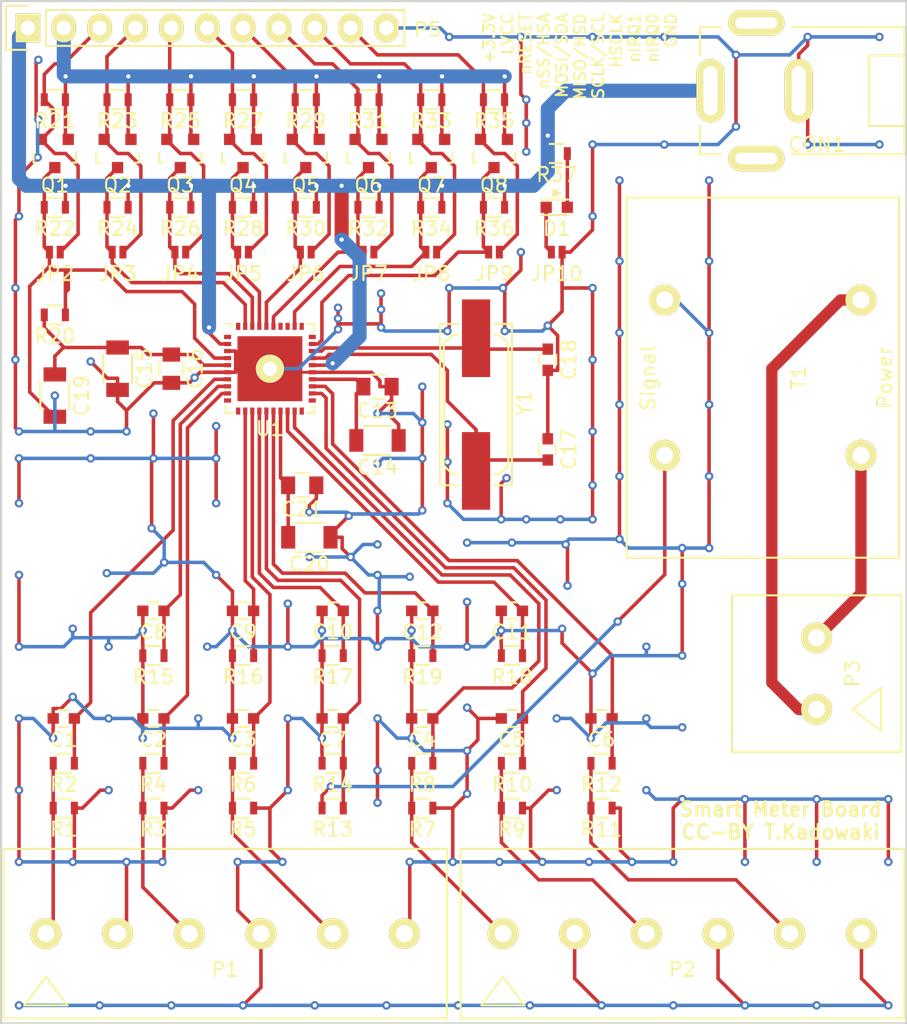
<source format=kicad_pcb>
(kicad_pcb (version 20171130) (host pcbnew "(5.1.12)-1")
  (layers (0 F.Cu signal) (31 B.Cu signal) (34 B.Paste user hide) (35 F.Paste user hide) (36 B.SilkS user hide) (37 F.SilkS user hide) (38 B.Mask user hide) (39 F.Mask user hide) (44 Edge.Cuts user))
  (net 0 "")
  (net 1 "Net-(C1-Pad1)")
  (net 2 GNDA)
  (net 3 "Net-(C2-Pad1)")
  (net 4 "Net-(C3-Pad1)")
  (net 5 "Net-(C4-Pad1)")
  (net 6 "Net-(C5-Pad1)")
  (net 7 "Net-(C6-Pad1)")
  (net 8 "Net-(C7-Pad1)")
  (net 9 "Net-(C8-Pad1)")
  (net 10 "Net-(C9-Pad1)")
  (net 11 "Net-(C10-Pad1)")
  (net 12 "Net-(C12-Pad1)")
  (net 13 GNDD)
  (net 14 "Net-(C17-Pad1)")
  (net 15 "Net-(C18-Pad1)")
  (net 16 /LVCONV/H1)
  (net 17 +3V3)
  (net 18 "Net-(CON1-Pad3)")
  (net 19 /LVCONV/L1)
  (net 20 /LVCONV/H2)
  (net 21 /LVCONV/L2)
  (net 22 /LVCONV/H3)
  (net 23 /LVCONV/L3)
  (net 24 /LVCONV/H4)
  (net 25 /LVCONV/L4)
  (net 26 /LVCONV/H5)
  (net 27 /LVCONV/L5)
  (net 28 "Net-(P1-Pad1)")
  (net 29 "Net-(P1-Pad3)")
  (net 30 "Net-(P1-Pad5)")
  (net 31 "Net-(P2-Pad1)")
  (net 32 "Net-(P2-Pad3)")
  (net 33 "Net-(P2-Pad5)")
  (net 34 "Net-(P3-Pad1)")
  (net 35 "Net-(P3-Pad2)")
  (net 36 /LVCONV/LVCC)
  (net 37 "Net-(R13-Pad2)")
  (net 38 "Net-(U1-Pad1)")
  (net 39 "Net-(U1-Pad10)")
  (net 40 "Net-(U1-Pad11)")
  (net 41 "Net-(U1-Pad20)")
  (net 42 "Net-(U1-Pad21)")
  (net 43 "Net-(U1-Pad30)")
  (net 44 "Net-(U1-Pad31)")
  (net 45 "Net-(U1-Pad33)")
  (net 46 "Net-(U1-Pad34)")
  (net 47 "Net-(U1-Pad40)")
  (net 48 /AVDD)
  (net 49 /DVDD)
  (net 50 /REF)
  (net 51 /LVCONV/L6)
  (net 52 /LVCONV/H6)
  (net 53 /LVCONV/L7)
  (net 54 /LVCONV/H7)
  (net 55 /LVCONV/L8)
  (net 56 /LVCONV/H8)
  (net 57 "Net-(C11-Pad1)")
  (net 58 "Net-(D1-Pad2)")
  (net 59 "Net-(D1-Pad1)")
  (module myfootprint:via (layer F.Cu) (at 124.46 88.646)
    (fp_text reference Noname_174 hide)
    (fp_text value "")
    (pad "" thru_hole circle (at 0 0) (size 0.6 0.6) (drill 0.3) (layers *.Cu) (net 2 GNDA) (clearance -0.000001))
  )
  (module myfootprint:via (layer F.Cu) (at 124.46 85.09)
    (fp_text reference Noname_173 hide)
    (fp_text value "")
    (pad "" thru_hole circle (at 0 0) (size 0.6 0.6) (drill 0.3) (layers *.Cu) (net 2 GNDA) (clearance -0.000001))
  )
  (module myfootprint:via (layer F.Cu) (at 127.635 83.185)
    (fp_text reference Noname_172 hide)
    (fp_text value "")
    (pad "" thru_hole circle (at 0 0) (size 0.6 0.6) (drill 0.3) (layers *.Cu) (net 2 GNDA) (clearance -0.000001))
  )
  (module myfootprint:via (layer F.Cu) (at 127.635 85.725)
    (fp_text reference Noname_171 hide)
    (fp_text value "")
    (pad "" thru_hole circle (at 0 0) (size 0.6 0.6) (drill 0.3) (layers *.Cu) (net 2 GNDA) (clearance -0.000001))
  )
  (module myfootprint:via (layer F.Cu) (at 127.635 88.265)
    (fp_text reference Noname_170 hide)
    (fp_text value "")
    (pad "" thru_hole circle (at 0 0) (size 0.6 0.6) (drill 0.3) (layers *.Cu) (net 2 GNDA) (clearance -0.000001))
  )
  (module myfootprint:via (layer F.Cu) (at 122.428 92.329)
    (fp_text reference Noname_169 hide)
    (fp_text value "")
    (pad "" thru_hole circle (at 0 0) (size 0.6 0.6) (drill 0.3) (layers *.Cu) (net 2 GNDA) (clearance -0.000001))
  )
  (module myfootprint:via (layer F.Cu) (at 119.634 92.075)
    (fp_text reference Noname_168 hide)
    (fp_text value "")
    (pad "" thru_hole circle (at 0 0) (size 0.6 0.6) (drill 0.3) (layers *.Cu) (net 2 GNDA) (clearance -0.000001))
  )
  (module myfootprint:via (layer F.Cu) (at 119.634 95.25)
    (fp_text reference Noname_167 hide)
    (fp_text value "")
    (pad "" thru_hole circle (at 0 0) (size 0.6 0.6) (drill 0.3) (layers *.Cu) (net 2 GNDA) (clearance -0.000001))
  )
  (module myfootprint:via (layer F.Cu) (at 122.555 95.25)
    (fp_text reference Noname_166 hide)
    (fp_text value "")
    (pad "" thru_hole circle (at 0 0) (size 0.6 0.6) (drill 0.3) (layers *.Cu) (net 2 GNDA) (clearance -0.000001))
  )
  (module myfootprint:via (layer F.Cu) (at 124.46 94.361)
    (fp_text reference Noname_165 hide)
    (fp_text value "")
    (pad "" thru_hole circle (at 0 0) (size 0.6 0.6) (drill 0.3) (layers *.Cu) (net 2 GNDA) (clearance -0.000001))
  )
  (module myfootprint:via (layer F.Cu) (at 124.46 96.52)
    (fp_text reference Noname_164 hide)
    (fp_text value "")
    (pad "" thru_hole circle (at 0 0) (size 0.6 0.6) (drill 0.3) (layers *.Cu) (net 2 GNDA) (clearance -0.000001))
  )
  (module myfootprint:via (layer F.Cu) (at 124.46 99.06)
    (fp_text reference Noname_163 hide)
    (fp_text value "")
    (pad "" thru_hole circle (at 0 0) (size 0.6 0.6) (drill 0.3) (layers *.Cu) (net 2 GNDA) (clearance -0.000001))
  )
  (module myfootprint:via (layer F.Cu) (at 124.46 101.6)
    (fp_text reference Noname_162 hide)
    (fp_text value "")
    (pad "" thru_hole circle (at 0 0) (size 0.6 0.6) (drill 0.3) (layers *.Cu) (net 2 GNDA) (clearance -0.000001))
  )
  (module myfootprint:via (layer F.Cu) (at 124.46 106.68)
    (fp_text reference Noname_161 hide)
    (fp_text value "")
    (pad "" thru_hole circle (at 0 0) (size 0.6 0.6) (drill 0.3) (layers *.Cu) (net 2 GNDA) (clearance -0.000001))
  )
  (module myfootprint:via (layer F.Cu) (at 114.173 108.077)
    (fp_text reference Noname_160 hide)
    (fp_text value "")
    (pad "" thru_hole circle (at 0 0) (size 0.6 0.6) (drill 0.3) (layers *.Cu) (net 2 GNDA) (clearance -0.000001))
  )
  (module myfootprint:via (layer F.Cu) (at 120.523 108.077)
    (fp_text reference Noname_159 hide)
    (fp_text value "")
    (pad "" thru_hole circle (at 0 0) (size 0.6 0.6) (drill 0.3) (layers *.Cu) (net 2 GNDA) (clearance -0.000001))
  )
  (module myfootprint:via (layer F.Cu) (at 118.11 106.68)
    (fp_text reference Noname_158 hide)
    (fp_text value "")
    (pad "" thru_hole circle (at 0 0) (size 0.6 0.6) (drill 0.3) (layers *.Cu) (net 2 GNDA) (clearance -0.000001))
  )
  (module myfootprint:via (layer F.Cu) (at 120.523 100.457)
    (fp_text reference Noname_157 hide)
    (fp_text value "")
    (pad "" thru_hole circle (at 0 0) (size 0.6 0.6) (drill 0.3) (layers *.Cu) (net 2 GNDA) (clearance -0.000001))
  )
  (module myfootprint:via (layer F.Cu) (at 118.11 101.6)
    (fp_text reference Noname_156 hide)
    (fp_text value "")
    (pad "" thru_hole circle (at 0 0) (size 0.6 0.6) (drill 0.3) (layers *.Cu) (net 2 GNDA) (clearance -0.000001))
  )
  (module myfootprint:via (layer F.Cu) (at 118.11 98.552)
    (fp_text reference Noname_155 hide)
    (fp_text value "")
    (pad "" thru_hole circle (at 0 0) (size 0.6 0.6) (drill 0.3) (layers *.Cu) (net 2 GNDA) (clearance -0.000001))
  )
  (module myfootprint:via (layer F.Cu) (at 111.76 106.68)
    (fp_text reference Noname_154 hide)
    (fp_text value "")
    (pad "" thru_hole circle (at 0 0) (size 0.6 0.6) (drill 0.3) (layers *.Cu) (net 2 GNDA) (clearance -0.000001))
  )
  (module myfootprint:via (layer F.Cu) (at 114.173 100.457)
    (fp_text reference Noname_153 hide)
    (fp_text value "")
    (pad "" thru_hole circle (at 0 0) (size 0.6 0.6) (drill 0.3) (layers *.Cu) (net 2 GNDA) (clearance -0.000001))
  )
  (module myfootprint:via (layer F.Cu) (at 112.395 101.6)
    (fp_text reference Noname_152 hide)
    (fp_text value "")
    (pad "" thru_hole circle (at 0 0) (size 0.6 0.6) (drill 0.3) (layers *.Cu) (net 2 GNDA) (clearance -0.000001))
  )
  (module myfootprint:via (layer F.Cu) (at 113.03 96.52)
    (fp_text reference Noname_151 hide)
    (fp_text value "")
    (pad "" thru_hole circle (at 0 0) (size 0.6 0.6) (drill 0.3) (layers *.Cu) (net 2 GNDA) (clearance -0.000001))
  )
  (module myfootprint:via (layer F.Cu) (at 113.03 91.44)
    (fp_text reference Noname_150 hide)
    (fp_text value "")
    (pad "" thru_hole circle (at 0 0) (size 0.6 0.6) (drill 0.3) (layers *.Cu) (net 2 GNDA) (clearance -0.000001))
  )
  (module myfootprint:via (layer F.Cu) (at 113.03 88.265)
    (fp_text reference Noname_149 hide)
    (fp_text value "")
    (pad "" thru_hole circle (at 0 0) (size 0.6 0.6) (drill 0.3) (layers *.Cu) (net 2 GNDA) (clearance -0.000001))
  )
  (module myfootprint:via (layer F.Cu) (at 113.03 85.979)
    (fp_text reference Noname_148 hide)
    (fp_text value "")
    (pad "" thru_hole circle (at 0 0) (size 0.6 0.6) (drill 0.3) (layers *.Cu) (net 2 GNDA) (clearance -0.000001))
  )
  (module myfootprint:via (layer F.Cu) (at 99.06 91.44)
    (fp_text reference Noname_147 hide)
    (fp_text value "")
    (pad "" thru_hole circle (at 0 0) (size 0.6 0.6) (drill 0.3) (layers *.Cu) (net 2 GNDA) (clearance -0.000001))
  )
  (module myfootprint:via (layer F.Cu) (at 99.06 88.265)
    (fp_text reference Noname_146 hide)
    (fp_text value "")
    (pad "" thru_hole circle (at 0 0) (size 0.6 0.6) (drill 0.3) (layers *.Cu) (net 2 GNDA) (clearance -0.000001))
  )
  (module myfootprint:via (layer F.Cu) (at 104.14 88.265)
    (fp_text reference Noname_145 hide)
    (fp_text value "")
    (pad "" thru_hole circle (at 0 0) (size 0.6 0.6) (drill 0.3) (layers *.Cu) (net 2 GNDA) (clearance -0.000001))
  )
  (module myfootprint:via (layer F.Cu) (at 108.585 85.09)
    (fp_text reference Noname_144 hide)
    (fp_text value "")
    (pad "" thru_hole circle (at 0 0) (size 0.6 0.6) (drill 0.3) (layers *.Cu) (net 2 GNDA) (clearance -0.000001))
  )
  (module myfootprint:via (layer F.Cu) (at 108.585 88.265)
    (fp_text reference Noname_143 hide)
    (fp_text value "")
    (pad "" thru_hole circle (at 0 0) (size 0.6 0.6) (drill 0.3) (layers *.Cu) (net 2 GNDA) (clearance -0.000001))
  )
  (module myfootprint:via (layer F.Cu) (at 109.347 95.631)
    (fp_text reference Noname_142 hide)
    (fp_text value "")
    (pad "" thru_hole circle (at 0 0) (size 0.6 0.6) (drill 0.3) (layers *.Cu) (net 2 GNDA) (clearance -0.000001))
  )
  (module myfootprint:via (layer F.Cu) (at 108.458 93.218)
    (fp_text reference Noname_141 hide)
    (fp_text value "")
    (pad "" thru_hole circle (at 0 0) (size 0.6 0.6) (drill 0.3) (layers *.Cu) (net 2 GNDA) (clearance -0.000001))
  )
  (module myfootprint:via (layer F.Cu) (at 105.283 96.393)
    (fp_text reference Noname_140 hide)
    (fp_text value "")
    (pad "" thru_hole circle (at 0 0) (size 0.6 0.6) (drill 0.3) (layers *.Cu) (net 2 GNDA) (clearance -0.000001))
  )
  (module myfootprint:via (layer F.Cu) (at 107.823 100.457)
    (fp_text reference Noname_139 hide)
    (fp_text value "")
    (pad "" thru_hole circle (at 0 0) (size 0.6 0.6) (drill 0.3) (layers *.Cu) (net 2 GNDA) (clearance -0.000001))
  )
  (module myfootprint:via (layer F.Cu) (at 105.41 101.6)
    (fp_text reference Noname_138 hide)
    (fp_text value "")
    (pad "" thru_hole circle (at 0 0) (size 0.6 0.6) (drill 0.3) (layers *.Cu) (net 2 GNDA) (clearance -0.000001))
  )
  (module myfootprint:via (layer F.Cu) (at 99.06 96.52)
    (fp_text reference Noname_137 hide)
    (fp_text value "")
    (pad "" thru_hole circle (at 0 0) (size 0.6 0.6) (drill 0.3) (layers *.Cu) (net 2 GNDA) (clearance -0.000001))
  )
  (module myfootprint:via (layer F.Cu) (at 102.87 100.33)
    (fp_text reference Noname_136 hide)
    (fp_text value "")
    (pad "" thru_hole circle (at 0 0) (size 0.6 0.6) (drill 0.3) (layers *.Cu) (net 2 GNDA) (clearance -0.000001))
  )
  (module myfootprint:via (layer F.Cu) (at 99.06 101.6)
    (fp_text reference Noname_135 hide)
    (fp_text value "")
    (pad "" thru_hole circle (at 0 0) (size 0.6 0.6) (drill 0.3) (layers *.Cu) (net 2 GNDA) (clearance -0.000001))
  )
  (module myfootprint:via (layer F.Cu) (at 102.87 105.156)
    (fp_text reference Noname_134 hide)
    (fp_text value "")
    (pad "" thru_hole circle (at 0 0) (size 0.6 0.6) (drill 0.3) (layers *.Cu) (net 2 GNDA) (clearance -0.000001))
  )
  (module myfootprint:via (layer F.Cu) (at 107.823 108.077)
    (fp_text reference Noname_133 hide)
    (fp_text value "")
    (pad "" thru_hole circle (at 0 0) (size 0.6 0.6) (drill 0.3) (layers *.Cu) (net 2 GNDA) (clearance -0.000001))
  )
  (module myfootprint:via (layer F.Cu) (at 105.41 106.68)
    (fp_text reference Noname_132 hide)
    (fp_text value "")
    (pad "" thru_hole circle (at 0 0) (size 0.6 0.6) (drill 0.3) (layers *.Cu) (net 2 GNDA) (clearance -0.000001))
  )
  (module myfootprint:via (layer F.Cu) (at 101.473 108.077)
    (fp_text reference Noname_131 hide)
    (fp_text value "")
    (pad "" thru_hole circle (at 0 0) (size 0.6 0.6) (drill 0.3) (layers *.Cu) (net 2 GNDA) (clearance -0.000001))
  )
  (module myfootprint:via (layer F.Cu) (at 99.06 106.68)
    (fp_text reference Noname_130 hide)
    (fp_text value "")
    (pad "" thru_hole circle (at 0 0) (size 0.6 0.6) (drill 0.3) (layers *.Cu) (net 2 GNDA) (clearance -0.000001))
  )
  (module myfootprint:via (layer F.Cu) (at 99.06 111.76)
    (fp_text reference Noname_129 hide)
    (fp_text value "")
    (pad "" thru_hole circle (at 0 0) (size 0.6 0.6) (drill 0.3) (layers *.Cu) (net 2 GNDA) (clearance -0.000001))
  )
  (module myfootprint:via (layer F.Cu) (at 105.41 111.76)
    (fp_text reference Noname_128 hide)
    (fp_text value "")
    (pad "" thru_hole circle (at 0 0) (size 0.6 0.6) (drill 0.3) (layers *.Cu) (net 2 GNDA) (clearance -0.000001))
  )
  (module myfootprint:via (layer F.Cu) (at 111.76 111.76)
    (fp_text reference Noname_127 hide)
    (fp_text value "")
    (pad "" thru_hole circle (at 0 0) (size 0.6 0.6) (drill 0.3) (layers *.Cu) (net 2 GNDA) (clearance -0.000001))
  )
  (module myfootprint:via (layer F.Cu) (at 118.11 111.76)
    (fp_text reference Noname_126 hide)
    (fp_text value "")
    (pad "" thru_hole circle (at 0 0) (size 0.6 0.6) (drill 0.3) (layers *.Cu) (net 2 GNDA) (clearance -0.000001))
  )
  (module myfootprint:via (layer F.Cu) (at 124.46 110.363)
    (fp_text reference Noname_125 hide)
    (fp_text value "")
    (pad "" thru_hole circle (at 0 0) (size 0.6 0.6) (drill 0.3) (layers *.Cu) (net 2 GNDA) (clearance -0.000001))
  )
  (module myfootprint:via (layer F.Cu) (at 124.46 112.649)
    (fp_text reference Noname_124 hide)
    (fp_text value "")
    (pad "" thru_hole circle (at 0 0) (size 0.6 0.6) (drill 0.3) (layers *.Cu) (net 2 GNDA) (clearance -0.000001))
  )
  (module myfootprint:via (layer F.Cu) (at 117.729 116.84)
    (fp_text reference Noname_123 hide)
    (fp_text value "")
    (pad "" thru_hole circle (at 0 0) (size 0.6 0.6) (drill 0.3) (layers *.Cu) (net 2 GNDA) (clearance -0.000001))
  )
  (module myfootprint:via (layer F.Cu) (at 114.554 116.84)
    (fp_text reference Noname_122 hide)
    (fp_text value "")
    (pad "" thru_hole circle (at 0 0) (size 0.6 0.6) (drill 0.3) (layers *.Cu) (net 2 GNDA) (clearance -0.000001))
  )
  (module myfootprint:via (layer F.Cu) (at 109.22 116.84)
    (fp_text reference Noname_121 hide)
    (fp_text value "")
    (pad "" thru_hole circle (at 0 0) (size 0.6 0.6) (drill 0.3) (layers *.Cu) (net 2 GNDA) (clearance -0.000001))
  )
  (module myfootprint:via (layer F.Cu) (at 106.68 116.84)
    (fp_text reference Noname_120 hide)
    (fp_text value "")
    (pad "" thru_hole circle (at 0 0) (size 0.6 0.6) (drill 0.3) (layers *.Cu) (net 2 GNDA) (clearance -0.000001))
  )
  (module myfootprint:via (layer F.Cu) (at 102.87 116.84)
    (fp_text reference Noname_119 hide)
    (fp_text value "")
    (pad "" thru_hole circle (at 0 0) (size 0.6 0.6) (drill 0.3) (layers *.Cu) (net 2 GNDA) (clearance -0.000001))
  )
  (module myfootprint:via (layer F.Cu) (at 99.06 116.84)
    (fp_text reference Noname_118 hide)
    (fp_text value "")
    (pad "" thru_hole circle (at 0 0) (size 0.6 0.6) (drill 0.3) (layers *.Cu) (net 2 GNDA) (clearance -0.000001))
  )
  (module myfootprint:via (layer F.Cu) (at 99.06 127)
    (fp_text reference Noname_117 hide)
    (fp_text value "")
    (pad "" thru_hole circle (at 0 0) (size 0.6 0.6) (drill 0.3) (layers *.Cu) (net 2 GNDA) (clearance -0.000001))
  )
  (module myfootprint:via (layer F.Cu) (at 104.775 127)
    (fp_text reference Noname_116 hide)
    (fp_text value "")
    (pad "" thru_hole circle (at 0 0) (size 0.6 0.6) (drill 0.3) (layers *.Cu) (net 2 GNDA) (clearance -0.000001))
  )
  (module myfootprint:via (layer F.Cu) (at 109.855 127)
    (fp_text reference Noname_115 hide)
    (fp_text value "")
    (pad "" thru_hole circle (at 0 0) (size 0.6 0.6) (drill 0.3) (layers *.Cu) (net 2 GNDA) (clearance -0.000001))
  )
  (module myfootprint:via (layer F.Cu) (at 114.935 127)
    (fp_text reference Noname_114 hide)
    (fp_text value "")
    (pad "" thru_hole circle (at 0 0) (size 0.6 0.6) (drill 0.3) (layers *.Cu) (net 2 GNDA) (clearance -0.000001))
  )
  (module myfootprint:via (layer F.Cu) (at 120.015 127)
    (fp_text reference Noname_113 hide)
    (fp_text value "")
    (pad "" thru_hole circle (at 0 0) (size 0.6 0.6) (drill 0.3) (layers *.Cu) (net 2 GNDA) (clearance -0.000001))
  )
  (module myfootprint:via (layer F.Cu) (at 125.095 127)
    (fp_text reference Noname_112 hide)
    (fp_text value "")
    (pad "" thru_hole circle (at 0 0) (size 0.6 0.6) (drill 0.3) (layers *.Cu) (net 2 GNDA) (clearance -0.000001))
  )
  (module myfootprint:via (layer F.Cu) (at 160.655 112.395)
    (fp_text reference Noname_111 hide)
    (fp_text value "")
    (pad "" thru_hole circle (at 0 0) (size 0.6 0.6) (drill 0.3) (layers *.Cu) (net 2 GNDA) (clearance -0.000001))
  )
  (module myfootprint:via (layer F.Cu) (at 160.655 116.84)
    (fp_text reference Noname_110 hide)
    (fp_text value "")
    (pad "" thru_hole circle (at 0 0) (size 0.6 0.6) (drill 0.3) (layers *.Cu) (net 2 GNDA) (clearance -0.000001))
  )
  (module myfootprint:via (layer F.Cu) (at 160.655 127)
    (fp_text reference Noname_109 hide)
    (fp_text value "")
    (pad "" thru_hole circle (at 0 0) (size 0.6 0.6) (drill 0.3) (layers *.Cu) (net 2 GNDA) (clearance -0.000001))
  )
  (module myfootprint:via (layer F.Cu) (at 155.575 127)
    (fp_text reference Noname_108 hide)
    (fp_text value "")
    (pad "" thru_hole circle (at 0 0) (size 0.6 0.6) (drill 0.3) (layers *.Cu) (net 2 GNDA) (clearance -0.000001))
  )
  (module myfootprint:via (layer F.Cu) (at 150.495 127)
    (fp_text reference Noname_107 hide)
    (fp_text value "")
    (pad "" thru_hole circle (at 0 0) (size 0.6 0.6) (drill 0.3) (layers *.Cu) (net 2 GNDA) (clearance -0.000001))
  )
  (module myfootprint:via (layer F.Cu) (at 145.415 127)
    (fp_text reference Noname_106 hide)
    (fp_text value "")
    (pad "" thru_hole circle (at 0 0) (size 0.6 0.6) (drill 0.3) (layers *.Cu) (net 2 GNDA) (clearance -0.000001))
  )
  (module myfootprint:via (layer F.Cu) (at 140.335 127)
    (fp_text reference Noname_105 hide)
    (fp_text value "")
    (pad "" thru_hole circle (at 0 0) (size 0.6 0.6) (drill 0.3) (layers *.Cu) (net 2 GNDA) (clearance -0.000001))
  )
  (module myfootprint:via (layer F.Cu) (at 135.255 127)
    (fp_text reference Noname_104 hide)
    (fp_text value "")
    (pad "" thru_hole circle (at 0 0) (size 0.6 0.6) (drill 0.3) (layers *.Cu) (net 2 GNDA) (clearance -0.000001))
  )
  (module myfootprint:via (layer F.Cu) (at 130.175 127)
    (fp_text reference Noname_103 hide)
    (fp_text value "")
    (pad "" thru_hole circle (at 0 0) (size 0.6 0.6) (drill 0.3) (layers *.Cu) (net 2 GNDA) (clearance -0.000001))
  )
  (module myfootprint:via (layer F.Cu) (at 130.81 112.014)
    (fp_text reference Noname_102 hide)
    (fp_text value "")
    (pad "" thru_hole circle (at 0 0) (size 0.6 0.6) (drill 0.3) (layers *.Cu) (net 2 GNDA) (clearance -0.000001))
  )
  (module myfootprint:via (layer F.Cu) (at 126.746 116.84)
    (fp_text reference Noname_101 hide)
    (fp_text value "")
    (pad "" thru_hole circle (at 0 0) (size 0.6 0.6) (drill 0.3) (layers *.Cu) (net 2 GNDA) (clearance -0.000001))
  )
  (module myfootprint:via (layer F.Cu) (at 129.794 116.84)
    (fp_text reference Noname_100 hide)
    (fp_text value "")
    (pad "" thru_hole circle (at 0 0) (size 0.6 0.6) (drill 0.3) (layers *.Cu) (net 2 GNDA) (clearance -0.000001))
  )
  (module myfootprint:via (layer F.Cu) (at 133.096 116.84)
    (fp_text reference Noname_99 hide)
    (fp_text value "")
    (pad "" thru_hole circle (at 0 0) (size 0.6 0.6) (drill 0.3) (layers *.Cu) (net 2 GNDA) (clearance -0.000001))
  )
  (module myfootprint:via (layer F.Cu) (at 136.144 116.84)
    (fp_text reference Noname_98 hide)
    (fp_text value "")
    (pad "" thru_hole circle (at 0 0) (size 0.6 0.6) (drill 0.3) (layers *.Cu) (net 2 GNDA) (clearance -0.000001))
  )
  (module myfootprint:via (layer F.Cu) (at 139.446 116.84)
    (fp_text reference Noname_97 hide)
    (fp_text value "")
    (pad "" thru_hole circle (at 0 0) (size 0.6 0.6) (drill 0.3) (layers *.Cu) (net 2 GNDA) (clearance -0.000001))
  )
  (module myfootprint:via (layer F.Cu) (at 142.494 116.84)
    (fp_text reference Noname_96 hide)
    (fp_text value "")
    (pad "" thru_hole circle (at 0 0) (size 0.6 0.6) (drill 0.3) (layers *.Cu) (net 2 GNDA) (clearance -0.000001))
  )
  (module myfootprint:via (layer F.Cu) (at 145.415 116.84)
    (fp_text reference Noname_95 hide)
    (fp_text value "")
    (pad "" thru_hole circle (at 0 0) (size 0.6 0.6) (drill 0.3) (layers *.Cu) (net 2 GNDA) (clearance -0.000001))
  )
  (module myfootprint:via (layer F.Cu) (at 150.495 116.84)
    (fp_text reference Noname_94 hide)
    (fp_text value "")
    (pad "" thru_hole circle (at 0 0) (size 0.6 0.6) (drill 0.3) (layers *.Cu) (net 2 GNDA) (clearance -0.000001))
  )
  (module myfootprint:via (layer F.Cu) (at 155.575 116.84)
    (fp_text reference Noname_93 hide)
    (fp_text value "")
    (pad "" thru_hole circle (at 0 0) (size 0.6 0.6) (drill 0.3) (layers *.Cu) (net 2 GNDA) (clearance -0.000001))
  )
  (module myfootprint:via (layer F.Cu) (at 137.16 111.76)
    (fp_text reference Noname_92 hide)
    (fp_text value "")
    (pad "" thru_hole circle (at 0 0) (size 0.6 0.6) (drill 0.3) (layers *.Cu) (net 2 GNDA) (clearance -0.000001))
  )
  (module myfootprint:via (layer F.Cu) (at 143.51 111.76)
    (fp_text reference Noname_91 hide)
    (fp_text value "")
    (pad "" thru_hole circle (at 0 0) (size 0.6 0.6) (drill 0.3) (layers *.Cu) (net 2 GNDA) (clearance -0.000001))
  )
  (module myfootprint:via (layer F.Cu) (at 155.575 112.395)
    (fp_text reference Noname_90 hide)
    (fp_text value "")
    (pad "" thru_hole circle (at 0 0) (size 0.6 0.6) (drill 0.3) (layers *.Cu) (net 2 GNDA) (clearance -0.000001))
  )
  (module myfootprint:via (layer F.Cu) (at 150.495 112.395)
    (fp_text reference Noname_89 hide)
    (fp_text value "")
    (pad "" thru_hole circle (at 0 0) (size 0.6 0.6) (drill 0.3) (layers *.Cu) (net 2 GNDA) (clearance -0.000001))
  )
  (module myfootprint:via (layer F.Cu) (at 146.05 112.395)
    (fp_text reference Noname_88 hide)
    (fp_text value "")
    (pad "" thru_hole circle (at 0 0) (size 0.6 0.6) (drill 0.3) (layers *.Cu) (net 2 GNDA) (clearance -0.000001))
  )
  (module myfootprint:via (layer F.Cu) (at 126.873 108.077)
    (fp_text reference Noname_87 hide)
    (fp_text value "")
    (pad "" thru_hole circle (at 0 0) (size 0.6 0.6) (drill 0.3) (layers *.Cu) (net 2 GNDA) (clearance -0.000001))
  )
  (module myfootprint:via (layer F.Cu) (at 126.873 100.457)
    (fp_text reference Noname_86 hide)
    (fp_text value "")
    (pad "" thru_hole circle (at 0 0) (size 0.6 0.6) (drill 0.3) (layers *.Cu) (net 2 GNDA) (clearance -0.000001))
  )
  (module myfootprint:via (layer F.Cu) (at 126.746 96.647)
    (fp_text reference Noname_85 hide)
    (fp_text value "")
    (pad "" thru_hole circle (at 0 0) (size 0.6 0.6) (drill 0.3) (layers *.Cu) (net 2 GNDA) (clearance -0.000001))
  )
  (module myfootprint:via (layer F.Cu) (at 127.635 91.948)
    (fp_text reference Noname_84 hide)
    (fp_text value "")
    (pad "" thru_hole circle (at 0 0) (size 0.6 0.6) (drill 0.3) (layers *.Cu) (net 2 GNDA) (clearance -0.000001))
  )
  (module myfootprint:via (layer F.Cu) (at 130.81 108.966)
    (fp_text reference Noname_83 hide)
    (fp_text value "")
    (pad "" thru_hole circle (at 0 0) (size 0.6 0.6) (drill 0.3) (layers *.Cu) (net 2 GNDA) (clearance -0.000001))
  )
  (module myfootprint:via (layer F.Cu) (at 130.81 105.918)
    (fp_text reference Noname_82 hide)
    (fp_text value "")
    (pad "" thru_hole circle (at 0 0) (size 0.6 0.6) (drill 0.3) (layers *.Cu) (net 2 GNDA) (clearance -0.000001))
  )
  (module myfootprint:via (layer F.Cu) (at 139.573 108.077)
    (fp_text reference Noname_81 hide)
    (fp_text value "")
    (pad "" thru_hole circle (at 0 0) (size 0.6 0.6) (drill 0.3) (layers *.Cu) (net 2 GNDA) (clearance -0.000001))
  )
  (module myfootprint:via (layer F.Cu) (at 137.16 106.68)
    (fp_text reference Noname_80 hide)
    (fp_text value "")
    (pad "" thru_hole circle (at 0 0) (size 0.6 0.6) (drill 0.3) (layers *.Cu) (net 2 GNDA) (clearance -0.000001))
  )
  (module myfootprint:via (layer F.Cu) (at 139.7 103.505)
    (fp_text reference Noname_79 hide)
    (fp_text value "")
    (pad "" thru_hole circle (at 0 0) (size 0.6 0.6) (drill 0.3) (layers *.Cu) (net 2 GNDA) (clearance -0.000001))
  )
  (module myfootprint:via (layer F.Cu) (at 137.541 100.33)
    (fp_text reference Noname_78 hide)
    (fp_text value "")
    (pad "" thru_hole circle (at 0 0) (size 0.6 0.6) (drill 0.3) (layers *.Cu) (net 2 GNDA) (clearance -0.000001))
  )
  (module myfootprint:via (layer F.Cu) (at 133.223 100.457)
    (fp_text reference Noname_77 hide)
    (fp_text value "")
    (pad "" thru_hole circle (at 0 0) (size 0.6 0.6) (drill 0.3) (layers *.Cu) (net 2 GNDA) (clearance -0.000001))
  )
  (module myfootprint:via (layer F.Cu) (at 130.81 101.6)
    (fp_text reference Noname_76 hide)
    (fp_text value "")
    (pad "" thru_hole circle (at 0 0) (size 0.6 0.6) (drill 0.3) (layers *.Cu) (net 2 GNDA) (clearance -0.000001))
  )
  (module myfootprint:via (layer F.Cu) (at 130.81 98.425)
    (fp_text reference Noname_75 hide)
    (fp_text value "")
    (pad "" thru_hole circle (at 0 0) (size 0.6 0.6) (drill 0.3) (layers *.Cu) (net 2 GNDA) (clearance -0.000001))
  )
  (module myfootprint:via (layer F.Cu) (at 130.81 94.234)
    (fp_text reference Noname_74 hide)
    (fp_text value "")
    (pad "" thru_hole circle (at 0 0) (size 0.6 0.6) (drill 0.3) (layers *.Cu) (net 2 GNDA) (clearance -0.000001))
  )
  (module myfootprint:via (layer F.Cu) (at 133.985 94.234)
    (fp_text reference Noname_73 hide)
    (fp_text value "")
    (pad "" thru_hole circle (at 0 0) (size 0.6 0.6) (drill 0.3) (layers *.Cu) (net 2 GNDA) (clearance -0.000001))
  )
  (module myfootprint:via (layer F.Cu) (at 137.922 97.282)
    (fp_text reference Noname_72 hide)
    (fp_text value "")
    (pad "" thru_hole circle (at 0 0) (size 0.6 0.6) (drill 0.3) (layers *.Cu) (net 2 GNDA) (clearance -0.000001))
  )
  (module myfootprint:via (layer F.Cu) (at 137.795 94.361)
    (fp_text reference Noname_71 hide)
    (fp_text value "")
    (pad "" thru_hole circle (at 0 0) (size 0.6 0.6) (drill 0.3) (layers *.Cu) (net 2 GNDA) (clearance -0.000001))
  )
  (module myfootprint:via (layer F.Cu) (at 143.51 106.68)
    (fp_text reference Noname_70 hide)
    (fp_text value "")
    (pad "" thru_hole circle (at 0 0) (size 0.6 0.6) (drill 0.3) (layers *.Cu) (net 2 GNDA) (clearance -0.000001))
  )
  (module myfootprint:via (layer F.Cu) (at 143.51 101.6)
    (fp_text reference Noname_69 hide)
    (fp_text value "")
    (pad "" thru_hole circle (at 0 0) (size 0.6 0.6) (drill 0.3) (layers *.Cu) (net 2 GNDA) (clearance -0.000001))
  )
  (module myfootprint:via (layer F.Cu) (at 146.05 107.315)
    (fp_text reference Noname_68 hide)
    (fp_text value "")
    (pad "" thru_hole circle (at 0 0) (size 0.6 0.6) (drill 0.3) (layers *.Cu) (net 2 GNDA) (clearance -0.000001))
  )
  (module myfootprint:via (layer F.Cu) (at 146.05 102.235)
    (fp_text reference Noname_67 hide)
    (fp_text value "")
    (pad "" thru_hole circle (at 0 0) (size 0.6 0.6) (drill 0.3) (layers *.Cu) (net 2 GNDA) (clearance -0.000001))
  )
  (module myfootprint:via (layer F.Cu) (at 146.05 97.155)
    (fp_text reference Noname_66 hide)
    (fp_text value "")
    (pad "" thru_hole circle (at 0 0) (size 0.6 0.6) (drill 0.3) (layers *.Cu) (net 2 GNDA) (clearance -0.000001))
  )
  (module myfootprint:via (layer F.Cu) (at 147.955 94.615)
    (fp_text reference Noname_65 hide)
    (fp_text value "")
    (pad "" thru_hole circle (at 0 0) (size 0.6 0.6) (drill 0.3) (layers *.Cu) (net 2 GNDA) (clearance -0.000001))
  )
  (module myfootprint:via (layer F.Cu) (at 146.05 94.615)
    (fp_text reference Noname_64 hide)
    (fp_text value "")
    (pad "" thru_hole circle (at 0 0) (size 0.6 0.6) (drill 0.3) (layers *.Cu) (net 2 GNDA) (clearance -0.000001))
  )
  (module myfootprint:via (layer F.Cu) (at 141.605 93.98)
    (fp_text reference Noname_63 hide)
    (fp_text value "")
    (pad "" thru_hole circle (at 0 0) (size 0.6 0.6) (drill 0.3) (layers *.Cu) (net 2 GNDA) (clearance -0.000001))
  )
  (module myfootprint:via (layer F.Cu) (at 147.955 89.535)
    (fp_text reference Noname_62 hide)
    (fp_text value "")
    (pad "" thru_hole circle (at 0 0) (size 0.6 0.6) (drill 0.3) (layers *.Cu) (net 2 GNDA) (clearance -0.000001))
  )
  (module myfootprint:via (layer F.Cu) (at 141.605 89.535)
    (fp_text reference Noname_61 hide)
    (fp_text value "")
    (pad "" thru_hole circle (at 0 0) (size 0.6 0.6) (drill 0.3) (layers *.Cu) (net 2 GNDA) (clearance -0.000001))
  )
  (module myfootprint:via (layer F.Cu) (at 147.955 84.455)
    (fp_text reference Noname_60 hide)
    (fp_text value "")
    (pad "" thru_hole circle (at 0 0) (size 0.6 0.6) (drill 0.3) (layers *.Cu) (net 2 GNDA) (clearance -0.000001))
  )
  (module myfootprint:via (layer F.Cu) (at 141.605 84.455)
    (fp_text reference Noname_59 hide)
    (fp_text value "")
    (pad "" thru_hole circle (at 0 0) (size 0.6 0.6) (drill 0.3) (layers *.Cu) (net 2 GNDA) (clearance -0.000001))
  )
  (module myfootprint:via (layer F.Cu) (at 147.955 79.375)
    (fp_text reference Noname_58 hide)
    (fp_text value "")
    (pad "" thru_hole circle (at 0 0) (size 0.6 0.6) (drill 0.3) (layers *.Cu) (net 2 GNDA) (clearance -0.000001))
  )
  (module myfootprint:via (layer F.Cu) (at 141.605 79.375)
    (fp_text reference Noname_57 hide)
    (fp_text value "")
    (pad "" thru_hole circle (at 0 0) (size 0.6 0.6) (drill 0.3) (layers *.Cu) (net 2 GNDA) (clearance -0.000001))
  )
  (module myfootprint:via (layer F.Cu) (at 147.955 74.295)
    (fp_text reference Noname_56 hide)
    (fp_text value "")
    (pad "" thru_hole circle (at 0 0) (size 0.6 0.6) (drill 0.3) (layers *.Cu) (net 2 GNDA) (clearance -0.000001))
  )
  (module myfootprint:via (layer F.Cu) (at 141.605 74.295)
    (fp_text reference Noname_55 hide)
    (fp_text value "")
    (pad "" thru_hole circle (at 0 0) (size 0.6 0.6) (drill 0.3) (layers *.Cu) (net 2 GNDA) (clearance -0.000001))
  )
  (module myfootprint:via (layer F.Cu) (at 147.955 68.58)
    (fp_text reference Noname_54 hide)
    (fp_text value "")
    (pad "" thru_hole circle (at 0 0) (size 0.6 0.6) (drill 0.3) (layers *.Cu) (net 2 GNDA) (clearance -0.000001))
  )
  (module myfootprint:via (layer F.Cu) (at 124.714 77.724)
    (fp_text reference Noname_53 hide)
    (fp_text value "")
    (pad "" thru_hole circle (at 0 0) (size 0.6 0.6) (drill 0.3) (layers *.Cu) (net 13 GNDD) (clearance -0.000001))
  )
  (module myfootprint:via (layer F.Cu) (at 121.666 78.359)
    (fp_text reference Noname_52 hide)
    (fp_text value "")
    (pad "" thru_hole circle (at 0 0) (size 0.6 0.6) (drill 0.3) (layers *.Cu) (net 13 GNDD) (clearance -0.000001))
  )
  (module myfootprint:via (layer F.Cu) (at 129.54 58.42)
    (fp_text reference Noname_51 hide)
    (fp_text value "")
    (pad "" thru_hole circle (at 0 0) (size 0.6 0.6) (drill 0.3) (layers *.Cu) (net 13 GNDD) (clearance -0.000001))
  )
  (module myfootprint:via (layer F.Cu) (at 135.001 66.548)
    (fp_text reference Noname_50 hide)
    (fp_text value "")
    (pad "" thru_hole circle (at 0 0) (size 0.6 0.6) (drill 0.3) (layers *.Cu) (net 13 GNDD) (clearance -0.000001))
  )
  (module myfootprint:via (layer F.Cu) (at 135.001 64.516)
    (fp_text reference Noname_49 hide)
    (fp_text value "")
    (pad "" thru_hole circle (at 0 0) (size 0.6 0.6) (drill 0.3) (layers *.Cu) (net 13 GNDD) (clearance -0.000001))
  )
  (module myfootprint:via (layer F.Cu) (at 135.001 62.865)
    (fp_text reference Noname_48 hide)
    (fp_text value "")
    (pad "" thru_hole circle (at 0 0) (size 0.6 0.6) (drill 0.3) (layers *.Cu) (net 13 GNDD) (clearance -0.000001))
  )
  (module myfootprint:via (layer F.Cu) (at 134.62 58.42)
    (fp_text reference Noname_47 hide)
    (fp_text value "")
    (pad "" thru_hole circle (at 0 0) (size 0.6 0.6) (drill 0.3) (layers *.Cu) (net 13 GNDD) (clearance -0.000001))
  )
  (module myfootprint:via (layer F.Cu) (at 139.7 58.42)
    (fp_text reference Noname_46 hide)
    (fp_text value "")
    (pad "" thru_hole circle (at 0 0) (size 0.6 0.6) (drill 0.3) (layers *.Cu) (net 13 GNDD) (clearance -0.000001))
  )
  (module myfootprint:via (layer F.Cu) (at 144.78 58.42)
    (fp_text reference Noname_45 hide)
    (fp_text value "")
    (pad "" thru_hole circle (at 0 0) (size 0.6 0.6) (drill 0.3) (layers *.Cu) (net 13 GNDD) (clearance -0.000001))
  )
  (module myfootprint:via (layer F.Cu) (at 154.94 66.04)
    (fp_text reference Noname_44 hide)
    (fp_text value "")
    (pad "" thru_hole circle (at 0 0) (size 0.6 0.6) (drill 0.3) (layers *.Cu) (net 13 GNDD) (clearance -0.000001))
  )
  (module myfootprint:via (layer F.Cu) (at 160.02 66.04)
    (fp_text reference Noname_43 hide)
    (fp_text value "")
    (pad "" thru_hole circle (at 0 0) (size 0.6 0.6) (drill 0.3) (layers *.Cu) (net 13 GNDD) (clearance -0.000001))
  )
  (module myfootprint:via (layer F.Cu) (at 160.02 58.42)
    (fp_text reference Noname_42 hide)
    (fp_text value "")
    (pad "" thru_hole circle (at 0 0) (size 0.6 0.6) (drill 0.3) (layers *.Cu) (net 13 GNDD) (clearance -0.000001))
  )
  (module myfootprint:via (layer F.Cu) (at 154.94 58.42)
    (fp_text reference Noname_41 hide)
    (fp_text value "")
    (pad "" thru_hole circle (at 0 0) (size 0.6 0.6) (drill 0.3) (layers *.Cu) (net 13 GNDD) (clearance -0.000001))
  )
  (module myfootprint:via (layer F.Cu) (at 149.86 59.69)
    (fp_text reference Noname_40 hide)
    (fp_text value "")
    (pad "" thru_hole circle (at 0 0) (size 0.6 0.6) (drill 0.3) (layers *.Cu) (net 13 GNDD) (clearance -0.000001))
  )
  (module myfootprint:via (layer F.Cu) (at 149.86 64.77)
    (fp_text reference Noname_39 hide)
    (fp_text value "")
    (pad "" thru_hole circle (at 0 0) (size 0.6 0.6) (drill 0.3) (layers *.Cu) (net 13 GNDD) (clearance -0.000001))
  )
  (module myfootprint:via (layer F.Cu) (at 144.78 66.04)
    (fp_text reference Noname_38 hide)
    (fp_text value "")
    (pad "" thru_hole circle (at 0 0) (size 0.6 0.6) (drill 0.3) (layers *.Cu) (net 13 GNDD) (clearance -0.000001))
  )
  (module myfootprint:via (layer F.Cu) (at 139.7 66.04)
    (fp_text reference Noname_37 hide)
    (fp_text value "")
    (pad "" thru_hole circle (at 0 0) (size 0.6 0.6) (drill 0.3) (layers *.Cu) (net 13 GNDD) (clearance -0.000001))
  )
  (module myfootprint:via (layer F.Cu) (at 129.413 85.852)
    (fp_text reference Noname_36 hide)
    (fp_text value "")
    (pad "" thru_hole circle (at 0 0) (size 0.6 0.6) (drill 0.3) (layers *.Cu) (net 13 GNDD) (clearance -0.000001))
  )
  (module myfootprint:via (layer F.Cu) (at 129.413 88.519)
    (fp_text reference Noname_35 hide)
    (fp_text value "")
    (pad "" thru_hole circle (at 0 0) (size 0.6 0.6) (drill 0.3) (layers *.Cu) (net 13 GNDD) (clearance -0.000001))
  )
  (module myfootprint:via (layer F.Cu) (at 129.413 91.44)
    (fp_text reference Noname_34 hide)
    (fp_text value "")
    (pad "" thru_hole circle (at 0 0) (size 0.6 0.6) (drill 0.3) (layers *.Cu) (net 13 GNDD) (clearance -0.000001))
  )
  (module myfootprint:via (layer F.Cu) (at 133.223 92.583)
    (fp_text reference Noname_33 hide)
    (fp_text value "")
    (pad "" thru_hole circle (at 0 0) (size 0.6 0.6) (drill 0.3) (layers *.Cu) (net 13 GNDD) (clearance -0.000001))
  )
  (module myfootprint:via (layer F.Cu) (at 133.604 89.662)
    (fp_text reference Noname_32 hide)
    (fp_text value "")
    (pad "" thru_hole circle (at 0 0) (size 0.6 0.6) (drill 0.3) (layers *.Cu) (net 13 GNDD) (clearance -0.000001))
  )
  (module myfootprint:via (layer F.Cu) (at 135.001 92.583)
    (fp_text reference Noname_31 hide)
    (fp_text value "")
    (pad "" thru_hole circle (at 0 0) (size 0.6 0.6) (drill 0.3) (layers *.Cu) (net 13 GNDD) (clearance -0.000001))
  )
  (module myfootprint:via (layer F.Cu) (at 137.414 92.583)
    (fp_text reference Noname_30 hide)
    (fp_text value "")
    (pad "" thru_hole circle (at 0 0) (size 0.6 0.6) (drill 0.3) (layers *.Cu) (net 13 GNDD) (clearance -0.000001))
  )
  (module myfootprint:via (layer F.Cu) (at 139.7 92.583)
    (fp_text reference Noname_29 hide)
    (fp_text value "")
    (pad "" thru_hole circle (at 0 0) (size 0.6 0.6) (drill 0.3) (layers *.Cu) (net 13 GNDD) (clearance -0.000001))
  )
  (module myfootprint:via (layer F.Cu) (at 139.7 90.17)
    (fp_text reference Noname_28 hide)
    (fp_text value "")
    (pad "" thru_hole circle (at 0 0) (size 0.6 0.6) (drill 0.3) (layers *.Cu) (net 13 GNDD) (clearance -0.000001))
  )
  (module myfootprint:via (layer F.Cu) (at 139.7 86.36)
    (fp_text reference Noname_27 hide)
    (fp_text value "")
    (pad "" thru_hole circle (at 0 0) (size 0.6 0.6) (drill 0.3) (layers *.Cu) (net 13 GNDD) (clearance -0.000001))
  )
  (module myfootprint:via (layer F.Cu) (at 139.7 81.28)
    (fp_text reference Noname_26 hide)
    (fp_text value "")
    (pad "" thru_hole circle (at 0 0) (size 0.6 0.6) (drill 0.3) (layers *.Cu) (net 13 GNDD) (clearance -0.000001))
  )
  (module myfootprint:via (layer F.Cu) (at 139.7 71.12)
    (fp_text reference Noname_25 hide)
    (fp_text value "")
    (pad "" thru_hole circle (at 0 0) (size 0.6 0.6) (drill 0.3) (layers *.Cu) (net 13 GNDD) (clearance -0.000001))
  )
  (module myfootprint:via (layer F.Cu) (at 139.7 76.2)
    (fp_text reference Noname_24 hide)
    (fp_text value "")
    (pad "" thru_hole circle (at 0 0) (size 0.6 0.6) (drill 0.3) (layers *.Cu) (net 13 GNDD) (clearance -0.000001))
  )
  (module myfootprint:via (layer F.Cu) (at 136.525 78.867)
    (fp_text reference Noname_23 hide)
    (fp_text value "")
    (pad "" thru_hole circle (at 0 0) (size 0.6 0.6) (drill 0.3) (layers *.Cu) (net 13 GNDD) (clearance -0.000001))
  )
  (module myfootprint:via (layer F.Cu) (at 133.477 79.248)
    (fp_text reference Noname_22 hide)
    (fp_text value "")
    (pad "" thru_hole circle (at 0 0) (size 0.6 0.6) (drill 0.3) (layers *.Cu) (net 13 GNDD) (clearance -0.000001))
  )
  (module myfootprint:via (layer F.Cu) (at 134.62 73.66)
    (fp_text reference Noname_21 hide)
    (fp_text value "")
    (pad "" thru_hole circle (at 0 0) (size 0.6 0.6) (drill 0.3) (layers *.Cu) (net 13 GNDD) (clearance -0.000001))
  )
  (module myfootprint:via (layer F.Cu) (at 133.35 76.2)
    (fp_text reference Noname_20 hide)
    (fp_text value "")
    (pad "" thru_hole circle (at 0 0) (size 0.6 0.6) (drill 0.3) (layers *.Cu) (net 13 GNDD) (clearance -0.000001))
  )
  (module myfootprint:via (layer F.Cu) (at 129.54 76.2)
    (fp_text reference Noname_19 hide)
    (fp_text value "")
    (pad "" thru_hole circle (at 0 0) (size 0.6 0.6) (drill 0.3) (layers *.Cu) (net 13 GNDD) (clearance -0.000001))
  )
  (module myfootprint:via (layer F.Cu) (at 129.413 79.248)
    (fp_text reference Noname_18 hide)
    (fp_text value "")
    (pad "" thru_hole circle (at 0 0) (size 0.6 0.6) (drill 0.3) (layers *.Cu) (net 13 GNDD) (clearance -0.000001))
  )
  (module myfootprint:via (layer F.Cu) (at 124.714 76.581)
    (fp_text reference Noname_17 hide)
    (fp_text value "")
    (pad "" thru_hole circle (at 0 0) (size 0.6 0.6) (drill 0.3) (layers *.Cu) (net 13 GNDD) (clearance -0.000001))
  )
  (module myfootprint:via (layer F.Cu) (at 124.714 78.994)
    (fp_text reference Noname_16 hide)
    (fp_text value "")
    (pad "" thru_hole circle (at 0 0) (size 0.6 0.6) (drill 0.3) (layers *.Cu) (net 13 GNDD) (clearance -0.000001))
  )
  (module myfootprint:via (layer F.Cu) (at 121.666 79.121)
    (fp_text reference Noname_15 hide)
    (fp_text value "")
    (pad "" thru_hole circle (at 0 0) (size 0.6 0.6) (drill 0.3) (layers *.Cu) (net 13 GNDD) (clearance -0.000001))
  )
  (module myfootprint:via (layer F.Cu) (at 121.666 77.597)
    (fp_text reference Noname_14 hide)
    (fp_text value "")
    (pad "" thru_hole circle (at 0 0) (size 0.6 0.6) (drill 0.3) (layers *.Cu) (net 13 GNDD) (clearance -0.000001))
  )
  (module myfootprint:via (layer F.Cu) (at 106.68 86.36)
    (fp_text reference Noname_13 hide)
    (fp_text value "")
    (pad "" thru_hole circle (at 0 0) (size 0.6 0.6) (drill 0.3) (layers *.Cu) (net 13 GNDD) (clearance -0.000001))
  )
  (module myfootprint:via (layer F.Cu) (at 111.506 82.55)
    (fp_text reference Noname_12 hide)
    (fp_text value "")
    (pad "" thru_hole circle (at 0 0) (size 0.6 0.6) (drill 0.3) (layers *.Cu) (net 13 GNDD) (clearance -0.000001))
  )
  (module myfootprint:via (layer F.Cu) (at 104.14 81.407)
    (fp_text reference Noname_11 hide)
    (fp_text value "")
    (pad "" thru_hole circle (at 0 0) (size 0.6 0.6) (drill 0.3) (layers *.Cu) (net 13 GNDD) (clearance -0.000001))
  )
  (module myfootprint:via (layer F.Cu) (at 101.6 83.82)
    (fp_text reference Noname_10 hide)
    (fp_text value "")
    (pad "" thru_hole circle (at 0 0) (size 0.6 0.6) (drill 0.3) (layers *.Cu) (net 13 GNDD) (clearance -0.000001))
  )
  (module myfootprint:via (layer F.Cu) (at 104.14 86.36)
    (fp_text reference Noname_9 hide)
    (fp_text value "")
    (pad "" thru_hole circle (at 0 0) (size 0.6 0.6) (drill 0.3) (layers *.Cu) (net 13 GNDD) (clearance -0.000001))
  )
  (module myfootprint:via (layer F.Cu) (at 99.06 86.36)
    (fp_text reference Noname_8 hide)
    (fp_text value "")
    (pad "" thru_hole circle (at 0 0) (size 0.6 0.6) (drill 0.3) (layers *.Cu) (net 13 GNDD) (clearance -0.000001))
  )
  (module myfootprint:via (layer F.Cu) (at 98.806 81.28)
    (fp_text reference Noname_7 hide)
    (fp_text value "")
    (pad "" thru_hole circle (at 0 0) (size 0.6 0.6) (drill 0.3) (layers *.Cu) (net 13 GNDD) (clearance -0.000001))
  )
  (module myfootprint:via (layer F.Cu) (at 98.806 76.2)
    (fp_text reference Noname_6 hide)
    (fp_text value "")
    (pad "" thru_hole circle (at 0 0) (size 0.6 0.6) (drill 0.3) (layers *.Cu) (net 13 GNDD) (clearance -0.000001))
  )
  (module myfootprint:via (layer F.Cu) (at 99.06 71.12)
    (fp_text reference Noname_5 hide)
    (fp_text value "")
    (pad "" thru_hole circle (at 0 0) (size 0.6 0.6) (drill 0.3) (layers *.Cu) (net 13 GNDD) (clearance -0.000001))
  )
  (module myfootprint:via (layer F.Cu) (at 100.381 66.9544)
    (fp_text reference Noname_4 hide)
    (fp_text value "")
    (pad "" thru_hole circle (at 0 0) (size 0.6 0.6) (drill 0.3) (layers *.Cu) (net 13 GNDD) (clearance -0.000001))
  )
  (module myfootprint:via (layer F.Cu) (at 100.432 64.262)
    (fp_text reference Noname_3 hide)
    (fp_text value "")
    (pad "" thru_hole circle (at 0 0) (size 0.6 0.6) (drill 0.3) (layers *.Cu) (net 13 GNDD) (clearance -0.000001))
  )
  (module Jumper_Close (layer F.Cu) (at 119.151 82.169 180)
    (fp_text reference JP1 hide)
    (fp_text value Jumper_NC_Small)
    (fp_line (start 0.508 0) (end -0.508 0) (layer F.Cu) (width 0.2032))
    (pad 1 connect rect (at -0.6985 0 180) (size 0.381 0.254) (layers F.Cu F.Mask) (net 2 GNDA))
    (pad 2 connect rect (at 0.6985 0 180) (size 0.381 0.254) (layers F.Cu F.Mask) (net 13 GNDD))
  )
  (module DC-Jack (layer F.Cu) (at 154.305 62.23)
    (fp_text reference CON1 (at 1.27 3.81) (layer F.SilkS))
    (fp_text value BARREL_JACK)
    (pad "" thru_hole oval (at -3 4.8) (size 4 1.8) (drill oval 3 0.8) (layers *.Cu *.Mask F.SilkS))
    (pad 1 thru_hole oval (at -6.25 0) (size 2 4.5) (drill oval 1 3.5) (layers *.Cu *.Mask F.SilkS) (net 17 +3V3))
    (pad 2 thru_hole oval (at 0 0) (size 2 4.5) (drill oval 1 3.5) (layers *.Cu *.Mask F.SilkS) (net 13 GNDD))
    (pad 3 thru_hole oval (at -3 -4.8) (size 4 1.8) (drill oval 3 0.8) (layers *.Cu *.Mask F.SilkS) (net 18 "Net-(CON1-Pad3)"))
  )
  (module LEDs:LED-0603 (layer F.Cu) (at 137.16 70.485)
    (fp_text reference D1 (at 0 1.5) (layer F.SilkS))
    (fp_text value LED)
    (pad 2 smd rect (at 0.7493 0 180) (size 0.79756 0.79756) (layers F.Cu F.Paste F.Mask) (net 58 "Net-(D1-Pad2)"))
    (pad 1 smd rect (at -0.7493 0 180) (size 0.79756 0.79756) (layers F.Cu F.Paste F.Mask) (net 59 "Net-(D1-Pad1)"))
  )
  (module Capacitors_SMD:C_0603 (layer F.Cu) (at 121.285 106.68 180)
    (fp_text reference C7 (at 0 -1.5 180) (layer F.SilkS))
    (fp_text value 22nF)
    (pad 1 smd rect (at -0.75 0 180) (size 0.8 0.75) (layers F.Cu F.Paste F.Mask) (net 8 "Net-(C7-Pad1)"))
    (pad 2 smd rect (at 0.75 0 180) (size 0.8 0.75) (layers F.Cu F.Paste F.Mask) (net 2 GNDA))
  )
  (module Resistors_SMD:R_0603 (layer F.Cu) (at 121.285 109.855)
    (fp_text reference R14 (at 0 1.5) (layer F.SilkS))
    (fp_text value 100)
    (pad 1 smd rect (at -0.75 0) (size 0.5 0.9) (layers F.Cu F.Paste F.Mask) (net 2 GNDA))
    (pad 2 smd rect (at 0.75 0) (size 0.5 0.9) (layers F.Cu F.Paste F.Mask) (net 8 "Net-(C7-Pad1)"))
  )
  (module Resistors_SMD:R_0603 (layer F.Cu) (at 121.285 113.03 180)
    (fp_text reference R13 (at 0 -1.5 180) (layer F.SilkS))
    (fp_text value 1K)
    (pad 1 smd rect (at -0.75 0 180) (size 0.5 0.9) (layers F.Cu F.Paste F.Mask) (net 8 "Net-(C7-Pad1)"))
    (pad 2 smd rect (at 0.75 0 180) (size 0.5 0.9) (layers F.Cu F.Paste F.Mask) (net 37 "Net-(R13-Pad2)"))
  )
  (module Capacitors_SMD:C_1206 (layer F.Cu) (at 101.6 83.82 270)
    (fp_text reference C19 (at 0 -1.9 270) (layer F.SilkS))
    (fp_text value 1uF)
    (pad 1 smd rect (at -1.5 0 270) (size 1 1.6) (layers F.Cu F.Paste F.Mask) (net 49 /DVDD))
    (pad 2 smd rect (at 1.5 0 270) (size 1 1.6) (layers F.Cu F.Paste F.Mask) (net 16 /LVCONV/H1))
  )
  (module Resistors_SMD:R_0603 (layer F.Cu) (at 137.16 66.675)
    (fp_text reference R37 (at 0 1.5) (layer F.SilkS))
    (fp_text value 1K)
    (pad 1 smd rect (at -0.75 0) (size 0.5 0.9) (layers F.Cu F.Paste F.Mask) (net 17 +3V3))
    (pad 2 smd rect (at 0.75 0) (size 0.5 0.9) (layers F.Cu F.Paste F.Mask) (net 58 "Net-(D1-Pad2)"))
  )
  (module Capacitors_SMD:C_1206 (layer F.Cu) (at 124.46 86.995)
    (fp_text reference C14 (at 0 1.9) (layer F.SilkS))
    (fp_text value 4.7uF)
    (pad 1 smd rect (at -1.5 0) (size 1 1.6) (layers F.Cu F.Paste F.Mask) (net 48 /AVDD))
    (pad 2 smd rect (at 1.5 0) (size 1 1.6) (layers F.Cu F.Paste F.Mask) (net 2 GNDA))
  )
  (module Capacitors_SMD:C_0805 (layer F.Cu) (at 124.46 83.185)
    (fp_text reference C13 (at 0 1.7) (layer F.SilkS))
    (fp_text value 0.22uF)
    (pad 1 smd rect (at -1 0) (size 1 1.25) (layers F.Cu F.Paste F.Mask) (net 48 /AVDD))
    (pad 2 smd rect (at 1 0) (size 1 1.25) (layers F.Cu F.Paste F.Mask) (net 2 GNDA))
  )
  (module Capacitors_SMD:C_1206 (layer F.Cu) (at 119.634 93.853)
    (fp_text reference C20 (at 0 1.9) (layer F.SilkS))
    (fp_text value 4.7uF)
    (pad 1 smd rect (at -1.5 0) (size 1 1.6) (layers F.Cu F.Paste F.Mask) (net 50 /REF))
    (pad 2 smd rect (at 1.5 0) (size 1 1.6) (layers F.Cu F.Paste F.Mask) (net 2 GNDA))
  )
  (module Capacitors_SMD:C_0805 (layer F.Cu) (at 119.126 90.17)
    (fp_text reference C21 (at 0 1.7) (layer F.SilkS))
    (fp_text value 0.1uF)
    (pad 1 smd rect (at -1 0) (size 1 1.25) (layers F.Cu F.Paste F.Mask) (net 50 /REF))
    (pad 2 smd rect (at 1 0) (size 1 1.25) (layers F.Cu F.Paste F.Mask) (net 2 GNDA))
  )
  (module Capacitors_SMD:C_0603 (layer F.Cu) (at 136.525 87.63 90)
    (fp_text reference C17 (at 0 1.5 90) (layer F.SilkS))
    (fp_text value 20pF)
    (pad 1 smd rect (at -0.75 0 90) (size 0.8 0.75) (layers F.Cu F.Paste F.Mask) (net 14 "Net-(C17-Pad1)"))
    (pad 2 smd rect (at 0.75 0 90) (size 0.8 0.75) (layers F.Cu F.Paste F.Mask) (net 13 GNDD))
  )
  (module myfootprint:Jumper (layer F.Cu) (at 137.16 73.66)
    (fp_text reference JP10 (at 0 1.524) (layer F.SilkS))
    (fp_text value Jumper_NO_Small)
    (pad 1 connect rect (at -0.381 0) (size 0.5 0.9) (layers F.Cu F.Mask) (net 59 "Net-(D1-Pad1)"))
    (pad 2 connect rect (at 0.381 0) (size 0.5 0.9) (layers F.Cu F.Mask) (net 13 GNDD))
  )
  (module Pin_Headers:Pin_Header_Straight_1x11 (layer F.Cu) (at 99.695 57.785 90)
    (fp_text reference P5 (at -0.127 28.321 180) (layer F.SilkS))
    (fp_text value CONN_01X11)
    (pad 1 thru_hole rect (at 0 0 90) (size 2.032 1.7272) (drill 1.016) (layers *.Cu *.Mask F.SilkS) (net 17 +3V3))
    (pad 2 thru_hole oval (at 0 2.54 90) (size 2.032 1.7272) (drill 1.016) (layers *.Cu *.Mask F.SilkS) (net 36 /LVCONV/LVCC))
    (pad 3 thru_hole oval (at 0 5.08 90) (size 2.032 1.7272) (drill 1.016) (layers *.Cu *.Mask F.SilkS) (net 19 /LVCONV/L1))
    (pad 4 thru_hole oval (at 0 7.62 90) (size 2.032 1.7272) (drill 1.016) (layers *.Cu *.Mask F.SilkS) (net 21 /LVCONV/L2))
    (pad 5 thru_hole oval (at 0 10.16 90) (size 2.032 1.7272) (drill 1.016) (layers *.Cu *.Mask F.SilkS) (net 23 /LVCONV/L3))
    (pad 6 thru_hole oval (at 0 12.7 90) (size 2.032 1.7272) (drill 1.016) (layers *.Cu *.Mask F.SilkS) (net 25 /LVCONV/L4))
    (pad 7 thru_hole oval (at 0 15.24 90) (size 2.032 1.7272) (drill 1.016) (layers *.Cu *.Mask F.SilkS) (net 27 /LVCONV/L5))
    (pad 8 thru_hole oval (at 0 17.78 90) (size 2.032 1.7272) (drill 1.016) (layers *.Cu *.Mask F.SilkS) (net 51 /LVCONV/L6))
    (pad 9 thru_hole oval (at 0 20.32 90) (size 2.032 1.7272) (drill 1.016) (layers *.Cu *.Mask F.SilkS) (net 53 /LVCONV/L7))
    (pad 10 thru_hole oval (at 0 22.86 90) (size 2.032 1.7272) (drill 1.016) (layers *.Cu *.Mask F.SilkS) (net 55 /LVCONV/L8))
    (pad 11 thru_hole oval (at 0 25.4 90) (size 2.032 1.7272) (drill 1.016) (layers *.Cu *.Mask F.SilkS) (net 13 GNDD))
  )
  (module myfootprint:Jumper (layer F.Cu) (at 132.715 73.66 180)
    (fp_text reference JP9 (at 0 -1.524 180) (layer F.SilkS))
    (fp_text value Jumper_NO_Small)
    (pad 1 smd rect (at -0.381 0 180) (size 0.5 0.9) (layers F.Cu F.Mask) (net 55 /LVCONV/L8))
    (pad 2 smd rect (at 0.381 0 180) (size 0.5 0.9) (layers F.Cu F.Mask) (net 56 /LVCONV/H8))
  )
  (module myfootprint:Jumper (layer F.Cu) (at 128.27 73.66 180)
    (fp_text reference JP8 (at 0 -1.524 180) (layer F.SilkS))
    (fp_text value Jumper_NO_Small)
    (pad 1 smd rect (at -0.381 0 180) (size 0.5 0.9) (layers F.Cu F.Mask) (net 53 /LVCONV/L7))
    (pad 2 smd rect (at 0.381 0 180) (size 0.5 0.9) (layers F.Cu F.Mask) (net 54 /LVCONV/H7))
  )
  (module myfootprint:Jumper (layer F.Cu) (at 123.825 73.66 180)
    (fp_text reference JP7 (at 0 -1.524 180) (layer F.SilkS))
    (fp_text value Jumper_NO_Small)
    (pad 1 smd rect (at -0.381 0 180) (size 0.5 0.9) (layers F.Cu F.Mask) (net 51 /LVCONV/L6))
    (pad 2 smd rect (at 0.381 0 180) (size 0.5 0.9) (layers F.Cu F.Mask) (net 52 /LVCONV/H6))
  )
  (module myfootprint:Jumper (layer F.Cu) (at 119.38 73.66 180)
    (fp_text reference JP6 (at 0 -1.524 180) (layer F.SilkS))
    (fp_text value Jumper_NO_Small)
    (pad 1 smd rect (at -0.381 0 180) (size 0.5 0.9) (layers F.Cu F.Mask) (net 27 /LVCONV/L5))
    (pad 2 smd rect (at 0.381 0 180) (size 0.5 0.9) (layers F.Cu F.Mask) (net 26 /LVCONV/H5))
  )
  (module myfootprint:Jumper (layer F.Cu) (at 114.935 73.66 180)
    (fp_text reference JP5 (at 0 -1.524 180) (layer F.SilkS))
    (fp_text value Jumper_NO_Small)
    (pad 1 smd rect (at -0.381 0 180) (size 0.5 0.9) (layers F.Cu F.Mask) (net 25 /LVCONV/L4))
    (pad 2 smd rect (at 0.381 0 180) (size 0.5 0.9) (layers F.Cu F.Mask) (net 24 /LVCONV/H4))
  )
  (module myfootprint:Jumper (layer F.Cu) (at 110.49 73.66 180)
    (fp_text reference JP4 (at 0 -1.524 180) (layer F.SilkS))
    (fp_text value Jumper_NO_Small)
    (pad 1 smd rect (at -0.381 0 180) (size 0.5 0.9) (layers F.Cu F.Mask) (net 23 /LVCONV/L3))
    (pad 2 smd rect (at 0.381 0 180) (size 0.5 0.9) (layers F.Cu F.Mask) (net 22 /LVCONV/H3))
  )
  (module myfootprint:Jumper (layer F.Cu) (at 106.045 73.66 180)
    (fp_text reference JP3 (at 0 -1.524 180) (layer F.SilkS))
    (fp_text value Jumper_NO_Small)
    (pad 1 smd rect (at -0.381 0 180) (size 0.5 0.9) (layers F.Cu F.Mask) (net 21 /LVCONV/L2))
    (pad 2 smd rect (at 0.381 0 180) (size 0.5 0.9) (layers F.Cu F.Mask) (net 20 /LVCONV/H2))
  )
  (module myfootprint:Jumper (layer F.Cu) (at 101.6 73.66 180)
    (fp_text reference JP2 (at 0 -1.524 180) (layer F.SilkS))
    (fp_text value Jumper_NO_Small)
    (pad 1 smd rect (at -0.381 0 180) (size 0.5 0.9) (layers F.Cu F.Mask) (net 19 /LVCONV/L1))
    (pad 2 smd rect (at 0.381 0 180) (size 0.5 0.9) (layers F.Cu F.Mask) (net 16 /LVCONV/H1))
  )
  (module Housings_DFN_QFN:QFN-40-1EP_6x6mm_Pitch0.5mm (layer F.Cu) (at 116.84 81.915)
    (fp_text reference U1 (at 0 4.25) (layer F.SilkS))
    (fp_text value ADE7816)
    (pad 1 smd rect (at -3 -2.25) (size 0.5 0.3) (layers F.Cu F.Paste F.Mask) (net 38 "Net-(U1-Pad1)"))
    (pad 2 smd rect (at -3 -1.75) (size 0.5 0.3) (layers F.Cu F.Paste F.Mask) (net 17 +3V3))
    (pad 3 smd rect (at -3 -1.25) (size 0.5 0.3) (layers F.Cu F.Paste F.Mask) (net 13 GNDD))
    (pad 4 smd rect (at -3 -0.75) (size 0.5 0.3) (layers F.Cu F.Paste F.Mask) (net 16 /LVCONV/H1))
    (pad 5 smd rect (at -3 -0.25) (size 0.5 0.3) (layers F.Cu F.Paste F.Mask) (net 49 /DVDD))
    (pad 6 smd rect (at -3 0.25) (size 0.5 0.3) (layers F.Cu F.Paste F.Mask) (net 13 GNDD))
    (pad 7 smd rect (at -3 0.75) (size 0.5 0.3) (layers F.Cu F.Paste F.Mask) (net 1 "Net-(C1-Pad1)"))
    (pad 8 smd rect (at -3 1.25) (size 0.5 0.3) (layers F.Cu F.Paste F.Mask) (net 9 "Net-(C8-Pad1)"))
    (pad 9 smd rect (at -3 1.75) (size 0.5 0.3) (layers F.Cu F.Paste F.Mask) (net 3 "Net-(C2-Pad1)"))
    (pad 10 smd rect (at -3 2.25) (size 0.5 0.3) (layers F.Cu F.Paste F.Mask) (net 39 "Net-(U1-Pad10)"))
    (pad 11 smd rect (at -2.25 3 90) (size 0.5 0.3) (layers F.Cu F.Paste F.Mask) (net 40 "Net-(U1-Pad11)"))
    (pad 12 smd rect (at -1.75 3 90) (size 0.5 0.3) (layers F.Cu F.Paste F.Mask) (net 10 "Net-(C9-Pad1)"))
    (pad 13 smd rect (at -1.25 3 90) (size 0.5 0.3) (layers F.Cu F.Paste F.Mask) (net 4 "Net-(C3-Pad1)"))
    (pad 14 smd rect (at -0.75 3 90) (size 0.5 0.3) (layers F.Cu F.Paste F.Mask) (net 11 "Net-(C10-Pad1)"))
    (pad 15 smd rect (at -0.25 3 90) (size 0.5 0.3) (layers F.Cu F.Paste F.Mask) (net 8 "Net-(C7-Pad1)"))
    (pad 16 smd rect (at 0.25 3 90) (size 0.5 0.3) (layers F.Cu F.Paste F.Mask) (net 12 "Net-(C12-Pad1)"))
    (pad 17 smd rect (at 0.75 3 90) (size 0.5 0.3) (layers F.Cu F.Paste F.Mask) (net 50 /REF))
    (pad 18 smd rect (at 1.25 3 90) (size 0.5 0.3) (layers F.Cu F.Paste F.Mask) (net 57 "Net-(C11-Pad1)"))
    (pad 19 smd rect (at 1.75 3 90) (size 0.5 0.3) (layers F.Cu F.Paste F.Mask) (net 5 "Net-(C4-Pad1)"))
    (pad 20 smd rect (at 2.25 3 90) (size 0.5 0.3) (layers F.Cu F.Paste F.Mask) (net 41 "Net-(U1-Pad20)"))
    (pad 21 smd rect (at 3 2.25) (size 0.5 0.3) (layers F.Cu F.Paste F.Mask) (net 42 "Net-(U1-Pad21)"))
    (pad 22 smd rect (at 3 1.75) (size 0.5 0.3) (layers F.Cu F.Paste F.Mask) (net 6 "Net-(C5-Pad1)"))
    (pad 23 smd rect (at 3 1.25) (size 0.5 0.3) (layers F.Cu F.Paste F.Mask) (net 7 "Net-(C6-Pad1)"))
    (pad 24 smd rect (at 3 0.75) (size 0.5 0.3) (layers F.Cu F.Paste F.Mask) (net 48 /AVDD))
    (pad 25 smd rect (at 3 0.25) (size 0.5 0.3) (layers F.Cu F.Paste F.Mask) (net 2 GNDA))
    (pad 26 smd rect (at 3 -0.25) (size 0.5 0.3) (layers F.Cu F.Paste F.Mask) (net 17 +3V3))
    (pad 27 smd rect (at 3 -0.75) (size 0.5 0.3) (layers F.Cu F.Paste F.Mask) (net 14 "Net-(C17-Pad1)"))
    (pad 28 smd rect (at 3 -1.25) (size 0.5 0.3) (layers F.Cu F.Paste F.Mask) (net 15 "Net-(C18-Pad1)"))
    (pad 29 smd rect (at 3 -1.75) (size 0.5 0.3) (layers F.Cu F.Paste F.Mask) (net 56 /LVCONV/H8))
    (pad 30 smd rect (at 3 -2.25) (size 0.5 0.3) (layers F.Cu F.Paste F.Mask) (net 43 "Net-(U1-Pad30)"))
    (pad 31 smd rect (at 2.25 -3 90) (size 0.5 0.3) (layers F.Cu F.Paste F.Mask) (net 44 "Net-(U1-Pad31)"))
    (pad 32 smd rect (at 1.75 -3 90) (size 0.5 0.3) (layers F.Cu F.Paste F.Mask) (net 54 /LVCONV/H7))
    (pad 33 smd rect (at 1.25 -3 90) (size 0.5 0.3) (layers F.Cu F.Paste F.Mask) (net 45 "Net-(U1-Pad33)"))
    (pad 34 smd rect (at 0.75 -3 90) (size 0.5 0.3) (layers F.Cu F.Paste F.Mask) (net 46 "Net-(U1-Pad34)"))
    (pad 35 smd rect (at 0.25 -3 90) (size 0.5 0.3) (layers F.Cu F.Paste F.Mask) (net 52 /LVCONV/H6))
    (pad 36 smd rect (at -0.25 -3 90) (size 0.5 0.3) (layers F.Cu F.Paste F.Mask) (net 26 /LVCONV/H5))
    (pad 37 smd rect (at -0.75 -3 90) (size 0.5 0.3) (layers F.Cu F.Paste F.Mask) (net 24 /LVCONV/H4))
    (pad 38 smd rect (at -1.25 -3 90) (size 0.5 0.3) (layers F.Cu F.Paste F.Mask) (net 22 /LVCONV/H3))
    (pad 39 smd rect (at -1.75 -3 90) (size 0.5 0.3) (layers F.Cu F.Paste F.Mask) (net 20 /LVCONV/H2))
    (pad 40 smd rect (at -2.25 -3 90) (size 0.5 0.3) (layers F.Cu F.Paste F.Mask) (net 47 "Net-(U1-Pad40)"))
    (pad 41 smd rect (at 0 0) (size 4.6 4.6) (layers F.Cu F.Paste F.Mask) (net 13 GNDD))
  )
  (module Crystals:Q_49U3HMS (layer F.Cu) (at 131.445 84.455 270)
    (fp_text reference Y1 (at -0.1 -3.4 270) (layer F.SilkS))
    (fp_text value 16.384MHz)
    (pad 1 smd rect (at -4.699 0 270) (size 5.4991 1.99898) (layers F.Cu F.Paste F.Mask) (net 15 "Net-(C18-Pad1)"))
    (pad 2 smd rect (at 4.699 0 270) (size 5.4991 1.99898) (layers F.Cu F.Paste F.Mask) (net 14 "Net-(C17-Pad1)"))
  )
  (module Resistors_SMD:R_0603 (layer F.Cu) (at 101.6 78.105)
    (fp_text reference R20 (at 0 1.5) (layer F.SilkS))
    (fp_text value 10K)
    (pad 1 smd rect (at -0.75 0) (size 0.5 0.9) (layers F.Cu F.Paste F.Mask) (net 49 /DVDD))
    (pad 2 smd rect (at 0.75 0) (size 0.5 0.9) (layers F.Cu F.Paste F.Mask) (net 16 /LVCONV/H1))
  )
  (module myfootprint:XW4E-06C1-S1 (layer F.Cu) (at 113.665 121.92)
    (fp_text reference P1 (at 0 2.54) (layer F.SilkS))
    (fp_text value CONN_01X06)
    (pad 1 thru_hole circle (at -12.7 0) (size 2.2 2.2) (drill 1.2) (layers *.Cu *.Mask F.SilkS) (net 28 "Net-(P1-Pad1)"))
    (pad 2 thru_hole circle (at -7.62 0) (size 2.2 2.2) (drill 1.2) (layers *.Cu *.Mask F.SilkS) (net 2 GNDA))
    (pad 3 thru_hole circle (at -2.54 0) (size 2.2 2.2) (drill 1.2) (layers *.Cu *.Mask F.SilkS) (net 29 "Net-(P1-Pad3)"))
    (pad 4 thru_hole circle (at 2.54 0) (size 2.2 2.2) (drill 1.2) (layers *.Cu *.Mask F.SilkS) (net 2 GNDA))
    (pad 5 thru_hole circle (at 7.62 0) (size 2.2 2.2) (drill 1.2) (layers *.Cu *.Mask F.SilkS) (net 30 "Net-(P1-Pad5)"))
    (pad 6 thru_hole circle (at 12.7 0) (size 2.2 2.2) (drill 1.2) (layers *.Cu *.Mask F.SilkS) (net 2 GNDA))
  )
  (module myfootprint:XW4E-06C1-S1 (layer F.Cu) (at 146.05 121.92)
    (fp_text reference P2 (at 0 2.54) (layer F.SilkS))
    (fp_text value CONN_01X06)
    (pad 1 thru_hole circle (at -12.7 0) (size 2.2 2.2) (drill 1.2) (layers *.Cu *.Mask F.SilkS) (net 31 "Net-(P2-Pad1)"))
    (pad 2 thru_hole circle (at -7.62 0) (size 2.2 2.2) (drill 1.2) (layers *.Cu *.Mask F.SilkS) (net 2 GNDA))
    (pad 3 thru_hole circle (at -2.54 0) (size 2.2 2.2) (drill 1.2) (layers *.Cu *.Mask F.SilkS) (net 32 "Net-(P2-Pad3)"))
    (pad 4 thru_hole circle (at 2.54 0) (size 2.2 2.2) (drill 1.2) (layers *.Cu *.Mask F.SilkS) (net 2 GNDA))
    (pad 5 thru_hole circle (at 7.62 0) (size 2.2 2.2) (drill 1.2) (layers *.Cu *.Mask F.SilkS) (net 33 "Net-(P2-Pad5)"))
    (pad 6 thru_hole circle (at 12.7 0) (size 2.2 2.2) (drill 1.2) (layers *.Cu *.Mask F.SilkS) (net 2 GNDA))
  )
  (module myfootprint:XW4E-02C1-S1 (layer F.Cu) (at 155.575 103.505 90)
    (fp_text reference P3 (at 0 2.54 90) (layer F.SilkS))
    (fp_text value CONN_01X02)
    (pad 1 thru_hole circle (at -2.54 0 90) (size 2.2 2.2) (drill 1.2) (layers *.Cu *.Mask F.SilkS) (net 34 "Net-(P3-Pad1)"))
    (pad 2 thru_hole circle (at 2.54 0 90) (size 2.2 2.2) (drill 1.2) (layers *.Cu *.Mask F.SilkS) (net 35 "Net-(P3-Pad2)"))
  )
  (module Wire_Pads:SolderWirePad_single_1-2mmDrill (layer F.Cu) (at 116.84 81.915)
    (fp_text reference P4 hide)
    (fp_text value "HEAT SINK")
    (pad 1 thru_hole circle (at 0 0) (size 2 2) (drill 1) (layers *.Cu *.Mask F.SilkS) (net 13 GNDD))
  )
  (module TO_SOT_Packages_SMD:SOT-23 (layer F.Cu) (at 101.6 66.675 180)
    (fp_text reference Q1 (at 0 -2.25 180) (layer F.SilkS))
    (fp_text value BSS138)
    (pad 1 smd rect (at -0.95 1.00076 180) (size 0.8001 0.8001) (layers F.Cu F.Paste F.Mask) (net 36 /LVCONV/LVCC))
    (pad 2 smd rect (at 0.95 1.00076 180) (size 0.8001 0.8001) (layers F.Cu F.Paste F.Mask) (net 19 /LVCONV/L1))
    (pad 3 smd rect (at 0 -0.99822 180) (size 0.8001 0.8001) (layers F.Cu F.Paste F.Mask) (net 16 /LVCONV/H1))
  )
  (module TO_SOT_Packages_SMD:SOT-23 (layer F.Cu) (at 106.045 66.675 180)
    (fp_text reference Q2 (at 0 -2.25 180) (layer F.SilkS))
    (fp_text value BSS138)
    (pad 1 smd rect (at -0.95 1.00076 180) (size 0.8001 0.8001) (layers F.Cu F.Paste F.Mask) (net 36 /LVCONV/LVCC))
    (pad 2 smd rect (at 0.95 1.00076 180) (size 0.8001 0.8001) (layers F.Cu F.Paste F.Mask) (net 21 /LVCONV/L2))
    (pad 3 smd rect (at 0 -0.99822 180) (size 0.8001 0.8001) (layers F.Cu F.Paste F.Mask) (net 20 /LVCONV/H2))
  )
  (module TO_SOT_Packages_SMD:SOT-23 (layer F.Cu) (at 110.49 66.675 180)
    (fp_text reference Q3 (at 0 -2.25 180) (layer F.SilkS))
    (fp_text value BSS138)
    (pad 1 smd rect (at -0.95 1.00076 180) (size 0.8001 0.8001) (layers F.Cu F.Paste F.Mask) (net 36 /LVCONV/LVCC))
    (pad 2 smd rect (at 0.95 1.00076 180) (size 0.8001 0.8001) (layers F.Cu F.Paste F.Mask) (net 23 /LVCONV/L3))
    (pad 3 smd rect (at 0 -0.99822 180) (size 0.8001 0.8001) (layers F.Cu F.Paste F.Mask) (net 22 /LVCONV/H3))
  )
  (module TO_SOT_Packages_SMD:SOT-23 (layer F.Cu) (at 114.935 66.675 180)
    (fp_text reference Q4 (at 0 -2.25 180) (layer F.SilkS))
    (fp_text value BSS138)
    (pad 1 smd rect (at -0.95 1.00076 180) (size 0.8001 0.8001) (layers F.Cu F.Paste F.Mask) (net 36 /LVCONV/LVCC))
    (pad 2 smd rect (at 0.95 1.00076 180) (size 0.8001 0.8001) (layers F.Cu F.Paste F.Mask) (net 25 /LVCONV/L4))
    (pad 3 smd rect (at 0 -0.99822 180) (size 0.8001 0.8001) (layers F.Cu F.Paste F.Mask) (net 24 /LVCONV/H4))
  )
  (module TO_SOT_Packages_SMD:SOT-23 (layer F.Cu) (at 119.38 66.675 180)
    (fp_text reference Q5 (at 0 -2.25 180) (layer F.SilkS))
    (fp_text value BSS138)
    (pad 1 smd rect (at -0.95 1.00076 180) (size 0.8001 0.8001) (layers F.Cu F.Paste F.Mask) (net 36 /LVCONV/LVCC))
    (pad 2 smd rect (at 0.95 1.00076 180) (size 0.8001 0.8001) (layers F.Cu F.Paste F.Mask) (net 27 /LVCONV/L5))
    (pad 3 smd rect (at 0 -0.99822 180) (size 0.8001 0.8001) (layers F.Cu F.Paste F.Mask) (net 26 /LVCONV/H5))
  )
  (module Resistors_SMD:R_0603 (layer F.Cu) (at 102.235 113.03 180)
    (fp_text reference R1 (at 0 -1.5 180) (layer F.SilkS))
    (fp_text value 33)
    (pad 1 smd rect (at -0.75 0 180) (size 0.5 0.9) (layers F.Cu F.Paste F.Mask) (net 2 GNDA))
    (pad 2 smd rect (at 0.75 0 180) (size 0.5 0.9) (layers F.Cu F.Paste F.Mask) (net 28 "Net-(P1-Pad1)"))
  )
  (module Resistors_SMD:R_0603 (layer F.Cu) (at 108.585 113.03 180)
    (fp_text reference R3 (at 0 -1.5 180) (layer F.SilkS))
    (fp_text value 33)
    (pad 1 smd rect (at -0.75 0 180) (size 0.5 0.9) (layers F.Cu F.Paste F.Mask) (net 2 GNDA))
    (pad 2 smd rect (at 0.75 0 180) (size 0.5 0.9) (layers F.Cu F.Paste F.Mask) (net 29 "Net-(P1-Pad3)"))
  )
  (module Resistors_SMD:R_0603 (layer F.Cu) (at 114.935 113.03 180)
    (fp_text reference R5 (at 0 -1.5 180) (layer F.SilkS))
    (fp_text value 33)
    (pad 1 smd rect (at -0.75 0 180) (size 0.5 0.9) (layers F.Cu F.Paste F.Mask) (net 2 GNDA))
    (pad 2 smd rect (at 0.75 0 180) (size 0.5 0.9) (layers F.Cu F.Paste F.Mask) (net 30 "Net-(P1-Pad5)"))
  )
  (module Resistors_SMD:R_0603 (layer F.Cu) (at 127.635 113.03 180)
    (fp_text reference R7 (at 0 -1.5 180) (layer F.SilkS))
    (fp_text value 33)
    (pad 1 smd rect (at -0.75 0 180) (size 0.5 0.9) (layers F.Cu F.Paste F.Mask) (net 2 GNDA))
    (pad 2 smd rect (at 0.75 0 180) (size 0.5 0.9) (layers F.Cu F.Paste F.Mask) (net 31 "Net-(P2-Pad1)"))
  )
  (module Resistors_SMD:R_0603 (layer F.Cu) (at 133.985 113.03 180)
    (fp_text reference R9 (at 0 -1.5 180) (layer F.SilkS))
    (fp_text value 33)
    (pad 1 smd rect (at -0.75 0 180) (size 0.5 0.9) (layers F.Cu F.Paste F.Mask) (net 2 GNDA))
    (pad 2 smd rect (at 0.75 0 180) (size 0.5 0.9) (layers F.Cu F.Paste F.Mask) (net 32 "Net-(P2-Pad3)"))
  )
  (module Resistors_SMD:R_0603 (layer F.Cu) (at 140.335 113.03 180)
    (fp_text reference R11 (at 0 -1.5 180) (layer F.SilkS))
    (fp_text value 33)
    (pad 1 smd rect (at -0.75 0 180) (size 0.5 0.9) (layers F.Cu F.Paste F.Mask) (net 2 GNDA))
    (pad 2 smd rect (at 0.75 0 180) (size 0.5 0.9) (layers F.Cu F.Paste F.Mask) (net 33 "Net-(P2-Pad5)"))
  )
  (module Resistors_SMD:R_0603 (layer F.Cu) (at 102.235 109.855 180)
    (fp_text reference R2 (at 0 -1.5 180) (layer F.SilkS))
    (fp_text value 1K)
    (pad 1 smd rect (at -0.75 0 180) (size 0.5 0.9) (layers F.Cu F.Paste F.Mask) (net 1 "Net-(C1-Pad1)"))
    (pad 2 smd rect (at 0.75 0 180) (size 0.5 0.9) (layers F.Cu F.Paste F.Mask) (net 28 "Net-(P1-Pad1)"))
  )
  (module Resistors_SMD:R_0603 (layer F.Cu) (at 108.585 109.855 180)
    (fp_text reference R4 (at 0 -1.5 180) (layer F.SilkS))
    (fp_text value 1K)
    (pad 1 smd rect (at -0.75 0 180) (size 0.5 0.9) (layers F.Cu F.Paste F.Mask) (net 3 "Net-(C2-Pad1)"))
    (pad 2 smd rect (at 0.75 0 180) (size 0.5 0.9) (layers F.Cu F.Paste F.Mask) (net 29 "Net-(P1-Pad3)"))
  )
  (module Resistors_SMD:R_0603 (layer F.Cu) (at 114.935 109.855 180)
    (fp_text reference R6 (at 0 -1.5 180) (layer F.SilkS))
    (fp_text value 1K)
    (pad 1 smd rect (at -0.75 0 180) (size 0.5 0.9) (layers F.Cu F.Paste F.Mask) (net 4 "Net-(C3-Pad1)"))
    (pad 2 smd rect (at 0.75 0 180) (size 0.5 0.9) (layers F.Cu F.Paste F.Mask) (net 30 "Net-(P1-Pad5)"))
  )
  (module Resistors_SMD:R_0603 (layer F.Cu) (at 127.635 109.855 180)
    (fp_text reference R8 (at 0 -1.5 180) (layer F.SilkS))
    (fp_text value 1K)
    (pad 1 smd rect (at -0.75 0 180) (size 0.5 0.9) (layers F.Cu F.Paste F.Mask) (net 5 "Net-(C4-Pad1)"))
    (pad 2 smd rect (at 0.75 0 180) (size 0.5 0.9) (layers F.Cu F.Paste F.Mask) (net 31 "Net-(P2-Pad1)"))
  )
  (module Resistors_SMD:R_0603 (layer F.Cu) (at 133.985 109.855 180)
    (fp_text reference R10 (at 0 -1.5 180) (layer F.SilkS))
    (fp_text value 1K)
    (pad 1 smd rect (at -0.75 0 180) (size 0.5 0.9) (layers F.Cu F.Paste F.Mask) (net 6 "Net-(C5-Pad1)"))
    (pad 2 smd rect (at 0.75 0 180) (size 0.5 0.9) (layers F.Cu F.Paste F.Mask) (net 32 "Net-(P2-Pad3)"))
  )
  (module Resistors_SMD:R_0603 (layer F.Cu) (at 140.335 109.855 180)
    (fp_text reference R12 (at 0 -1.5 180) (layer F.SilkS))
    (fp_text value 1K)
    (pad 1 smd rect (at -0.75 0 180) (size 0.5 0.9) (layers F.Cu F.Paste F.Mask) (net 7 "Net-(C6-Pad1)"))
    (pad 2 smd rect (at 0.75 0 180) (size 0.5 0.9) (layers F.Cu F.Paste F.Mask) (net 33 "Net-(P2-Pad5)"))
  )
  (module Resistors_SMD:R_0603 (layer F.Cu) (at 108.585 102.235 180)
    (fp_text reference R15 (at 0 -1.5 180) (layer F.SilkS))
    (fp_text value 1K)
    (pad 1 smd rect (at -0.75 0 180) (size 0.5 0.9) (layers F.Cu F.Paste F.Mask) (net 9 "Net-(C8-Pad1)"))
    (pad 2 smd rect (at 0.75 0 180) (size 0.5 0.9) (layers F.Cu F.Paste F.Mask) (net 2 GNDA))
  )
  (module Resistors_SMD:R_0603 (layer F.Cu) (at 114.935 102.235 180)
    (fp_text reference R16 (at 0 -1.5 180) (layer F.SilkS))
    (fp_text value 1K)
    (pad 1 smd rect (at -0.75 0 180) (size 0.5 0.9) (layers F.Cu F.Paste F.Mask) (net 10 "Net-(C9-Pad1)"))
    (pad 2 smd rect (at 0.75 0 180) (size 0.5 0.9) (layers F.Cu F.Paste F.Mask) (net 2 GNDA))
  )
  (module Resistors_SMD:R_0603 (layer F.Cu) (at 121.285 102.235 180)
    (fp_text reference R17 (at 0 -1.5 180) (layer F.SilkS))
    (fp_text value 1K)
    (pad 1 smd rect (at -0.75 0 180) (size 0.5 0.9) (layers F.Cu F.Paste F.Mask) (net 11 "Net-(C10-Pad1)"))
    (pad 2 smd rect (at 0.75 0 180) (size 0.5 0.9) (layers F.Cu F.Paste F.Mask) (net 2 GNDA))
  )
  (module Resistors_SMD:R_0603 (layer F.Cu) (at 133.985 102.235 180)
    (fp_text reference R18 (at 0 -1.5 180) (layer F.SilkS))
    (fp_text value 1K)
    (pad 1 smd rect (at -0.75 0 180) (size 0.5 0.9) (layers F.Cu F.Paste F.Mask) (net 57 "Net-(C11-Pad1)"))
    (pad 2 smd rect (at 0.75 0 180) (size 0.5 0.9) (layers F.Cu F.Paste F.Mask) (net 2 GNDA))
  )
  (module Resistors_SMD:R_0603 (layer F.Cu) (at 127.635 102.235 180)
    (fp_text reference R19 (at 0 -1.5 180) (layer F.SilkS))
    (fp_text value 1K)
    (pad 1 smd rect (at -0.75 0 180) (size 0.5 0.9) (layers F.Cu F.Paste F.Mask) (net 12 "Net-(C12-Pad1)"))
    (pad 2 smd rect (at 0.75 0 180) (size 0.5 0.9) (layers F.Cu F.Paste F.Mask) (net 2 GNDA))
  )
  (module Resistors_SMD:R_0603 (layer F.Cu) (at 101.6 62.865 180)
    (fp_text reference R21 (at 0 -1.5 180) (layer F.SilkS))
    (fp_text value 10K)
    (pad 1 smd rect (at -0.75 0 180) (size 0.5 0.9) (layers F.Cu F.Paste F.Mask) (net 36 /LVCONV/LVCC))
    (pad 2 smd rect (at 0.75 0 180) (size 0.5 0.9) (layers F.Cu F.Paste F.Mask) (net 19 /LVCONV/L1))
  )
  (module Resistors_SMD:R_0603 (layer F.Cu) (at 106.045 62.865 180)
    (fp_text reference R23 (at 0 -1.5 180) (layer F.SilkS))
    (fp_text value 10K)
    (pad 1 smd rect (at -0.75 0 180) (size 0.5 0.9) (layers F.Cu F.Paste F.Mask) (net 36 /LVCONV/LVCC))
    (pad 2 smd rect (at 0.75 0 180) (size 0.5 0.9) (layers F.Cu F.Paste F.Mask) (net 21 /LVCONV/L2))
  )
  (module Resistors_SMD:R_0603 (layer F.Cu) (at 110.49 62.865 180)
    (fp_text reference R25 (at 0 -1.5 180) (layer F.SilkS))
    (fp_text value 10K)
    (pad 1 smd rect (at -0.75 0 180) (size 0.5 0.9) (layers F.Cu F.Paste F.Mask) (net 36 /LVCONV/LVCC))
    (pad 2 smd rect (at 0.75 0 180) (size 0.5 0.9) (layers F.Cu F.Paste F.Mask) (net 23 /LVCONV/L3))
  )
  (module Resistors_SMD:R_0603 (layer F.Cu) (at 114.935 62.865 180)
    (fp_text reference R27 (at 0 -1.5 180) (layer F.SilkS))
    (fp_text value 10K)
    (pad 1 smd rect (at -0.75 0 180) (size 0.5 0.9) (layers F.Cu F.Paste F.Mask) (net 36 /LVCONV/LVCC))
    (pad 2 smd rect (at 0.75 0 180) (size 0.5 0.9) (layers F.Cu F.Paste F.Mask) (net 25 /LVCONV/L4))
  )
  (module Resistors_SMD:R_0603 (layer F.Cu) (at 119.38 62.865 180)
    (fp_text reference R29 (at 0 -1.5 180) (layer F.SilkS))
    (fp_text value 10K)
    (pad 1 smd rect (at -0.75 0 180) (size 0.5 0.9) (layers F.Cu F.Paste F.Mask) (net 36 /LVCONV/LVCC))
    (pad 2 smd rect (at 0.75 0 180) (size 0.5 0.9) (layers F.Cu F.Paste F.Mask) (net 27 /LVCONV/L5))
  )
  (module Resistors_SMD:R_0603 (layer F.Cu) (at 101.6 70.485 180)
    (fp_text reference R22 (at 0 -1.5 180) (layer F.SilkS))
    (fp_text value 10K)
    (pad 1 smd rect (at -0.75 0 180) (size 0.5 0.9) (layers F.Cu F.Paste F.Mask) (net 17 +3V3))
    (pad 2 smd rect (at 0.75 0 180) (size 0.5 0.9) (layers F.Cu F.Paste F.Mask) (net 16 /LVCONV/H1))
  )
  (module Resistors_SMD:R_0603 (layer F.Cu) (at 106.045 70.485 180)
    (fp_text reference R24 (at 0 -1.5 180) (layer F.SilkS))
    (fp_text value 10K)
    (pad 1 smd rect (at -0.75 0 180) (size 0.5 0.9) (layers F.Cu F.Paste F.Mask) (net 17 +3V3))
    (pad 2 smd rect (at 0.75 0 180) (size 0.5 0.9) (layers F.Cu F.Paste F.Mask) (net 20 /LVCONV/H2))
  )
  (module Resistors_SMD:R_0603 (layer F.Cu) (at 110.49 70.485 180)
    (fp_text reference R26 (at 0 -1.5 180) (layer F.SilkS))
    (fp_text value 10K)
    (pad 1 smd rect (at -0.75 0 180) (size 0.5 0.9) (layers F.Cu F.Paste F.Mask) (net 17 +3V3))
    (pad 2 smd rect (at 0.75 0 180) (size 0.5 0.9) (layers F.Cu F.Paste F.Mask) (net 22 /LVCONV/H3))
  )
  (module Resistors_SMD:R_0603 (layer F.Cu) (at 114.935 70.485 180)
    (fp_text reference R28 (at 0 -1.5 180) (layer F.SilkS))
    (fp_text value 10K)
    (pad 1 smd rect (at -0.75 0 180) (size 0.5 0.9) (layers F.Cu F.Paste F.Mask) (net 17 +3V3))
    (pad 2 smd rect (at 0.75 0 180) (size 0.5 0.9) (layers F.Cu F.Paste F.Mask) (net 24 /LVCONV/H4))
  )
  (module Resistors_SMD:R_0603 (layer F.Cu) (at 119.38 70.485 180)
    (fp_text reference R30 (at 0 -1.5 180) (layer F.SilkS))
    (fp_text value 10K)
    (pad 1 smd rect (at -0.75 0 180) (size 0.5 0.9) (layers F.Cu F.Paste F.Mask) (net 17 +3V3))
    (pad 2 smd rect (at 0.75 0 180) (size 0.5 0.9) (layers F.Cu F.Paste F.Mask) (net 26 /LVCONV/H5))
  )
  (module myfootprint:VT2401-A01 (layer F.Cu) (at 151.765 82.55 90)
    (fp_text reference T1 (at 0 2.54 90) (layer F.SilkS))
    (fp_text value TRANSFO)
    (fp_text user Signal (at 0 -8.128 90) (layer F.SilkS))
    (fp_text user Power (at 0 8.636 90) (layer F.SilkS))
    (pad 1 thru_hole circle (at -5.5 6.95 90) (size 2.2 2.2) (drill 1.2) (layers *.Cu *.Mask F.SilkS) (net 35 "Net-(P3-Pad2)"))
    (pad 2 thru_hole circle (at 5.5 6.95 90) (size 2.2 2.2) (drill 1.2) (layers *.Cu *.Mask F.SilkS) (net 34 "Net-(P3-Pad1)"))
    (pad 3 thru_hole circle (at 5.5 -6.95 90) (size 2.2 2.2) (drill 1.2) (layers *.Cu *.Mask F.SilkS) (net 2 GNDA))
    (pad 4 thru_hole circle (at -5.5 -6.95 90) (size 2.2 2.2) (drill 1.2) (layers *.Cu *.Mask F.SilkS) (net 37 "Net-(R13-Pad2)"))
    (pad "" np_thru_hole circle (at 0 6.95 90) (size 2.2 2.2) (drill 2.2) (layers *.Cu *.Mask F.SilkS))
  )
  (module TO_SOT_Packages_SMD:SOT-23 (layer F.Cu) (at 123.825 66.675 180)
    (fp_text reference Q6 (at 0 -2.25 180) (layer F.SilkS))
    (fp_text value BSS138)
    (pad 1 smd rect (at -0.95 1.00076 180) (size 0.8001 0.8001) (layers F.Cu F.Paste F.Mask) (net 36 /LVCONV/LVCC))
    (pad 2 smd rect (at 0.95 1.00076 180) (size 0.8001 0.8001) (layers F.Cu F.Paste F.Mask) (net 51 /LVCONV/L6))
    (pad 3 smd rect (at 0 -0.99822 180) (size 0.8001 0.8001) (layers F.Cu F.Paste F.Mask) (net 52 /LVCONV/H6))
  )
  (module TO_SOT_Packages_SMD:SOT-23 (layer F.Cu) (at 128.27 66.675 180)
    (fp_text reference Q7 (at 0 -2.25 180) (layer F.SilkS))
    (fp_text value BSS138)
    (pad 1 smd rect (at -0.95 1.00076 180) (size 0.8001 0.8001) (layers F.Cu F.Paste F.Mask) (net 36 /LVCONV/LVCC))
    (pad 2 smd rect (at 0.95 1.00076 180) (size 0.8001 0.8001) (layers F.Cu F.Paste F.Mask) (net 53 /LVCONV/L7))
    (pad 3 smd rect (at 0 -0.99822 180) (size 0.8001 0.8001) (layers F.Cu F.Paste F.Mask) (net 54 /LVCONV/H7))
  )
  (module TO_SOT_Packages_SMD:SOT-23 (layer F.Cu) (at 132.715 66.675 180)
    (fp_text reference Q8 (at 0 -2.25 180) (layer F.SilkS))
    (fp_text value BSS138)
    (pad 1 smd rect (at -0.95 1.00076 180) (size 0.8001 0.8001) (layers F.Cu F.Paste F.Mask) (net 36 /LVCONV/LVCC))
    (pad 2 smd rect (at 0.95 1.00076 180) (size 0.8001 0.8001) (layers F.Cu F.Paste F.Mask) (net 55 /LVCONV/L8))
    (pad 3 smd rect (at 0 -0.99822 180) (size 0.8001 0.8001) (layers F.Cu F.Paste F.Mask) (net 56 /LVCONV/H8))
  )
  (module Resistors_SMD:R_0603 (layer F.Cu) (at 123.825 62.865 180)
    (fp_text reference R31 (at 0 -1.5 180) (layer F.SilkS))
    (fp_text value 10K)
    (pad 1 smd rect (at -0.75 0 180) (size 0.5 0.9) (layers F.Cu F.Paste F.Mask) (net 36 /LVCONV/LVCC))
    (pad 2 smd rect (at 0.75 0 180) (size 0.5 0.9) (layers F.Cu F.Paste F.Mask) (net 51 /LVCONV/L6))
  )
  (module Resistors_SMD:R_0603 (layer F.Cu) (at 123.825 70.485 180)
    (fp_text reference R32 (at 0 -1.5 180) (layer F.SilkS))
    (fp_text value 10K)
    (pad 1 smd rect (at -0.75 0 180) (size 0.5 0.9) (layers F.Cu F.Paste F.Mask) (net 17 +3V3))
    (pad 2 smd rect (at 0.75 0 180) (size 0.5 0.9) (layers F.Cu F.Paste F.Mask) (net 52 /LVCONV/H6))
  )
  (module Resistors_SMD:R_0603 (layer F.Cu) (at 128.27 62.865 180)
    (fp_text reference R33 (at 0 -1.5 180) (layer F.SilkS))
    (fp_text value 10K)
    (pad 1 smd rect (at -0.75 0 180) (size 0.5 0.9) (layers F.Cu F.Paste F.Mask) (net 36 /LVCONV/LVCC))
    (pad 2 smd rect (at 0.75 0 180) (size 0.5 0.9) (layers F.Cu F.Paste F.Mask) (net 53 /LVCONV/L7))
  )
  (module Resistors_SMD:R_0603 (layer F.Cu) (at 128.27 70.485 180)
    (fp_text reference R34 (at 0 -1.5 180) (layer F.SilkS))
    (fp_text value 10K)
    (pad 1 smd rect (at -0.75 0 180) (size 0.5 0.9) (layers F.Cu F.Paste F.Mask) (net 17 +3V3))
    (pad 2 smd rect (at 0.75 0 180) (size 0.5 0.9) (layers F.Cu F.Paste F.Mask) (net 54 /LVCONV/H7))
  )
  (module Resistors_SMD:R_0603 (layer F.Cu) (at 132.715 62.865 180)
    (fp_text reference R35 (at 0 -1.5 180) (layer F.SilkS))
    (fp_text value 10K)
    (pad 1 smd rect (at -0.75 0 180) (size 0.5 0.9) (layers F.Cu F.Paste F.Mask) (net 36 /LVCONV/LVCC))
    (pad 2 smd rect (at 0.75 0 180) (size 0.5 0.9) (layers F.Cu F.Paste F.Mask) (net 55 /LVCONV/L8))
  )
  (module Resistors_SMD:R_0603 (layer F.Cu) (at 132.715 70.485 180)
    (fp_text reference R36 (at 0 -1.5 180) (layer F.SilkS))
    (fp_text value 10K)
    (pad 1 smd rect (at -0.75 0 180) (size 0.5 0.9) (layers F.Cu F.Paste F.Mask) (net 17 +3V3))
    (pad 2 smd rect (at 0.75 0 180) (size 0.5 0.9) (layers F.Cu F.Paste F.Mask) (net 56 /LVCONV/H8))
  )
  (module Capacitors_SMD:C_0603 (layer F.Cu) (at 102.235 106.68 180)
    (fp_text reference C1 (at 0 -1.5 180) (layer F.SilkS))
    (fp_text value 22nF)
    (pad 1 smd rect (at -0.75 0 180) (size 0.8 0.75) (layers F.Cu F.Paste F.Mask) (net 1 "Net-(C1-Pad1)"))
    (pad 2 smd rect (at 0.75 0 180) (size 0.8 0.75) (layers F.Cu F.Paste F.Mask) (net 2 GNDA))
  )
  (module Capacitors_SMD:C_0603 (layer F.Cu) (at 108.585 106.68 180)
    (fp_text reference C2 (at 0 -1.5 180) (layer F.SilkS))
    (fp_text value 22nF)
    (pad 1 smd rect (at -0.75 0 180) (size 0.8 0.75) (layers F.Cu F.Paste F.Mask) (net 3 "Net-(C2-Pad1)"))
    (pad 2 smd rect (at 0.75 0 180) (size 0.8 0.75) (layers F.Cu F.Paste F.Mask) (net 2 GNDA))
  )
  (module Capacitors_SMD:C_0603 (layer F.Cu) (at 114.935 106.68 180)
    (fp_text reference C3 (at 0 -1.5 180) (layer F.SilkS))
    (fp_text value 22nF)
    (pad 1 smd rect (at -0.75 0 180) (size 0.8 0.75) (layers F.Cu F.Paste F.Mask) (net 4 "Net-(C3-Pad1)"))
    (pad 2 smd rect (at 0.75 0 180) (size 0.8 0.75) (layers F.Cu F.Paste F.Mask) (net 2 GNDA))
  )
  (module Capacitors_SMD:C_0603 (layer F.Cu) (at 127.635 106.68 180)
    (fp_text reference C4 (at 0 -1.5 180) (layer F.SilkS))
    (fp_text value 22nF)
    (pad 1 smd rect (at -0.75 0 180) (size 0.8 0.75) (layers F.Cu F.Paste F.Mask) (net 5 "Net-(C4-Pad1)"))
    (pad 2 smd rect (at 0.75 0 180) (size 0.8 0.75) (layers F.Cu F.Paste F.Mask) (net 2 GNDA))
  )
  (module Capacitors_SMD:C_0603 (layer F.Cu) (at 133.985 106.68 180)
    (fp_text reference C5 (at 0 -1.5 180) (layer F.SilkS))
    (fp_text value 22nF)
    (pad 1 smd rect (at -0.75 0 180) (size 0.8 0.75) (layers F.Cu F.Paste F.Mask) (net 6 "Net-(C5-Pad1)"))
    (pad 2 smd rect (at 0.75 0 180) (size 0.8 0.75) (layers F.Cu F.Paste F.Mask) (net 2 GNDA))
  )
  (module Capacitors_SMD:C_0603 (layer F.Cu) (at 140.335 106.68 180)
    (fp_text reference C6 (at 0 -1.5 180) (layer F.SilkS))
    (fp_text value 22nF)
    (pad 1 smd rect (at -0.75 0 180) (size 0.8 0.75) (layers F.Cu F.Paste F.Mask) (net 7 "Net-(C6-Pad1)"))
    (pad 2 smd rect (at 0.75 0 180) (size 0.8 0.75) (layers F.Cu F.Paste F.Mask) (net 2 GNDA))
  )
  (module Capacitors_SMD:C_0603 (layer F.Cu) (at 108.585 99.06 180)
    (fp_text reference C8 (at 0 -1.5 180) (layer F.SilkS))
    (fp_text value 22nF)
    (pad 1 smd rect (at -0.75 0 180) (size 0.8 0.75) (layers F.Cu F.Paste F.Mask) (net 9 "Net-(C8-Pad1)"))
    (pad 2 smd rect (at 0.75 0 180) (size 0.8 0.75) (layers F.Cu F.Paste F.Mask) (net 2 GNDA))
  )
  (module Capacitors_SMD:C_0603 (layer F.Cu) (at 114.935 99.06 180)
    (fp_text reference C9 (at 0 -1.5 180) (layer F.SilkS))
    (fp_text value 22nF)
    (pad 1 smd rect (at -0.75 0 180) (size 0.8 0.75) (layers F.Cu F.Paste F.Mask) (net 10 "Net-(C9-Pad1)"))
    (pad 2 smd rect (at 0.75 0 180) (size 0.8 0.75) (layers F.Cu F.Paste F.Mask) (net 2 GNDA))
  )
  (module Capacitors_SMD:C_0603 (layer F.Cu) (at 121.285 99.06 180)
    (fp_text reference C10 (at 0 -1.5 180) (layer F.SilkS))
    (fp_text value 22nF)
    (pad 1 smd rect (at -0.75 0 180) (size 0.8 0.75) (layers F.Cu F.Paste F.Mask) (net 11 "Net-(C10-Pad1)"))
    (pad 2 smd rect (at 0.75 0 180) (size 0.8 0.75) (layers F.Cu F.Paste F.Mask) (net 2 GNDA))
  )
  (module Capacitors_SMD:C_0603 (layer F.Cu) (at 133.985 99.06 180)
    (fp_text reference C11 (at 0 -1.5 180) (layer F.SilkS))
    (fp_text value 22nF)
    (pad 1 smd rect (at -0.75 0 180) (size 0.8 0.75) (layers F.Cu F.Paste F.Mask) (net 57 "Net-(C11-Pad1)"))
    (pad 2 smd rect (at 0.75 0 180) (size 0.8 0.75) (layers F.Cu F.Paste F.Mask) (net 2 GNDA))
  )
  (module Capacitors_SMD:C_0603 (layer F.Cu) (at 127.635 99.06 180)
    (fp_text reference C12 (at 0 -1.5 180) (layer F.SilkS))
    (fp_text value 22nF)
    (pad 1 smd rect (at -0.75 0 180) (size 0.8 0.75) (layers F.Cu F.Paste F.Mask) (net 12 "Net-(C12-Pad1)"))
    (pad 2 smd rect (at 0.75 0 180) (size 0.8 0.75) (layers F.Cu F.Paste F.Mask) (net 2 GNDA))
  )
  (module Capacitors_SMD:C_1206 (layer F.Cu) (at 106.045 81.915 270)
    (fp_text reference C15 (at 0 -1.9 270) (layer F.SilkS))
    (fp_text value 4.7uF)
    (pad 1 smd rect (at -1.5 0 270) (size 1 1.6) (layers F.Cu F.Paste F.Mask) (net 49 /DVDD))
    (pad 2 smd rect (at 1.5 0 270) (size 1 1.6) (layers F.Cu F.Paste F.Mask) (net 13 GNDD))
  )
  (module Capacitors_SMD:C_0805 (layer F.Cu) (at 109.855 81.915 270)
    (fp_text reference C16 (at 0 -1.7 270) (layer F.SilkS))
    (fp_text value 0.22uF)
    (pad 1 smd rect (at -1 0 270) (size 1 1.25) (layers F.Cu F.Paste F.Mask) (net 49 /DVDD))
    (pad 2 smd rect (at 1 0 270) (size 1 1.25) (layers F.Cu F.Paste F.Mask) (net 13 GNDD))
  )
  (module Capacitors_SMD:C_0603 (layer F.Cu) (at 136.525 81.28 270)
    (fp_text reference C18 (at 0 -1.5 270) (layer F.SilkS))
    (fp_text value 20pF)
    (pad 1 smd rect (at -0.75 0 270) (size 0.8 0.75) (layers F.Cu F.Paste F.Mask) (net 15 "Net-(C18-Pad1)"))
    (pad 2 smd rect (at 0.75 0 270) (size 0.8 0.75) (layers F.Cu F.Paste F.Mask) (net 13 GNDD))
  )
  (module myfootprint:via (layer F.Cu) (at 100.432 60.0456)
    (fp_text reference Noname_2 hide)
    (fp_text value "")
    (pad "" thru_hole circle (at 0 0) (size 0.6 0.6) (drill 0.3) (layers *.Cu) (net 13 GNDD) (clearance -0.000001))
  )
  (module myfootprint:via (layer F.Cu) (at 141.605 68.58)
    (fp_text reference Noname_1 hide)
    (fp_text value "")
    (pad "" thru_hole circle (at 0 0) (size 0.6 0.6) (drill 0.3) (layers *.Cu) (net 2 GNDA) (clearance -0.000001))
  )
  (gr_text "Smart Meter Board\nCC-BY T.Kadowaki" (at 153.035 113.919) (layer F.SilkS) (effects (font (size 1 1) (thickness 0.2))))
  (gr_text "+3.3V\nLVCC\nnRESET\nnSS/HSA\nMOSI/SDA\nMISO/HSD\nSCLK/SCL\nHSCLK\nnIRQ1\nnIRQ0\nGND" (at 138.811 56.642 90) (layer F.SilkS) (effects (font (size 0.8 0.8)) (justify right)))
  (gr_line (start 161.925 128.27) (end 97.79 128.27) (angle 90) (layer Edge.Cuts) (width 0.15))
  (gr_line (start 161.925 55.88) (end 161.925 128.27) (angle 90) (layer Edge.Cuts) (width 0.15))
  (gr_line (start 97.79 55.88) (end 161.925 55.88) (angle 90) (layer Edge.Cuts) (width 0.15))
  (gr_line (start 97.79 128.27) (end 97.79 55.88) (angle 90) (layer Edge.Cuts) (width 0.15))
  (segment (start 113.84 82.665) (end 112.908 82.665) (width 0.25) (layer F.Cu) (net 1))
  (segment (start 112.908 82.665) (end 112.908 82.6723) (width 0.25) (layer F.Cu) (net 1))
  (segment (start 112.908 82.6723) (end 109.982 85.598) (width 0.25) (layer F.Cu) (net 1))
  (segment (start 109.982 85.598) (end 109.982 93.345) (width 0.25) (layer F.Cu) (net 1))
  (segment (start 109.982 93.345) (end 104.14 99.187) (width 0.25) (layer F.Cu) (net 1))
  (segment (start 104.14 99.187) (end 104.14 105.537) (width 0.25) (layer F.Cu) (net 1))
  (segment (start 104.14 105.537) (end 102.997 106.68) (width 0.25) (layer F.Cu) (net 1))
  (segment (start 102.997 106.68) (end 102.985 106.68) (width 0.25) (layer F.Cu) (net 1))
  (segment (start 102.985 106.68) (end 102.985 109.855) (width 0.25) (layer F.Cu) (net 1))
  (segment (start 124.46 85.09) (end 127 85.09) (width 0.25) (layer B.Cu) (net 2))
  (segment (start 127 85.09) (end 127.635 85.725) (width 0.25) (layer B.Cu) (net 2))
  (segment (start 127.635 83.185) (end 127.635 85.725) (width 0.25) (layer F.Cu) (net 2))
  (segment (start 127.635 85.725) (end 127.635 88.265) (width 0.25) (layer F.Cu) (net 2))
  (segment (start 127.635 88.265) (end 124.841 88.265) (width 0.25) (layer B.Cu) (net 2))
  (segment (start 124.841 88.265) (end 124.46 88.646) (width 0.25) (layer B.Cu) (net 2))
  (segment (start 122.428 92.202) (end 127.381 92.202) (width 0.25) (layer B.Cu) (net 2))
  (segment (start 127.381 92.202) (end 127.635 91.948) (width 0.25) (layer B.Cu) (net 2))
  (segment (start 119.634 92.075) (end 122.301 92.075) (width 0.25) (layer B.Cu) (net 2))
  (segment (start 122.301 92.075) (end 122.428 92.202) (width 0.25) (layer B.Cu) (net 2))
  (segment (start 122.428 92.202) (end 122.428 92.329) (width 0.25) (layer B.Cu) (net 2))
  (segment (start 119.634 95.25) (end 122.555 95.25) (width 0.25) (layer B.Cu) (net 2))
  (segment (start 121.134 93.853) (end 121.9591 93.853) (width 0.25) (layer F.Cu) (net 2))
  (segment (start 122.555 95.25) (end 121.9591 94.6541) (width 0.25) (layer F.Cu) (net 2))
  (segment (start 121.9591 94.6541) (end 121.9591 93.853) (width 0.25) (layer F.Cu) (net 2))
  (segment (start 121.134 93.853) (end 121.134 93.623) (width 0.25) (layer F.Cu) (net 2))
  (segment (start 121.134 93.623) (end 122.428 92.329) (width 0.25) (layer F.Cu) (net 2))
  (segment (start 124.46 94.361) (end 123.444 94.361) (width 0.25) (layer B.Cu) (net 2))
  (segment (start 123.444 94.361) (end 122.555 95.25) (width 0.25) (layer B.Cu) (net 2))
  (segment (start 124.46 96.52) (end 123.825 96.52) (width 0.25) (layer B.Cu) (net 2))
  (segment (start 123.825 96.52) (end 122.555 95.25) (width 0.25) (layer B.Cu) (net 2))
  (segment (start 124.587 96.647) (end 124.46 96.52) (width 0.25) (layer B.Cu) (net 2))
  (segment (start 126.746 96.647) (end 124.587 96.647) (width 0.25) (layer B.Cu) (net 2))
  (segment (start 124.46 99.06) (end 124.587 98.933) (width 0.25) (layer B.Cu) (net 2))
  (segment (start 124.587 98.933) (end 124.587 96.647) (width 0.25) (layer B.Cu) (net 2))
  (segment (start 124.46 101.6) (end 124.46 99.06) (width 0.25) (layer F.Cu) (net 2))
  (segment (start 126.885 106.68) (end 126.885 102.235) (width 0.25) (layer F.Cu) (net 2))
  (segment (start 126.885 107.03) (end 126.885 106.68) (width 0.25) (layer F.Cu) (net 2))
  (segment (start 126.885 107.03) (end 126.885 107.3801) (width 0.25) (layer F.Cu) (net 2))
  (segment (start 120.523 101.0285) (end 123.8885 101.0285) (width 0.25) (layer B.Cu) (net 2))
  (segment (start 123.8885 101.0285) (end 124.46 101.6) (width 0.25) (layer B.Cu) (net 2))
  (segment (start 118.11 101.6) (end 119.9515 101.6) (width 0.25) (layer B.Cu) (net 2))
  (segment (start 119.9515 101.6) (end 120.523 101.0285) (width 0.25) (layer B.Cu) (net 2))
  (segment (start 120.523 100.457) (end 120.523 101.0285) (width 0.25) (layer B.Cu) (net 2))
  (segment (start 118.11 101.6) (end 115.316 101.6) (width 0.25) (layer B.Cu) (net 2))
  (segment (start 115.316 101.6) (end 114.173 100.457) (width 0.25) (layer B.Cu) (net 2))
  (segment (start 118.11 106.68) (end 119.126 106.68) (width 0.25) (layer B.Cu) (net 2))
  (segment (start 119.126 106.68) (end 120.523 108.077) (width 0.25) (layer B.Cu) (net 2))
  (segment (start 120.535 102.235) (end 120.535 106.68) (width 0.25) (layer F.Cu) (net 2))
  (segment (start 120.535 101.8474) (end 120.535 102.235) (width 0.25) (layer F.Cu) (net 2))
  (segment (start 120.535 101.8474) (end 120.535 101.4599) (width 0.25) (layer F.Cu) (net 2))
  (segment (start 118.11 98.552) (end 118.11 101.6) (width 0.25) (layer F.Cu) (net 2))
  (segment (start 111.76 107.3785) (end 113.4745 107.3785) (width 0.25) (layer B.Cu) (net 2))
  (segment (start 113.4745 107.3785) (end 114.173 108.077) (width 0.25) (layer B.Cu) (net 2))
  (segment (start 107.823 107.3785) (end 111.76 107.3785) (width 0.25) (layer B.Cu) (net 2))
  (segment (start 111.76 107.3785) (end 111.76 106.68) (width 0.25) (layer B.Cu) (net 2))
  (segment (start 114.185 102.235) (end 114.185 106.68) (width 0.25) (layer F.Cu) (net 2))
  (segment (start 114.185 101.8474) (end 114.185 102.235) (width 0.25) (layer F.Cu) (net 2))
  (segment (start 114.185 101.8474) (end 114.185 101.4599) (width 0.25) (layer F.Cu) (net 2))
  (segment (start 112.395 101.6) (end 113.03 101.6) (width 0.25) (layer B.Cu) (net 2))
  (segment (start 113.03 101.6) (end 114.173 100.457) (width 0.25) (layer B.Cu) (net 2))
  (segment (start 113.03 96.52) (end 114.185 97.675) (width 0.25) (layer F.Cu) (net 2))
  (segment (start 114.185 97.675) (end 114.185 99.06) (width 0.25) (layer F.Cu) (net 2))
  (segment (start 108.585 88.265) (end 108.458 88.392) (width 0.25) (layer F.Cu) (net 2))
  (segment (start 108.458 88.392) (end 108.458 93.218) (width 0.25) (layer F.Cu) (net 2))
  (segment (start 108.585 88.265) (end 108.585 85.09) (width 0.25) (layer F.Cu) (net 2))
  (segment (start 113.03 88.265) (end 113.03 91.44) (width 0.25) (layer F.Cu) (net 2))
  (segment (start 113.03 85.979) (end 113.03 88.265) (width 0.25) (layer F.Cu) (net 2))
  (segment (start 99.06 88.265) (end 104.14 88.265) (width 0.25) (layer B.Cu) (net 2))
  (segment (start 99.06 88.265) (end 99.06 91.44) (width 0.25) (layer F.Cu) (net 2))
  (segment (start 108.585 88.265) (end 113.03 88.265) (width 0.25) (layer B.Cu) (net 2))
  (segment (start 104.14 88.265) (end 108.585 88.265) (width 0.25) (layer B.Cu) (net 2))
  (segment (start 109.347 95.631) (end 112.141 95.631) (width 0.25) (layer B.Cu) (net 2))
  (segment (start 112.141 95.631) (end 113.03 96.52) (width 0.25) (layer B.Cu) (net 2))
  (segment (start 108.458 93.218) (end 109.347 94.107) (width 0.25) (layer B.Cu) (net 2))
  (segment (start 109.347 94.107) (end 109.347 95.631) (width 0.25) (layer B.Cu) (net 2))
  (segment (start 105.283 96.393) (end 108.585 96.393) (width 0.25) (layer B.Cu) (net 2))
  (segment (start 108.585 96.393) (end 109.347 95.631) (width 0.25) (layer B.Cu) (net 2))
  (segment (start 105.41 106.68) (end 107.1245 106.68) (width 0.25) (layer B.Cu) (net 2))
  (segment (start 107.1245 106.68) (end 107.823 107.3785) (width 0.25) (layer B.Cu) (net 2))
  (segment (start 107.823 108.077) (end 107.823 107.3785) (width 0.25) (layer B.Cu) (net 2))
  (segment (start 105.41 100.965) (end 107.315 100.965) (width 0.25) (layer B.Cu) (net 2))
  (segment (start 107.315 100.965) (end 107.823 100.457) (width 0.25) (layer B.Cu) (net 2))
  (segment (start 102.87 100.965) (end 105.41 100.965) (width 0.25) (layer B.Cu) (net 2))
  (segment (start 105.41 100.965) (end 105.41 101.6) (width 0.25) (layer B.Cu) (net 2))
  (segment (start 99.06 96.52) (end 99.06 101.6) (width 0.25) (layer F.Cu) (net 2))
  (segment (start 99.06 101.6) (end 102.235 101.6) (width 0.25) (layer B.Cu) (net 2))
  (segment (start 102.235 101.6) (end 102.87 100.965) (width 0.25) (layer B.Cu) (net 2))
  (segment (start 102.87 100.965) (end 102.87 100.33) (width 0.25) (layer B.Cu) (net 2))
  (segment (start 107.835 106.68) (end 107.835 102.235) (width 0.25) (layer F.Cu) (net 2))
  (segment (start 107.835 107.03) (end 107.835 106.68) (width 0.25) (layer F.Cu) (net 2))
  (segment (start 107.835 107.03) (end 107.835 107.3801) (width 0.25) (layer F.Cu) (net 2))
  (segment (start 105.41 106.68) (end 104.394 106.68) (width 0.25) (layer B.Cu) (net 2))
  (segment (start 104.394 106.68) (end 102.87 105.156) (width 0.25) (layer B.Cu) (net 2))
  (segment (start 101.485 106.68) (end 101.485 105.9799) (width 0.25) (layer F.Cu) (net 2))
  (segment (start 101.485 105.9799) (end 102.0461 105.9799) (width 0.25) (layer F.Cu) (net 2))
  (segment (start 102.0461 105.9799) (end 102.87 105.156) (width 0.25) (layer F.Cu) (net 2))
  (segment (start 101.485 107.03) (end 101.485 106.68) (width 0.25) (layer F.Cu) (net 2))
  (segment (start 101.485 107.03) (end 101.485 107.3801) (width 0.25) (layer F.Cu) (net 2))
  (segment (start 99.06 106.68) (end 100.076 106.68) (width 0.25) (layer B.Cu) (net 2))
  (segment (start 100.076 106.68) (end 101.473 108.077) (width 0.25) (layer B.Cu) (net 2))
  (segment (start 99.06 111.76) (end 99.06 106.68) (width 0.25) (layer F.Cu) (net 2))
  (segment (start 99.06 116.84) (end 99.06 111.76) (width 0.25) (layer F.Cu) (net 2))
  (segment (start 102.985 113.03) (end 103.5601 113.03) (width 0.25) (layer F.Cu) (net 2))
  (segment (start 105.41 111.76) (end 104.8301 111.76) (width 0.25) (layer F.Cu) (net 2))
  (segment (start 104.8301 111.76) (end 103.5601 113.03) (width 0.25) (layer F.Cu) (net 2))
  (segment (start 109.335 113.03) (end 109.9101 113.03) (width 0.25) (layer F.Cu) (net 2))
  (segment (start 111.76 111.76) (end 111.1801 111.76) (width 0.25) (layer F.Cu) (net 2))
  (segment (start 111.1801 111.76) (end 109.9101 113.03) (width 0.25) (layer F.Cu) (net 2))
  (segment (start 118.11 111.76) (end 118.11 106.68) (width 0.25) (layer F.Cu) (net 2))
  (segment (start 116.84 113.03) (end 118.11 111.76) (width 0.25) (layer F.Cu) (net 2))
  (segment (start 124.46 110.363) (end 124.46 106.68) (width 0.25) (layer F.Cu) (net 2))
  (segment (start 124.46 112.649) (end 124.46 110.363) (width 0.25) (layer F.Cu) (net 2))
  (segment (start 115.685 113.03) (end 116.84 113.03) (width 0.25) (layer F.Cu) (net 2))
  (segment (start 117.729 116.84) (end 116.84 115.951) (width 0.25) (layer F.Cu) (net 2))
  (segment (start 116.84 115.951) (end 116.84 113.03) (width 0.25) (layer F.Cu) (net 2))
  (segment (start 114.554 116.84) (end 117.729 116.84) (width 0.25) (layer B.Cu) (net 2))
  (segment (start 106.68 116.84) (end 109.22 116.84) (width 0.25) (layer B.Cu) (net 2))
  (segment (start 102.87 116.84) (end 106.68 116.84) (width 0.25) (layer B.Cu) (net 2))
  (segment (start 99.06 116.84) (end 102.87 116.84) (width 0.25) (layer B.Cu) (net 2))
  (segment (start 99.06 127) (end 104.775 127) (width 0.25) (layer B.Cu) (net 2))
  (segment (start 114.935 127) (end 116.205 125.73) (width 0.25) (layer F.Cu) (net 2))
  (segment (start 116.205 125.73) (end 116.205 121.92) (width 0.25) (layer F.Cu) (net 2))
  (segment (start 109.855 127) (end 104.775 127) (width 0.25) (layer B.Cu) (net 2))
  (segment (start 114.935 127) (end 109.855 127) (width 0.25) (layer B.Cu) (net 2))
  (segment (start 120.015 127) (end 114.935 127) (width 0.25) (layer B.Cu) (net 2))
  (segment (start 125.095 127) (end 120.015 127) (width 0.25) (layer B.Cu) (net 2))
  (segment (start 130.175 127) (end 125.095 127) (width 0.25) (layer B.Cu) (net 2))
  (segment (start 160.655 112.395) (end 155.575 112.395) (width 0.25) (layer B.Cu) (net 2))
  (segment (start 160.655 116.84) (end 160.655 112.395) (width 0.25) (layer F.Cu) (net 2))
  (segment (start 160.655 127) (end 155.575 127) (width 0.25) (layer B.Cu) (net 2))
  (segment (start 155.575 127) (end 150.495 127) (width 0.25) (layer B.Cu) (net 2))
  (segment (start 150.495 127) (end 145.415 127) (width 0.25) (layer B.Cu) (net 2))
  (segment (start 145.415 127) (end 140.335 127) (width 0.25) (layer B.Cu) (net 2))
  (segment (start 140.335 127) (end 135.255 127) (width 0.25) (layer B.Cu) (net 2))
  (segment (start 135.255 127) (end 130.175 127) (width 0.25) (layer B.Cu) (net 2))
  (segment (start 130.81 112.014) (end 130.81 108.966) (width 0.25) (layer F.Cu) (net 2))
  (segment (start 129.794 113.03) (end 130.81 112.014) (width 0.25) (layer F.Cu) (net 2))
  (segment (start 128.8476 113.03) (end 129.794 113.03) (width 0.25) (layer F.Cu) (net 2))
  (segment (start 129.794 113.03) (end 129.794 116.84) (width 0.25) (layer F.Cu) (net 2))
  (segment (start 128.385 113.03) (end 128.8476 113.03) (width 0.25) (layer F.Cu) (net 2))
  (segment (start 129.794 116.84) (end 126.746 116.84) (width 0.25) (layer B.Cu) (net 2))
  (segment (start 133.096 116.84) (end 129.794 116.84) (width 0.25) (layer B.Cu) (net 2))
  (segment (start 136.144 116.84) (end 133.096 116.84) (width 0.25) (layer B.Cu) (net 2))
  (segment (start 139.446 116.84) (end 136.144 116.84) (width 0.25) (layer B.Cu) (net 2))
  (segment (start 142.494 116.84) (end 139.446 116.84) (width 0.25) (layer B.Cu) (net 2))
  (segment (start 145.415 116.84) (end 142.494 116.84) (width 0.25) (layer B.Cu) (net 2))
  (segment (start 146.05 112.395) (end 145.415 113.03) (width 0.25) (layer F.Cu) (net 2))
  (segment (start 145.415 113.03) (end 145.415 116.84) (width 0.25) (layer F.Cu) (net 2))
  (segment (start 155.575 112.395) (end 150.495 112.395) (width 0.25) (layer B.Cu) (net 2))
  (segment (start 137.16 111.76) (end 136.5801 111.76) (width 0.25) (layer F.Cu) (net 2))
  (segment (start 136.5801 111.76) (end 135.3101 113.03) (width 0.25) (layer F.Cu) (net 2))
  (segment (start 150.495 112.395) (end 150.495 116.84) (width 0.25) (layer F.Cu) (net 2))
  (segment (start 155.575 112.395) (end 155.575 116.84) (width 0.25) (layer F.Cu) (net 2))
  (segment (start 150.495 112.395) (end 146.05 112.395) (width 0.25) (layer B.Cu) (net 2))
  (segment (start 146.05 112.395) (end 144.145 112.395) (width 0.25) (layer B.Cu) (net 2))
  (segment (start 144.145 112.395) (end 143.51 111.76) (width 0.25) (layer B.Cu) (net 2))
  (segment (start 126.873 108.077) (end 125.857 108.077) (width 0.25) (layer B.Cu) (net 2))
  (segment (start 125.857 108.077) (end 124.46 106.68) (width 0.25) (layer B.Cu) (net 2))
  (segment (start 130.81 108.966) (end 127.762 108.966) (width 0.25) (layer B.Cu) (net 2))
  (segment (start 127.762 108.966) (end 126.873 108.077) (width 0.25) (layer B.Cu) (net 2))
  (segment (start 126.873 101.0285) (end 125.0315 101.0285) (width 0.25) (layer B.Cu) (net 2))
  (segment (start 125.0315 101.0285) (end 124.46 101.6) (width 0.25) (layer B.Cu) (net 2))
  (segment (start 130.81 101.6) (end 127.4445 101.6) (width 0.25) (layer B.Cu) (net 2))
  (segment (start 127.4445 101.6) (end 126.873 101.0285) (width 0.25) (layer B.Cu) (net 2))
  (segment (start 126.873 101.0285) (end 126.873 100.457) (width 0.25) (layer B.Cu) (net 2))
  (segment (start 127.635 91.948) (end 127.635 88.265) (width 0.25) (layer F.Cu) (net 2))
  (segment (start 131.572 106.68) (end 130.81 105.918) (width 0.25) (layer F.Cu) (net 2))
  (segment (start 133.235 106.68) (end 131.572 106.68) (width 0.25) (layer F.Cu) (net 2))
  (segment (start 131.572 106.68) (end 131.572 108.204) (width 0.25) (layer F.Cu) (net 2))
  (segment (start 131.572 108.204) (end 130.81 108.966) (width 0.25) (layer F.Cu) (net 2))
  (segment (start 139.7 103.505) (end 137.541 101.346) (width 0.25) (layer F.Cu) (net 2))
  (segment (start 137.541 101.346) (end 137.541 100.33) (width 0.25) (layer F.Cu) (net 2))
  (segment (start 139.7 103.505) (end 139.585 103.62) (width 0.25) (layer F.Cu) (net 2))
  (segment (start 139.585 103.62) (end 139.585 106.68) (width 0.25) (layer F.Cu) (net 2))
  (segment (start 137.16 106.68) (end 138.176 106.68) (width 0.25) (layer B.Cu) (net 2))
  (segment (start 138.176 106.68) (end 139.573 108.077) (width 0.25) (layer B.Cu) (net 2))
  (segment (start 133.223 100.457) (end 132.08 101.6) (width 0.25) (layer B.Cu) (net 2))
  (segment (start 132.08 101.6) (end 130.81 101.6) (width 0.25) (layer B.Cu) (net 2))
  (segment (start 133.223 100.457) (end 137.414 100.457) (width 0.25) (layer B.Cu) (net 2))
  (segment (start 137.414 100.457) (end 137.541 100.33) (width 0.25) (layer B.Cu) (net 2))
  (segment (start 130.81 98.425) (end 130.81 101.6) (width 0.25) (layer F.Cu) (net 2))
  (segment (start 146.05 97.155) (end 146.05 102.235) (width 0.25) (layer F.Cu) (net 2))
  (segment (start 146.05 94.615) (end 146.05 97.155) (width 0.25) (layer F.Cu) (net 2))
  (segment (start 133.985 94.234) (end 130.81 94.234) (width 0.25) (layer B.Cu) (net 2))
  (segment (start 137.795 94.234) (end 133.985 94.234) (width 0.25) (layer B.Cu) (net 2))
  (segment (start 137.795 94.234) (end 137.795 94.361) (width 0.25) (layer B.Cu) (net 2))
  (segment (start 141.605 93.98) (end 138.049 93.98) (width 0.25) (layer B.Cu) (net 2))
  (segment (start 138.049 93.98) (end 137.795 94.234) (width 0.25) (layer B.Cu) (net 2))
  (segment (start 137.795 94.361) (end 137.922 94.488) (width 0.25) (layer F.Cu) (net 2))
  (segment (start 137.922 94.488) (end 137.922 97.282) (width 0.25) (layer F.Cu) (net 2))
  (segment (start 143.51 106.9975) (end 140.6525 106.9975) (width 0.25) (layer B.Cu) (net 2))
  (segment (start 140.6525 106.9975) (end 139.573 108.077) (width 0.25) (layer B.Cu) (net 2))
  (segment (start 146.05 107.315) (end 143.8275 107.315) (width 0.25) (layer B.Cu) (net 2))
  (segment (start 143.8275 107.315) (end 143.51 106.9975) (width 0.25) (layer B.Cu) (net 2))
  (segment (start 143.51 106.9975) (end 143.51 106.68) (width 0.25) (layer B.Cu) (net 2))
  (segment (start 143.51 102.235) (end 140.97 102.235) (width 0.25) (layer B.Cu) (net 2))
  (segment (start 140.97 102.235) (end 139.7 103.505) (width 0.25) (layer B.Cu) (net 2))
  (segment (start 146.05 102.235) (end 143.51 102.235) (width 0.25) (layer B.Cu) (net 2))
  (segment (start 143.51 102.235) (end 143.51 101.6) (width 0.25) (layer B.Cu) (net 2))
  (segment (start 146.05 94.615) (end 142.24 94.615) (width 0.25) (layer B.Cu) (net 2))
  (segment (start 142.24 94.615) (end 141.605 93.98) (width 0.25) (layer B.Cu) (net 2))
  (segment (start 147.955 94.615) (end 146.05 94.615) (width 0.25) (layer B.Cu) (net 2))
  (segment (start 147.955 89.535) (end 147.955 94.615) (width 0.25) (layer F.Cu) (net 2))
  (segment (start 147.955 84.455) (end 147.955 89.535) (width 0.25) (layer F.Cu) (net 2))
  (segment (start 141.605 89.535) (end 141.605 93.98) (width 0.25) (layer F.Cu) (net 2))
  (segment (start 141.605 84.455) (end 141.605 89.535) (width 0.25) (layer F.Cu) (net 2))
  (segment (start 147.955 79.375) (end 147.955 84.455) (width 0.25) (layer F.Cu) (net 2))
  (segment (start 141.605 79.375) (end 141.605 84.455) (width 0.25) (layer F.Cu) (net 2))
  (segment (start 147.955 74.295) (end 147.955 79.375) (width 0.25) (layer F.Cu) (net 2))
  (segment (start 141.605 74.295) (end 141.605 79.375) (width 0.25) (layer F.Cu) (net 2))
  (segment (start 147.955 68.58) (end 147.955 74.295) (width 0.25) (layer F.Cu) (net 2))
  (segment (start 141.605 68.58) (end 141.605 74.295) (width 0.25) (layer F.Cu) (net 2))
  (segment (start 119.8495 82.169) (end 124.0314 82.169) (width 0.25) (layer F.Cu) (net 2))
  (segment (start 124.0314 82.169) (end 124.6349 82.7725) (width 0.25) (layer F.Cu) (net 2))
  (segment (start 124.6349 82.7725) (end 124.6349 83.185) (width 0.25) (layer F.Cu) (net 2))
  (segment (start 119.84 82.165) (end 119.8455 82.165) (width 0.25) (layer F.Cu) (net 2))
  (segment (start 119.8455 82.165) (end 119.8495 82.169) (width 0.25) (layer F.Cu) (net 2))
  (segment (start 125.46 83.185) (end 124.6349 83.185) (width 0.25) (layer F.Cu) (net 2))
  (segment (start 120.535 106.68) (end 120.535 107.3801) (width 0.25) (layer F.Cu) (net 2))
  (segment (start 120.535 107.3801) (end 120.523 107.3921) (width 0.25) (layer F.Cu) (net 2))
  (segment (start 120.523 107.3921) (end 120.523 108.077) (width 0.25) (layer F.Cu) (net 2))
  (segment (start 101.485 107.3801) (end 101.473 107.3921) (width 0.25) (layer F.Cu) (net 2))
  (segment (start 101.473 107.3921) (end 101.473 108.077) (width 0.25) (layer F.Cu) (net 2))
  (segment (start 107.835 107.3801) (end 107.823 107.3921) (width 0.25) (layer F.Cu) (net 2))
  (segment (start 107.823 107.3921) (end 107.823 108.077) (width 0.25) (layer F.Cu) (net 2))
  (segment (start 114.185 106.68) (end 114.185 107.3801) (width 0.25) (layer F.Cu) (net 2))
  (segment (start 114.185 107.3801) (end 114.173 107.3921) (width 0.25) (layer F.Cu) (net 2))
  (segment (start 114.173 107.3921) (end 114.173 108.077) (width 0.25) (layer F.Cu) (net 2))
  (segment (start 126.885 107.3801) (end 126.873 107.3921) (width 0.25) (layer F.Cu) (net 2))
  (segment (start 126.873 107.3921) (end 126.873 108.077) (width 0.25) (layer F.Cu) (net 2))
  (segment (start 139.585 106.68) (end 139.585 107.3801) (width 0.25) (layer F.Cu) (net 2))
  (segment (start 139.585 107.3801) (end 139.573 107.3921) (width 0.25) (layer F.Cu) (net 2))
  (segment (start 139.573 107.3921) (end 139.573 108.077) (width 0.25) (layer F.Cu) (net 2))
  (segment (start 107.835 99.06) (end 107.835 100.445) (width 0.25) (layer F.Cu) (net 2))
  (segment (start 107.835 100.445) (end 107.823 100.457) (width 0.25) (layer F.Cu) (net 2))
  (segment (start 114.185 99.06) (end 114.185 100.445) (width 0.25) (layer F.Cu) (net 2))
  (segment (start 114.185 100.445) (end 114.173 100.457) (width 0.25) (layer F.Cu) (net 2))
  (segment (start 120.535 99.06) (end 120.535 100.445) (width 0.25) (layer F.Cu) (net 2))
  (segment (start 120.535 100.445) (end 120.523 100.457) (width 0.25) (layer F.Cu) (net 2))
  (segment (start 133.235 99.06) (end 133.235 100.445) (width 0.25) (layer F.Cu) (net 2))
  (segment (start 133.235 100.445) (end 133.223 100.457) (width 0.25) (layer F.Cu) (net 2))
  (segment (start 126.885 99.06) (end 126.885 100.445) (width 0.25) (layer F.Cu) (net 2))
  (segment (start 126.885 100.445) (end 126.873 100.457) (width 0.25) (layer F.Cu) (net 2))
  (segment (start 120.535 109.855) (end 120.535 109.0799) (width 0.25) (layer F.Cu) (net 2))
  (segment (start 120.535 109.0799) (end 120.523 109.0679) (width 0.25) (layer F.Cu) (net 2))
  (segment (start 120.523 109.0679) (end 120.523 108.077) (width 0.25) (layer F.Cu) (net 2))
  (segment (start 102.985 113.03) (end 102.985 116.725) (width 0.25) (layer F.Cu) (net 2))
  (segment (start 102.985 116.725) (end 102.87 116.84) (width 0.25) (layer F.Cu) (net 2))
  (segment (start 109.335 113.03) (end 109.335 116.725) (width 0.25) (layer F.Cu) (net 2))
  (segment (start 109.335 116.725) (end 109.22 116.84) (width 0.25) (layer F.Cu) (net 2))
  (segment (start 134.735 113.03) (end 135.3101 113.03) (width 0.25) (layer F.Cu) (net 2))
  (segment (start 135.3101 113.03) (end 135.3101 116.0061) (width 0.25) (layer F.Cu) (net 2))
  (segment (start 135.3101 116.0061) (end 136.144 116.84) (width 0.25) (layer F.Cu) (net 2))
  (segment (start 141.085 113.03) (end 141.6601 113.03) (width 0.25) (layer F.Cu) (net 2))
  (segment (start 141.6601 113.03) (end 141.6601 116.0061) (width 0.25) (layer F.Cu) (net 2))
  (segment (start 141.6601 116.0061) (end 142.494 116.84) (width 0.25) (layer F.Cu) (net 2))
  (segment (start 107.835 102.235) (end 107.835 101.4599) (width 0.25) (layer F.Cu) (net 2))
  (segment (start 107.835 101.4599) (end 107.823 101.4479) (width 0.25) (layer F.Cu) (net 2))
  (segment (start 107.823 101.4479) (end 107.823 100.457) (width 0.25) (layer F.Cu) (net 2))
  (segment (start 114.185 101.4599) (end 114.173 101.4479) (width 0.25) (layer F.Cu) (net 2))
  (segment (start 114.173 101.4479) (end 114.173 100.457) (width 0.25) (layer F.Cu) (net 2))
  (segment (start 120.535 101.4599) (end 120.523 101.4479) (width 0.25) (layer F.Cu) (net 2))
  (segment (start 120.523 101.4479) (end 120.523 100.457) (width 0.25) (layer F.Cu) (net 2))
  (segment (start 133.235 102.235) (end 133.235 101.4599) (width 0.25) (layer F.Cu) (net 2))
  (segment (start 133.235 101.4599) (end 133.223 101.4479) (width 0.25) (layer F.Cu) (net 2))
  (segment (start 133.223 101.4479) (end 133.223 100.457) (width 0.25) (layer F.Cu) (net 2))
  (segment (start 126.885 102.235) (end 126.885 101.4599) (width 0.25) (layer F.Cu) (net 2))
  (segment (start 126.885 101.4599) (end 126.873 101.4479) (width 0.25) (layer F.Cu) (net 2))
  (segment (start 126.873 101.4479) (end 126.873 100.457) (width 0.25) (layer F.Cu) (net 2))
  (segment (start 125.96 86.995) (end 125.96 85.8699) (width 0.25) (layer F.Cu) (net 2))
  (segment (start 125.96 85.8699) (end 125.46 85.3699) (width 0.25) (layer F.Cu) (net 2))
  (segment (start 125.46 85.3699) (end 125.46 84.1351) (width 0.25) (layer F.Cu) (net 2))
  (segment (start 125.46 83.185) (end 125.46 84.1351) (width 0.25) (layer F.Cu) (net 2))
  (segment (start 125.46 84.1351) (end 125.4149 84.1351) (width 0.25) (layer F.Cu) (net 2))
  (segment (start 125.4149 84.1351) (end 124.46 85.09) (width 0.25) (layer F.Cu) (net 2))
  (segment (start 120.126 90.17) (end 120.126 91.1201) (width 0.25) (layer F.Cu) (net 2))
  (segment (start 120.126 91.1201) (end 119.634 91.6121) (width 0.25) (layer F.Cu) (net 2))
  (segment (start 119.634 91.6121) (end 119.634 92.075) (width 0.25) (layer F.Cu) (net 2))
  (segment (start 106.045 121.92) (end 106.68 121.285) (width 0.25) (layer F.Cu) (net 2))
  (segment (start 106.68 121.285) (end 106.68 116.84) (width 0.25) (layer F.Cu) (net 2))
  (segment (start 116.205 121.92) (end 114.554 120.269) (width 0.25) (layer F.Cu) (net 2))
  (segment (start 114.554 120.269) (end 114.554 116.84) (width 0.25) (layer F.Cu) (net 2))
  (segment (start 126.365 121.92) (end 126.746 121.539) (width 0.25) (layer F.Cu) (net 2))
  (segment (start 126.746 121.539) (end 126.746 116.84) (width 0.25) (layer F.Cu) (net 2))
  (segment (start 138.43 121.92) (end 138.43 125.095) (width 0.25) (layer F.Cu) (net 2))
  (segment (start 138.43 125.095) (end 140.335 127) (width 0.25) (layer F.Cu) (net 2))
  (segment (start 148.59 121.92) (end 148.59 125.095) (width 0.25) (layer F.Cu) (net 2))
  (segment (start 148.59 125.095) (end 150.495 127) (width 0.25) (layer F.Cu) (net 2))
  (segment (start 158.75 121.92) (end 158.75 125.095) (width 0.25) (layer F.Cu) (net 2))
  (segment (start 158.75 125.095) (end 160.655 127) (width 0.25) (layer F.Cu) (net 2))
  (segment (start 144.815 77.05) (end 145.63 77.05) (width 0.25) (layer B.Cu) (net 2))
  (segment (start 145.63 77.05) (end 147.955 79.375) (width 0.25) (layer B.Cu) (net 2))
  (segment (start 109.335 106.68) (end 109.347 106.68) (width 0.25) (layer F.Cu) (net 3))
  (segment (start 109.347 106.68) (end 110.998 105.029) (width 0.25) (layer F.Cu) (net 3))
  (segment (start 110.998 105.029) (end 110.998 86.106) (width 0.25) (layer F.Cu) (net 3))
  (segment (start 110.998 86.106) (end 113.439 83.665) (width 0.25) (layer F.Cu) (net 3))
  (segment (start 113.439 83.665) (end 113.84 83.665) (width 0.25) (layer F.Cu) (net 3))
  (segment (start 109.335 106.68) (end 109.335 109.855) (width 0.25) (layer F.Cu) (net 3))
  (segment (start 115.685 106.68) (end 115.685 109.855) (width 0.25) (layer F.Cu) (net 4))
  (segment (start 115.59 84.915) (end 115.59 96.667) (width 0.25) (layer F.Cu) (net 4))
  (segment (start 115.59 96.667) (end 116.84 97.917) (width 0.25) (layer F.Cu) (net 4))
  (segment (start 116.84 97.917) (end 116.84 105.537) (width 0.25) (layer F.Cu) (net 4))
  (segment (start 116.84 105.537) (end 115.697 106.68) (width 0.25) (layer F.Cu) (net 4))
  (segment (start 115.697 106.68) (end 115.685 106.68) (width 0.25) (layer F.Cu) (net 4))
  (segment (start 128.385 106.68) (end 128.397 106.68) (width 0.25) (layer F.Cu) (net 5))
  (segment (start 128.397 106.68) (end 130.556 104.521) (width 0.25) (layer F.Cu) (net 5))
  (segment (start 130.556 104.521) (end 133.985 104.521) (width 0.25) (layer F.Cu) (net 5))
  (segment (start 133.985 104.521) (end 135.89 102.616) (width 0.25) (layer F.Cu) (net 5))
  (segment (start 135.89 102.616) (end 135.89 98.552) (width 0.25) (layer F.Cu) (net 5))
  (segment (start 135.89 98.552) (end 133.858 96.52) (width 0.25) (layer F.Cu) (net 5))
  (segment (start 133.858 96.52) (end 129.032 96.52) (width 0.25) (layer F.Cu) (net 5))
  (segment (start 129.032 96.52) (end 118.59 86.078) (width 0.25) (layer F.Cu) (net 5))
  (segment (start 118.59 86.078) (end 118.59 84.915) (width 0.25) (layer F.Cu) (net 5))
  (segment (start 128.385 106.68) (end 128.385 109.855) (width 0.25) (layer F.Cu) (net 5))
  (segment (start 134.735 106.68) (end 134.735 109.855) (width 0.25) (layer F.Cu) (net 6))
  (segment (start 134.747 106.668) (end 134.735 106.68) (width 0.25) (layer F.Cu) (net 6))
  (segment (start 134.747 106.668) (end 134.735 106.68) (width 0.25) (layer F.Cu) (net 6))
  (segment (start 119.84 83.665) (end 120.495 83.665) (width 0.25) (layer F.Cu) (net 6))
  (segment (start 120.495 83.665) (end 120.82 83.9895) (width 0.25) (layer F.Cu) (net 6))
  (segment (start 120.82 83.9895) (end 120.82 87.5455) (width 0.25) (layer F.Cu) (net 6))
  (segment (start 120.82 87.5455) (end 129.286 96.012) (width 0.25) (layer F.Cu) (net 6))
  (segment (start 129.286 96.012) (end 134.112 96.012) (width 0.25) (layer F.Cu) (net 6))
  (segment (start 134.112 96.012) (end 136.398 98.298) (width 0.25) (layer F.Cu) (net 6))
  (segment (start 136.398 98.298) (end 136.398 103.124) (width 0.25) (layer F.Cu) (net 6))
  (segment (start 136.398 103.124) (end 134.747 104.775) (width 0.25) (layer F.Cu) (net 6))
  (segment (start 134.747 104.775) (end 134.747 106.668) (width 0.25) (layer F.Cu) (net 6))
  (segment (start 141.085 106.68) (end 141.085 109.855) (width 0.25) (layer F.Cu) (net 7))
  (segment (start 119.84 83.165) (end 120.757 83.165) (width 0.25) (layer F.Cu) (net 7))
  (segment (start 120.757 83.165) (end 121.285 83.693) (width 0.25) (layer F.Cu) (net 7))
  (segment (start 121.285 83.693) (end 121.285 87.249) (width 0.25) (layer F.Cu) (net 7))
  (segment (start 121.285 87.249) (end 129.54 95.504) (width 0.25) (layer F.Cu) (net 7))
  (segment (start 129.54 95.504) (end 134.366 95.504) (width 0.25) (layer F.Cu) (net 7))
  (segment (start 134.366 95.504) (end 141.097 102.235) (width 0.25) (layer F.Cu) (net 7))
  (segment (start 141.097 102.235) (end 141.097 106.668) (width 0.25) (layer F.Cu) (net 7))
  (segment (start 141.097 106.668) (end 141.085 106.68) (width 0.25) (layer F.Cu) (net 7))
  (segment (start 141.085 106.68) (end 141.097 106.68) (width 0.25) (layer F.Cu) (net 7))
  (segment (start 122.035 109.74) (end 122.035 109.855) (width 0.25) (layer F.Cu) (net 8))
  (segment (start 122.035 106.68) (end 122.035 109.74) (width 0.25) (layer F.Cu) (net 8))
  (segment (start 122.035 109.855) (end 122.035 113.03) (width 0.25) (layer F.Cu) (net 8))
  (segment (start 122.035 109.855) (end 122.035 109.74) (width 0.25) (layer F.Cu) (net 8))
  (segment (start 122.035 106.68) (end 122.047 106.68) (width 0.25) (layer F.Cu) (net 8))
  (segment (start 122.047 106.68) (end 123.19 105.537) (width 0.25) (layer F.Cu) (net 8))
  (segment (start 123.19 105.537) (end 123.19 98.24) (width 0.25) (layer F.Cu) (net 8))
  (segment (start 123.19 98.24) (end 121.851 96.901) (width 0.25) (layer F.Cu) (net 8))
  (segment (start 121.851 96.901) (end 117.417 96.901) (width 0.25) (layer F.Cu) (net 8))
  (segment (start 117.417 96.901) (end 116.59 96.074) (width 0.25) (layer F.Cu) (net 8))
  (segment (start 116.59 96.074) (end 116.59 84.915) (width 0.25) (layer F.Cu) (net 8))
  (segment (start 113.84 83.165) (end 113.177 83.165) (width 0.25) (layer F.Cu) (net 9))
  (segment (start 113.177 83.165) (end 110.49 85.852) (width 0.25) (layer F.Cu) (net 9))
  (segment (start 110.49 85.852) (end 110.49 97.917) (width 0.25) (layer F.Cu) (net 9))
  (segment (start 110.49 97.917) (end 109.347 99.06) (width 0.25) (layer F.Cu) (net 9))
  (segment (start 109.347 99.06) (end 109.335 99.06) (width 0.25) (layer F.Cu) (net 9))
  (segment (start 109.335 99.06) (end 109.335 102.235) (width 0.25) (layer F.Cu) (net 9))
  (segment (start 115.09 84.915) (end 115.09 96.929) (width 0.25) (layer F.Cu) (net 10))
  (segment (start 115.09 96.929) (end 115.685 97.524) (width 0.25) (layer F.Cu) (net 10))
  (segment (start 115.685 97.524) (end 115.685 99.06) (width 0.25) (layer F.Cu) (net 10))
  (segment (start 115.685 99.06) (end 115.685 102.235) (width 0.25) (layer F.Cu) (net 10))
  (segment (start 116.09 84.915) (end 116.09 96.405) (width 0.25) (layer F.Cu) (net 11))
  (segment (start 116.09 96.405) (end 117.094 97.409) (width 0.25) (layer F.Cu) (net 11))
  (segment (start 117.094 97.409) (end 120.396 97.409) (width 0.25) (layer F.Cu) (net 11))
  (segment (start 120.396 97.409) (end 122.035 99.048) (width 0.25) (layer F.Cu) (net 11))
  (segment (start 122.035 99.048) (end 122.035 99.06) (width 0.25) (layer F.Cu) (net 11))
  (segment (start 122.035 99.06) (end 122.035 102.235) (width 0.25) (layer F.Cu) (net 11))
  (segment (start 128.385 99.06) (end 128.385 99.048) (width 0.25) (layer F.Cu) (net 12))
  (segment (start 128.385 99.048) (end 127.127 97.79) (width 0.25) (layer F.Cu) (net 12))
  (segment (start 127.127 97.79) (end 123.571 97.79) (width 0.25) (layer F.Cu) (net 12))
  (segment (start 123.571 97.79) (end 122.174 96.393) (width 0.25) (layer F.Cu) (net 12))
  (segment (start 122.174 96.393) (end 117.729 96.393) (width 0.25) (layer F.Cu) (net 12))
  (segment (start 117.729 96.393) (end 117.09 95.754) (width 0.25) (layer F.Cu) (net 12))
  (segment (start 117.09 95.754) (end 117.09 84.915) (width 0.25) (layer F.Cu) (net 12))
  (segment (start 128.385 99.06) (end 128.385 102.235) (width 0.25) (layer F.Cu) (net 12))
  (segment (start 106.68 84.8751) (end 106.68 86.36) (width 0.25) (layer F.Cu) (net 13))
  (segment (start 106.045 84.2401) (end 106.68 84.8751) (width 0.25) (layer F.Cu) (net 13))
  (segment (start 109.855 82.915) (end 108.6401 82.915) (width 0.25) (layer F.Cu) (net 13))
  (segment (start 108.6401 82.915) (end 106.68 84.8751) (width 0.25) (layer F.Cu) (net 13))
  (segment (start 111.506 82.55) (end 111.141 82.915) (width 0.25) (layer F.Cu) (net 13))
  (segment (start 111.141 82.915) (end 109.855 82.915) (width 0.25) (layer F.Cu) (net 13))
  (segment (start 121.666 78.74) (end 121.666 78.359) (width 0.25) (layer F.Cu) (net 13))
  (segment (start 121.666 79.121) (end 121.666 78.74) (width 0.25) (layer F.Cu) (net 13))
  (segment (start 124.714 78.74) (end 124.714 77.724) (width 0.25) (layer F.Cu) (net 13))
  (segment (start 124.714 78.994) (end 124.714 78.74) (width 0.25) (layer F.Cu) (net 13))
  (segment (start 121.666 78.74) (end 124.714 78.74) (width 0.25) (layer F.Cu) (net 13))
  (segment (start 149.86 64.77) (end 148.59 66.04) (width 0.25) (layer B.Cu) (net 13))
  (segment (start 148.59 66.04) (end 144.78 66.04) (width 0.25) (layer B.Cu) (net 13))
  (segment (start 134.62 58.42) (end 129.54 58.42) (width 0.25) (layer B.Cu) (net 13))
  (segment (start 139.7 58.42) (end 134.62 58.42) (width 0.25) (layer B.Cu) (net 13))
  (segment (start 135.001 64.516) (end 135.001 66.548) (width 0.25) (layer F.Cu) (net 13))
  (segment (start 135.001 62.865) (end 135.001 64.516) (width 0.25) (layer F.Cu) (net 13))
  (segment (start 134.62 58.42) (end 134.62 62.484) (width 0.25) (layer F.Cu) (net 13))
  (segment (start 134.62 62.484) (end 135.001 62.865) (width 0.25) (layer F.Cu) (net 13))
  (segment (start 144.78 58.42) (end 139.7 58.42) (width 0.25) (layer B.Cu) (net 13))
  (segment (start 149.86 59.69) (end 148.59 58.42) (width 0.25) (layer B.Cu) (net 13))
  (segment (start 148.59 58.42) (end 144.78 58.42) (width 0.25) (layer B.Cu) (net 13))
  (segment (start 149.86 59.69) (end 153.67 59.69) (width 0.25) (layer B.Cu) (net 13))
  (segment (start 153.67 59.69) (end 154.94 58.42) (width 0.25) (layer B.Cu) (net 13))
  (segment (start 160.02 66.04) (end 154.94 66.04) (width 0.25) (layer B.Cu) (net 13))
  (segment (start 160.02 58.42) (end 154.94 58.42) (width 0.25) (layer B.Cu) (net 13))
  (segment (start 154.305 60.9424) (end 154.94 61.5774) (width 0.25) (layer F.Cu) (net 13))
  (segment (start 154.94 61.5774) (end 154.94 66.04) (width 0.25) (layer F.Cu) (net 13))
  (segment (start 154.305 60.9424) (end 154.305 59.6549) (width 0.25) (layer F.Cu) (net 13))
  (segment (start 154.305 62.23) (end 154.305 60.9424) (width 0.25) (layer F.Cu) (net 13))
  (segment (start 149.86 64.77) (end 149.86 59.69) (width 0.25) (layer F.Cu) (net 13))
  (segment (start 144.78 66.04) (end 139.7 66.04) (width 0.25) (layer B.Cu) (net 13))
  (segment (start 137.541 73.66) (end 138.1161 73.66) (width 0.25) (layer F.Cu) (net 13))
  (segment (start 139.7 71.12) (end 139.7 72.0761) (width 0.25) (layer F.Cu) (net 13))
  (segment (start 139.7 72.0761) (end 138.1161 73.66) (width 0.25) (layer F.Cu) (net 13))
  (segment (start 139.7 66.04) (end 139.7 71.12) (width 0.25) (layer F.Cu) (net 13))
  (segment (start 139.7 86.36) (end 139.7 81.28) (width 0.25) (layer F.Cu) (net 13))
  (segment (start 139.7 90.17) (end 139.7 86.36) (width 0.25) (layer F.Cu) (net 13))
  (segment (start 129.413 88.519) (end 129.413 85.852) (width 0.25) (layer F.Cu) (net 13))
  (segment (start 129.413 91.44) (end 129.413 88.519) (width 0.25) (layer F.Cu) (net 13))
  (segment (start 133.223 92.583) (end 130.556 92.583) (width 0.25) (layer B.Cu) (net 13))
  (segment (start 130.556 92.583) (end 129.413 91.44) (width 0.25) (layer B.Cu) (net 13))
  (segment (start 135.001 92.583) (end 133.223 92.583) (width 0.25) (layer B.Cu) (net 13))
  (segment (start 133.604 89.662) (end 133.223 90.043) (width 0.25) (layer F.Cu) (net 13))
  (segment (start 133.223 90.043) (end 133.223 92.583) (width 0.25) (layer F.Cu) (net 13))
  (segment (start 137.414 92.583) (end 135.001 92.583) (width 0.25) (layer B.Cu) (net 13))
  (segment (start 139.7 92.583) (end 137.414 92.583) (width 0.25) (layer B.Cu) (net 13))
  (segment (start 139.7 90.17) (end 139.7 92.583) (width 0.25) (layer F.Cu) (net 13))
  (segment (start 139.7 81.28) (end 139.7 76.2) (width 0.25) (layer F.Cu) (net 13))
  (segment (start 137.541 76.2) (end 137.541 77.851) (width 0.25) (layer F.Cu) (net 13))
  (segment (start 137.541 77.851) (end 136.525 78.867) (width 0.25) (layer F.Cu) (net 13))
  (segment (start 137.541 74.3225) (end 137.541 76.2) (width 0.25) (layer F.Cu) (net 13))
  (segment (start 137.541 76.2) (end 139.7 76.2) (width 0.25) (layer F.Cu) (net 13))
  (segment (start 137.541 73.66) (end 137.541 74.3225) (width 0.25) (layer F.Cu) (net 13))
  (segment (start 129.413 79.248) (end 124.968 79.248) (width 0.25) (layer B.Cu) (net 13))
  (segment (start 124.968 79.248) (end 124.714 78.994) (width 0.25) (layer B.Cu) (net 13))
  (segment (start 133.477 79.248) (end 136.144 79.248) (width 0.25) (layer B.Cu) (net 13))
  (segment (start 136.144 79.248) (end 136.525 78.867) (width 0.25) (layer B.Cu) (net 13))
  (segment (start 134.62 73.66) (end 134.62 74.93) (width 0.25) (layer F.Cu) (net 13))
  (segment (start 134.62 74.93) (end 133.35 76.2) (width 0.25) (layer F.Cu) (net 13))
  (segment (start 133.35 76.2) (end 133.477 76.327) (width 0.25) (layer F.Cu) (net 13))
  (segment (start 133.477 76.327) (end 133.477 79.248) (width 0.25) (layer F.Cu) (net 13))
  (segment (start 129.54 76.2) (end 133.35 76.2) (width 0.25) (layer B.Cu) (net 13))
  (segment (start 129.413 79.248) (end 129.54 79.121) (width 0.25) (layer F.Cu) (net 13))
  (segment (start 129.54 79.121) (end 129.54 76.2) (width 0.25) (layer F.Cu) (net 13))
  (segment (start 124.714 76.581) (end 124.714 77.724) (width 0.25) (layer F.Cu) (net 13))
  (segment (start 121.666 77.597) (end 121.666 78.359) (width 0.25) (layer F.Cu) (net 13))
  (segment (start 116.84 81.915) (end 118.872 81.915) (width 0.25) (layer B.Cu) (net 13))
  (segment (start 118.872 81.915) (end 121.666 79.121) (width 0.25) (layer B.Cu) (net 13))
  (segment (start 106.045 83.415) (end 106.045 82.5899) (width 0.25) (layer F.Cu) (net 13))
  (segment (start 104.14 81.407) (end 105.3229 82.5899) (width 0.25) (layer F.Cu) (net 13))
  (segment (start 105.3229 82.5899) (end 106.045 82.5899) (width 0.25) (layer F.Cu) (net 13))
  (segment (start 101.6 86.36) (end 104.14 86.36) (width 0.25) (layer B.Cu) (net 13))
  (segment (start 99.06 86.36) (end 101.6 86.36) (width 0.25) (layer B.Cu) (net 13))
  (segment (start 101.6 83.82) (end 101.6 86.36) (width 0.25) (layer B.Cu) (net 13))
  (segment (start 104.14 86.36) (end 106.68 86.36) (width 0.25) (layer B.Cu) (net 13))
  (segment (start 98.806 81.28) (end 98.806 86.106) (width 0.25) (layer F.Cu) (net 13))
  (segment (start 98.806 86.106) (end 99.06 86.36) (width 0.25) (layer F.Cu) (net 13))
  (segment (start 98.806 76.2) (end 98.806 81.28) (width 0.25) (layer F.Cu) (net 13))
  (segment (start 99.06 71.12) (end 98.806 71.374) (width 0.25) (layer F.Cu) (net 13))
  (segment (start 98.806 71.374) (end 98.806 76.2) (width 0.25) (layer F.Cu) (net 13))
  (segment (start 100.381 66.9544) (end 99.06 68.2754) (width 0.25) (layer F.Cu) (net 13))
  (segment (start 99.06 68.2754) (end 99.06 71.12) (width 0.25) (layer F.Cu) (net 13))
  (segment (start 100.432 64.262) (end 100.381 64.313) (width 0.25) (layer B.Cu) (net 13))
  (segment (start 100.381 64.313) (end 100.381 66.9544) (width 0.25) (layer B.Cu) (net 13))
  (segment (start 100.432 60.0456) (end 100.2748 60.2028) (width 0.25) (layer F.Cu) (net 13))
  (segment (start 100.2748 60.2028) (end 100.2748 64.1048) (width 0.25) (layer F.Cu) (net 13))
  (segment (start 100.2748 64.1048) (end 100.432 64.262) (width 0.25) (layer F.Cu) (net 13))
  (segment (start 114.4151 81.915) (end 114.4151 80.665) (width 0.25) (layer F.Cu) (net 13))
  (segment (start 114.4151 82.165) (end 114.4151 81.915) (width 0.25) (layer F.Cu) (net 13))
  (segment (start 116.84 81.915) (end 114.4151 81.915) (width 0.25) (layer F.Cu) (net 13))
  (segment (start 116.84 81.915) (end 117.094 82.169) (width 0.25) (layer F.Cu) (net 13))
  (segment (start 117.094 82.169) (end 118.4525 82.169) (width 0.25) (layer F.Cu) (net 13))
  (segment (start 154.305 59.6549) (end 154.94 59.0199) (width 0.25) (layer F.Cu) (net 13))
  (segment (start 154.94 59.0199) (end 154.94 58.42) (width 0.25) (layer F.Cu) (net 13))
  (segment (start 136.525 82.03) (end 137.2251 82.03) (width 0.25) (layer F.Cu) (net 13))
  (segment (start 137.2251 82.03) (end 137.2251 79.5671) (width 0.25) (layer F.Cu) (net 13))
  (segment (start 137.2251 79.5671) (end 136.525 78.867) (width 0.25) (layer F.Cu) (net 13))
  (segment (start 136.525 86.88) (end 136.525 82.03) (width 0.25) (layer F.Cu) (net 13))
  (segment (start 106.045 83.415) (end 106.045 84.2401) (width 0.25) (layer F.Cu) (net 13))
  (segment (start 125.095 57.785) (end 128.905 57.785) (width 0.25) (layer B.Cu) (net 13))
  (segment (start 128.905 57.785) (end 129.54 58.42) (width 0.25) (layer B.Cu) (net 13))
  (segment (start 113.84 82.165) (end 111.891 82.165) (width 0.25) (layer F.Cu) (net 13))
  (segment (start 111.891 82.165) (end 111.506 82.55) (width 0.25) (layer F.Cu) (net 13))
  (segment (start 114.015 82.165) (end 113.84 82.165) (width 0.25) (layer F.Cu) (net 13))
  (segment (start 114.015 82.165) (end 114.4151 82.165) (width 0.25) (layer F.Cu) (net 13))
  (segment (start 113.84 80.665) (end 114.4151 80.665) (width 0.25) (layer F.Cu) (net 13))
  (segment (start 119.84 81.165) (end 120.765 81.165) (width 0.25) (layer F.Cu) (net 14))
  (segment (start 120.765 81.165) (end 121.031 80.899) (width 0.25) (layer F.Cu) (net 14))
  (segment (start 121.031 80.899) (end 128.27 80.899) (width 0.25) (layer F.Cu) (net 14))
  (segment (start 128.27 80.899) (end 129.413 82.042) (width 0.25) (layer F.Cu) (net 14))
  (segment (start 129.413 82.042) (end 129.413 84.201) (width 0.25) (layer F.Cu) (net 14))
  (segment (start 129.413 84.201) (end 131.445 86.233) (width 0.25) (layer F.Cu) (net 14))
  (segment (start 131.445 86.233) (end 131.445 89.154) (width 0.25) (layer F.Cu) (net 14))
  (segment (start 136.525 88.38) (end 132.219 88.38) (width 0.25) (layer F.Cu) (net 14))
  (segment (start 132.219 88.38) (end 131.445 89.154) (width 0.25) (layer F.Cu) (net 14))
  (segment (start 119.84 80.665) (end 120.503 80.665) (width 0.25) (layer F.Cu) (net 15))
  (segment (start 120.503 80.665) (end 120.719 80.449) (width 0.25) (layer F.Cu) (net 15))
  (segment (start 120.719 80.449) (end 130.752 80.449) (width 0.25) (layer F.Cu) (net 15))
  (segment (start 130.752 80.449) (end 131.445 79.756) (width 0.25) (layer F.Cu) (net 15))
  (segment (start 136.525 80.53) (end 132.219 80.53) (width 0.25) (layer F.Cu) (net 15))
  (segment (start 132.219 80.53) (end 131.445 79.756) (width 0.25) (layer F.Cu) (net 15))
  (segment (start 102.5562 74.93) (end 102.362 74.93) (width 0.25) (layer F.Cu) (net 16))
  (segment (start 113.84 81.165) (end 112.915 81.165) (width 0.25) (layer F.Cu) (net 16))
  (segment (start 112.915 81.165) (end 111.506 79.756) (width 0.25) (layer F.Cu) (net 16))
  (segment (start 111.506 79.756) (end 111.506 77.343) (width 0.25) (layer F.Cu) (net 16))
  (segment (start 111.506 77.343) (end 110.617 76.454) (width 0.25) (layer F.Cu) (net 16))
  (segment (start 110.617 76.454) (end 106.68 76.454) (width 0.25) (layer F.Cu) (net 16))
  (segment (start 106.68 76.454) (end 105.156 74.93) (width 0.25) (layer F.Cu) (net 16))
  (segment (start 105.156 74.93) (end 102.5562 74.93) (width 0.25) (layer F.Cu) (net 16))
  (segment (start 102.35 76.5175) (end 102.5562 76.3113) (width 0.25) (layer F.Cu) (net 16))
  (segment (start 102.5562 76.3113) (end 102.5562 74.93) (width 0.25) (layer F.Cu) (net 16))
  (segment (start 102.35 76.5175) (end 102.35 74.93) (width 0.25) (layer F.Cu) (net 16))
  (segment (start 102.35 74.93) (end 101.473 74.93) (width 0.25) (layer F.Cu) (net 16))
  (segment (start 101.473 74.93) (end 101.219 74.676) (width 0.25) (layer F.Cu) (net 16))
  (segment (start 102.35 78.105) (end 102.35 76.5175) (width 0.25) (layer F.Cu) (net 16))
  (segment (start 100.85 70.485) (end 100.85 68.4232) (width 0.25) (layer F.Cu) (net 16))
  (segment (start 100.85 68.4232) (end 101.6 67.6732) (width 0.25) (layer F.Cu) (net 16))
  (segment (start 100.85 70.485) (end 100.85 73.291) (width 0.25) (layer F.Cu) (net 16))
  (segment (start 100.85 73.291) (end 101.219 73.66) (width 0.25) (layer F.Cu) (net 16))
  (segment (start 101.219 73.66) (end 101.219 74.676) (width 0.25) (layer F.Cu) (net 16))
  (segment (start 101.6 85.32) (end 101.576 85.32) (width 0.25) (layer F.Cu) (net 16))
  (segment (start 101.576 85.32) (end 99.822 83.566) (width 0.25) (layer F.Cu) (net 16))
  (segment (start 99.822 83.566) (end 99.822 76.073) (width 0.25) (layer F.Cu) (net 16))
  (segment (start 99.822 76.073) (end 101.219 74.676) (width 0.25) (layer F.Cu) (net 16))
  (segment (start 112.522 68.961) (end 111.252 68.961) (width 1) (layer B.Cu) (net 17))
  (segment (start 115.697 68.961) (end 112.522 68.961) (width 1) (layer B.Cu) (net 17))
  (segment (start 136.525 65.405) (end 136.525 63.5) (width 1) (layer B.Cu) (net 17))
  (segment (start 136.525 63.5) (end 137.795 62.23) (width 1) (layer B.Cu) (net 17))
  (segment (start 137.795 62.23) (end 148.055 62.23) (width 1) (layer B.Cu) (net 17))
  (segment (start 133.477 68.961) (end 135.509 68.961) (width 1) (layer B.Cu) (net 17))
  (segment (start 135.509 68.961) (end 136.525 67.945) (width 1) (layer B.Cu) (net 17))
  (segment (start 136.525 67.945) (end 136.525 65.405) (width 1) (layer B.Cu) (net 17))
  (segment (start 121.92 68.961) (end 120.142 68.961) (width 1) (layer B.Cu) (net 17))
  (segment (start 124.587 68.961) (end 121.92 68.961) (width 1) (layer B.Cu) (net 17))
  (segment (start 129.032 68.961) (end 124.587 68.961) (width 1) (layer B.Cu) (net 17))
  (segment (start 133.477 68.961) (end 129.032 68.961) (width 1) (layer B.Cu) (net 17))
  (segment (start 120.142 68.961) (end 115.697 68.961) (width 1) (layer B.Cu) (net 17))
  (segment (start 111.252 68.961) (end 106.807 68.961) (width 1) (layer B.Cu) (net 17))
  (segment (start 106.807 68.961) (end 102.362 68.961) (width 1) (layer B.Cu) (net 17))
  (segment (start 106.795 68.973) (end 106.807 68.961) (width 0.5) (layer F.Cu) (net 17))
  (segment (start 106.795 70.485) (end 106.795 68.973) (width 0.25) (layer F.Cu) (net 17))
  (segment (start 115.685 68.973) (end 115.697 68.961) (width 0.5) (layer F.Cu) (net 17))
  (segment (start 115.685 70.485) (end 115.685 68.973) (width 0.25) (layer F.Cu) (net 17))
  (segment (start 120.13 68.973) (end 120.142 68.961) (width 0.5) (layer F.Cu) (net 17))
  (segment (start 120.13 70.485) (end 120.13 68.973) (width 0.25) (layer F.Cu) (net 17))
  (segment (start 124.575 68.973) (end 124.587 68.961) (width 0.5) (layer F.Cu) (net 17))
  (segment (start 124.575 70.485) (end 124.575 68.973) (width 0.25) (layer F.Cu) (net 17))
  (segment (start 129.02 68.973) (end 129.032 68.961) (width 0.5) (layer F.Cu) (net 17))
  (segment (start 129.02 70.485) (end 129.02 68.973) (width 0.25) (layer F.Cu) (net 17))
  (segment (start 133.465 68.973) (end 133.477 68.961) (width 0.5) (layer F.Cu) (net 17))
  (segment (start 133.465 70.485) (end 133.465 68.973) (width 0.25) (layer F.Cu) (net 17))
  (segment (start 102.35 68.973) (end 102.35 70.485) (width 0.25) (layer F.Cu) (net 17))
  (segment (start 102.362 68.961) (end 102.35 68.973) (width 0.5) (layer F.Cu) (net 17))
  (segment (start 111.24 70.485) (end 111.24 68.973) (width 0.25) (layer F.Cu) (net 17))
  (segment (start 111.24 68.973) (end 111.252 68.961) (width 0.5) (layer F.Cu) (net 17))
  (segment (start 119.84 81.665) (end 121.154 81.665) (width 0.25) (layer F.Cu) (net 17))
  (segment (start 121.154 81.665) (end 121.285 81.534) (width 0.25) (layer F.Cu) (net 17))
  (segment (start 121.92 68.961) (end 121.92 72.771) (width 1) (layer F.Cu) (net 17))
  (segment (start 136.41 66.675) (end 136.41 65.52) (width 0.25) (layer F.Cu) (net 17))
  (segment (start 136.41 65.52) (end 136.525 65.405) (width 0.25) (layer F.Cu) (net 17))
  (segment (start 112.522 78.994) (end 112.522 79.375) (width 0.25) (layer F.Cu) (net 17))
  (segment (start 112.522 79.375) (end 113.312 80.165) (width 0.25) (layer F.Cu) (net 17))
  (segment (start 113.312 80.165) (end 113.84 80.165) (width 0.25) (layer F.Cu) (net 17))
  (segment (start 112.522 68.961) (end 112.522 78.994) (width 1) (layer B.Cu) (net 17))
  (segment (start 102.362 68.961) (end 99.568 68.961) (width 1) (layer B.Cu) (net 17))
  (segment (start 99.568 68.961) (end 99.06 68.453) (width 1) (layer B.Cu) (net 17))
  (segment (start 99.06 68.453) (end 99.06 58.42) (width 1) (layer B.Cu) (net 17))
  (segment (start 99.06 58.42) (end 99.695 57.785) (width 1) (layer B.Cu) (net 17))
  (segment (start 121.285 81.534) (end 123.19 79.629) (width 1) (layer B.Cu) (net 17))
  (segment (start 123.19 79.629) (end 123.19 74.041) (width 1) (layer B.Cu) (net 17))
  (segment (start 123.19 74.041) (end 121.92 72.771) (width 1) (layer B.Cu) (net 17))
  (via (at 102.362 68.961) (size 0.6) (layers F.Cu B.Cu) (net 17))
  (via (at 106.807 68.961) (size 0.6) (layers F.Cu B.Cu) (net 17))
  (via (at 111.252 68.961) (size 0.6) (layers F.Cu B.Cu) (net 17))
  (via (at 115.697 68.961) (size 0.6) (layers F.Cu B.Cu) (net 17))
  (via (at 120.142 68.961) (size 0.6) (layers F.Cu B.Cu) (net 17))
  (via (at 124.587 68.961) (size 0.6) (layers F.Cu B.Cu) (net 17))
  (via (at 129.032 68.961) (size 0.6) (layers F.Cu B.Cu) (net 17))
  (via (at 133.477 68.961) (size 0.6) (layers F.Cu B.Cu) (net 17))
  (via (at 121.285 81.534) (size 0.6) (layers F.Cu B.Cu) (net 17))
  (via (at 121.92 68.961) (size 0.6) (layers F.Cu B.Cu) (net 17))
  (via (at 121.92 72.771) (size 0.6) (layers F.Cu B.Cu) (net 17))
  (via (at 136.525 65.405) (size 0.6) (layers F.Cu B.Cu) (net 17))
  (via (at 112.522 78.994) (size 0.6) (layers F.Cu B.Cu) (net 17))
  (segment (start 100.85 65.4742) (end 100.65 65.6742) (width 0.25) (layer F.Cu) (net 19))
  (segment (start 100.85 65.4742) (end 100.65 65.6742) (width 0.25) (layer F.Cu) (net 19))
  (segment (start 100.65 65.6742) (end 100.65 65.725) (width 0.25) (layer F.Cu) (net 19))
  (segment (start 100.65 65.725) (end 101.6 66.675) (width 0.25) (layer F.Cu) (net 19))
  (segment (start 101.6 66.675) (end 102.362 66.675) (width 0.25) (layer F.Cu) (net 19))
  (segment (start 102.362 66.675) (end 103.251 67.564) (width 0.25) (layer F.Cu) (net 19))
  (segment (start 103.251 67.564) (end 103.251 72.39) (width 0.25) (layer F.Cu) (net 19))
  (segment (start 103.251 72.39) (end 101.981 73.66) (width 0.25) (layer F.Cu) (net 19))
  (segment (start 100.85 62.865) (end 100.85 61.075) (width 0.25) (layer F.Cu) (net 19))
  (segment (start 100.85 61.075) (end 101.6 60.325) (width 0.25) (layer F.Cu) (net 19))
  (segment (start 101.6 60.325) (end 102.235 60.325) (width 0.25) (layer F.Cu) (net 19))
  (segment (start 102.235 60.325) (end 104.775 57.785) (width 0.25) (layer F.Cu) (net 19))
  (segment (start 100.85 62.865) (end 100.85 62.877) (width 0.25) (layer F.Cu) (net 19))
  (segment (start 100.85 62.877) (end 101.473 63.5) (width 0.25) (layer F.Cu) (net 19))
  (segment (start 101.473 63.5) (end 101.473 64.8512) (width 0.25) (layer F.Cu) (net 19))
  (segment (start 101.473 64.8512) (end 100.85 65.4742) (width 0.25) (layer F.Cu) (net 19))
  (segment (start 105.295 70.485) (end 105.295 73.291) (width 0.25) (layer F.Cu) (net 20))
  (segment (start 105.295 73.291) (end 105.664 73.66) (width 0.25) (layer F.Cu) (net 20))
  (segment (start 105.295 70.485) (end 105.295 68.4232) (width 0.25) (layer F.Cu) (net 20))
  (segment (start 105.295 68.4232) (end 106.045 67.6732) (width 0.25) (layer F.Cu) (net 20))
  (segment (start 105.664 73.66) (end 105.664 74.422) (width 0.25) (layer F.Cu) (net 20))
  (segment (start 105.664 74.422) (end 107.061 75.819) (width 0.25) (layer F.Cu) (net 20))
  (segment (start 107.061 75.819) (end 113.538 75.819) (width 0.25) (layer F.Cu) (net 20))
  (segment (start 113.538 75.819) (end 115.09 77.371) (width 0.25) (layer F.Cu) (net 20))
  (segment (start 115.09 77.371) (end 115.09 78.915) (width 0.25) (layer F.Cu) (net 20))
  (segment (start 105.295 62.865) (end 105.295 65.4742) (width 0.25) (layer F.Cu) (net 21))
  (segment (start 105.295 65.4742) (end 105.095 65.6742) (width 0.25) (layer F.Cu) (net 21))
  (segment (start 105.295 65.4742) (end 105.095 65.6742) (width 0.25) (layer F.Cu) (net 21))
  (segment (start 105.095 65.6742) (end 105.095 65.725) (width 0.25) (layer F.Cu) (net 21))
  (segment (start 105.095 65.725) (end 106.045 66.675) (width 0.25) (layer F.Cu) (net 21))
  (segment (start 106.045 66.675) (end 106.807 66.675) (width 0.25) (layer F.Cu) (net 21))
  (segment (start 106.807 66.675) (end 107.696 67.564) (width 0.25) (layer F.Cu) (net 21))
  (segment (start 107.696 67.564) (end 107.696 72.39) (width 0.25) (layer F.Cu) (net 21))
  (segment (start 107.696 72.39) (end 106.426 73.66) (width 0.25) (layer F.Cu) (net 21))
  (segment (start 105.295 62.865) (end 105.295 59.805) (width 0.25) (layer F.Cu) (net 21))
  (segment (start 105.295 59.805) (end 107.315 57.785) (width 0.25) (layer F.Cu) (net 21))
  (segment (start 109.74 70.485) (end 109.74 73.291) (width 0.25) (layer F.Cu) (net 22))
  (segment (start 109.74 73.291) (end 110.109 73.66) (width 0.25) (layer F.Cu) (net 22))
  (segment (start 109.74 70.485) (end 109.74 68.4232) (width 0.25) (layer F.Cu) (net 22))
  (segment (start 109.74 68.4232) (end 110.49 67.6732) (width 0.25) (layer F.Cu) (net 22))
  (segment (start 115.59 78.915) (end 115.59 76.855) (width 0.25) (layer F.Cu) (net 22))
  (segment (start 115.59 76.855) (end 113.919 75.184) (width 0.25) (layer F.Cu) (net 22))
  (segment (start 113.919 75.184) (end 110.49 75.184) (width 0.25) (layer F.Cu) (net 22))
  (segment (start 110.49 75.184) (end 110.109 74.803) (width 0.25) (layer F.Cu) (net 22))
  (segment (start 110.109 74.803) (end 110.109 73.66) (width 0.25) (layer F.Cu) (net 22))
  (segment (start 109.74 62.865) (end 109.74 65.4742) (width 0.25) (layer F.Cu) (net 23))
  (segment (start 109.74 65.4742) (end 109.54 65.6742) (width 0.25) (layer F.Cu) (net 23))
  (segment (start 109.74 65.4742) (end 109.54 65.6742) (width 0.25) (layer F.Cu) (net 23))
  (segment (start 109.54 65.6742) (end 109.54 65.725) (width 0.25) (layer F.Cu) (net 23))
  (segment (start 109.54 65.725) (end 110.49 66.675) (width 0.25) (layer F.Cu) (net 23))
  (segment (start 110.49 66.675) (end 111.252 66.675) (width 0.25) (layer F.Cu) (net 23))
  (segment (start 111.252 66.675) (end 112.141 67.564) (width 0.25) (layer F.Cu) (net 23))
  (segment (start 112.141 67.564) (end 112.141 72.39) (width 0.25) (layer F.Cu) (net 23))
  (segment (start 112.141 72.39) (end 110.871 73.66) (width 0.25) (layer F.Cu) (net 23))
  (segment (start 109.74 62.865) (end 109.74 57.9) (width 0.25) (layer F.Cu) (net 23))
  (segment (start 109.74 57.9) (end 109.855 57.785) (width 0.25) (layer F.Cu) (net 23))
  (segment (start 114.185 70.485) (end 114.185 73.291) (width 0.25) (layer F.Cu) (net 24))
  (segment (start 114.185 73.291) (end 114.554 73.66) (width 0.25) (layer F.Cu) (net 24))
  (segment (start 114.185 70.485) (end 114.185 68.4232) (width 0.25) (layer F.Cu) (net 24))
  (segment (start 114.185 68.4232) (end 114.935 67.6732) (width 0.25) (layer F.Cu) (net 24))
  (segment (start 116.09 78.915) (end 116.09 76.466) (width 0.25) (layer F.Cu) (net 24))
  (segment (start 116.09 76.466) (end 114.554 74.93) (width 0.25) (layer F.Cu) (net 24))
  (segment (start 114.554 74.93) (end 114.554 73.66) (width 0.25) (layer F.Cu) (net 24))
  (segment (start 114.185 62.865) (end 114.185 65.4742) (width 0.25) (layer F.Cu) (net 25))
  (segment (start 114.185 65.4742) (end 113.985 65.6742) (width 0.25) (layer F.Cu) (net 25))
  (segment (start 114.185 65.4742) (end 113.985 65.6742) (width 0.25) (layer F.Cu) (net 25))
  (segment (start 113.985 65.6742) (end 113.985 65.725) (width 0.25) (layer F.Cu) (net 25))
  (segment (start 113.985 65.725) (end 114.935 66.675) (width 0.25) (layer F.Cu) (net 25))
  (segment (start 114.935 66.675) (end 115.697 66.675) (width 0.25) (layer F.Cu) (net 25))
  (segment (start 115.697 66.675) (end 116.586 67.564) (width 0.25) (layer F.Cu) (net 25))
  (segment (start 116.586 67.564) (end 116.586 72.39) (width 0.25) (layer F.Cu) (net 25))
  (segment (start 116.586 72.39) (end 115.316 73.66) (width 0.25) (layer F.Cu) (net 25))
  (segment (start 114.185 62.865) (end 114.185 59.575) (width 0.25) (layer F.Cu) (net 25))
  (segment (start 114.185 59.575) (end 112.395 57.785) (width 0.25) (layer F.Cu) (net 25))
  (segment (start 116.59 78.915) (end 116.59 77.216) (width 0.25) (layer F.Cu) (net 26))
  (segment (start 116.59 77.216) (end 116.586 77.216) (width 0.25) (layer F.Cu) (net 26))
  (segment (start 116.586 77.216) (end 118.999 74.803) (width 0.25) (layer F.Cu) (net 26))
  (segment (start 118.999 74.803) (end 118.999 73.66) (width 0.25) (layer F.Cu) (net 26))
  (segment (start 118.63 70.485) (end 118.63 68.4232) (width 0.25) (layer F.Cu) (net 26))
  (segment (start 118.63 68.4232) (end 119.38 67.6732) (width 0.25) (layer F.Cu) (net 26))
  (segment (start 118.63 70.485) (end 118.63 73.291) (width 0.25) (layer F.Cu) (net 26))
  (segment (start 118.63 73.291) (end 118.999 73.66) (width 0.25) (layer F.Cu) (net 26))
  (segment (start 118.63 62.865) (end 118.63 65.4742) (width 0.25) (layer F.Cu) (net 27))
  (segment (start 118.63 65.4742) (end 118.43 65.6742) (width 0.25) (layer F.Cu) (net 27))
  (segment (start 118.63 65.4742) (end 118.43 65.6742) (width 0.25) (layer F.Cu) (net 27))
  (segment (start 118.43 65.6742) (end 118.43 65.725) (width 0.25) (layer F.Cu) (net 27))
  (segment (start 118.43 65.725) (end 119.38 66.675) (width 0.25) (layer F.Cu) (net 27))
  (segment (start 119.38 66.675) (end 120.142 66.675) (width 0.25) (layer F.Cu) (net 27))
  (segment (start 120.142 66.675) (end 121.031 67.564) (width 0.25) (layer F.Cu) (net 27))
  (segment (start 121.031 67.564) (end 121.031 72.39) (width 0.25) (layer F.Cu) (net 27))
  (segment (start 121.031 72.39) (end 119.761 73.66) (width 0.25) (layer F.Cu) (net 27))
  (segment (start 118.63 62.865) (end 118.63 61.48) (width 0.25) (layer F.Cu) (net 27))
  (segment (start 118.63 61.48) (end 114.935 57.785) (width 0.25) (layer F.Cu) (net 27))
  (segment (start 101.485 109.855) (end 101.485 113.03) (width 0.25) (layer F.Cu) (net 28))
  (segment (start 101.485 113.03) (end 101.485 121.4) (width 0.25) (layer F.Cu) (net 28))
  (segment (start 101.485 121.4) (end 100.965 121.92) (width 0.25) (layer F.Cu) (net 28))
  (segment (start 107.835 109.855) (end 107.835 113.03) (width 0.25) (layer F.Cu) (net 29))
  (segment (start 107.835 113.03) (end 107.835 118.63) (width 0.25) (layer F.Cu) (net 29))
  (segment (start 107.835 118.63) (end 111.125 121.92) (width 0.25) (layer F.Cu) (net 29))
  (segment (start 114.185 109.855) (end 114.185 113.03) (width 0.25) (layer F.Cu) (net 30))
  (segment (start 114.185 113.03) (end 114.185 114.82) (width 0.25) (layer F.Cu) (net 30))
  (segment (start 114.185 114.82) (end 121.285 121.92) (width 0.25) (layer F.Cu) (net 30))
  (segment (start 126.885 109.855) (end 126.885 113.03) (width 0.25) (layer F.Cu) (net 31))
  (segment (start 126.885 113.03) (end 126.885 115.455) (width 0.25) (layer F.Cu) (net 31))
  (segment (start 126.885 115.455) (end 133.35 121.92) (width 0.25) (layer F.Cu) (net 31))
  (segment (start 133.235 109.855) (end 133.235 113.03) (width 0.25) (layer F.Cu) (net 32))
  (segment (start 133.235 113.03) (end 133.235 115.455) (width 0.25) (layer F.Cu) (net 32))
  (segment (start 133.235 115.455) (end 135.89 118.11) (width 0.25) (layer F.Cu) (net 32))
  (segment (start 135.89 118.11) (end 139.7 118.11) (width 0.25) (layer F.Cu) (net 32))
  (segment (start 139.7 118.11) (end 143.51 121.92) (width 0.25) (layer F.Cu) (net 32))
  (segment (start 139.585 109.855) (end 139.585 113.03) (width 0.25) (layer F.Cu) (net 33))
  (segment (start 139.585 113.03) (end 139.585 115.455) (width 0.25) (layer F.Cu) (net 33))
  (segment (start 139.585 115.455) (end 142.24 118.11) (width 0.25) (layer F.Cu) (net 33))
  (segment (start 142.24 118.11) (end 149.86 118.11) (width 0.25) (layer F.Cu) (net 33))
  (segment (start 149.86 118.11) (end 153.67 121.92) (width 0.25) (layer F.Cu) (net 33))
  (segment (start 155.575 106.045) (end 154.305 106.045) (width 0.8) (layer F.Cu) (net 34))
  (segment (start 154.305 106.045) (end 152.4 104.14) (width 0.8) (layer F.Cu) (net 34))
  (segment (start 152.4 104.14) (end 152.4 81.915) (width 0.8) (layer F.Cu) (net 34))
  (segment (start 152.4 81.915) (end 157.265 77.05) (width 0.8) (layer F.Cu) (net 34))
  (segment (start 157.265 77.05) (end 158.715 77.05) (width 0.8) (layer F.Cu) (net 34))
  (segment (start 158.715 88.05) (end 158.715 97.825) (width 0.8) (layer F.Cu) (net 35))
  (segment (start 158.715 97.825) (end 155.575 100.965) (width 0.8) (layer F.Cu) (net 35))
  (segment (start 106.807 61.214) (end 111.252 61.214) (width 1) (layer B.Cu) (net 36))
  (segment (start 102.362 61.214) (end 106.807 61.214) (width 1) (layer B.Cu) (net 36))
  (segment (start 111.252 61.214) (end 115.697 61.214) (width 1) (layer B.Cu) (net 36))
  (segment (start 115.697 61.214) (end 120.142 61.214) (width 1) (layer B.Cu) (net 36))
  (segment (start 120.142 61.214) (end 124.587 61.214) (width 1) (layer B.Cu) (net 36))
  (segment (start 124.587 61.214) (end 129.032 61.214) (width 1) (layer B.Cu) (net 36))
  (segment (start 102.35 65.4742) (end 102.55 65.6742) (width 0.29) (layer F.Cu) (net 36))
  (segment (start 102.35 62.865) (end 102.35 65.4742) (width 0.25) (layer F.Cu) (net 36))
  (segment (start 106.795 65.4742) (end 106.995 65.6742) (width 0.29) (layer F.Cu) (net 36))
  (segment (start 106.795 62.865) (end 106.795 65.4742) (width 0.25) (layer F.Cu) (net 36))
  (segment (start 111.24 65.4742) (end 111.44 65.6742) (width 0.29) (layer F.Cu) (net 36))
  (segment (start 111.24 62.865) (end 111.24 65.4742) (width 0.25) (layer F.Cu) (net 36))
  (segment (start 115.685 65.4742) (end 115.885 65.6742) (width 0.29) (layer F.Cu) (net 36))
  (segment (start 115.685 62.865) (end 115.685 65.4742) (width 0.25) (layer F.Cu) (net 36))
  (segment (start 120.13 65.4742) (end 120.33 65.6742) (width 0.29) (layer F.Cu) (net 36))
  (segment (start 120.13 62.865) (end 120.13 65.4742) (width 0.25) (layer F.Cu) (net 36))
  (segment (start 124.575 65.4742) (end 124.775 65.6742) (width 0.29) (layer F.Cu) (net 36))
  (segment (start 124.575 62.865) (end 124.575 65.4742) (width 0.25) (layer F.Cu) (net 36))
  (segment (start 129.02 65.4742) (end 129.22 65.6742) (width 0.29) (layer F.Cu) (net 36))
  (segment (start 129.02 62.865) (end 129.02 65.4742) (width 0.25) (layer F.Cu) (net 36))
  (segment (start 133.465 65.4742) (end 133.665 65.6742) (width 0.29) (layer F.Cu) (net 36))
  (segment (start 133.465 62.865) (end 133.465 65.4742) (width 0.25) (layer F.Cu) (net 36))
  (segment (start 129.02 61.226) (end 129.032 61.214) (width 0.5) (layer F.Cu) (net 36))
  (segment (start 129.02 62.865) (end 129.02 61.226) (width 0.25) (layer F.Cu) (net 36))
  (segment (start 124.575 61.226) (end 124.587 61.214) (width 0.5) (layer F.Cu) (net 36))
  (segment (start 124.575 62.865) (end 124.575 61.226) (width 0.25) (layer F.Cu) (net 36))
  (segment (start 120.13 61.226) (end 120.142 61.214) (width 0.5) (layer F.Cu) (net 36))
  (segment (start 120.13 62.865) (end 120.13 61.226) (width 0.25) (layer F.Cu) (net 36))
  (segment (start 115.685 61.226) (end 115.697 61.214) (width 0.5) (layer F.Cu) (net 36))
  (segment (start 115.685 62.865) (end 115.685 61.226) (width 0.25) (layer F.Cu) (net 36))
  (segment (start 111.24 61.226) (end 111.252 61.214) (width 0.5) (layer F.Cu) (net 36))
  (segment (start 111.24 62.865) (end 111.24 61.226) (width 0.25) (layer F.Cu) (net 36))
  (segment (start 106.795 61.226) (end 106.807 61.214) (width 0.5) (layer F.Cu) (net 36))
  (segment (start 106.795 62.865) (end 106.795 61.226) (width 0.25) (layer F.Cu) (net 36))
  (segment (start 102.35 61.226) (end 102.362 61.214) (width 0.5) (layer F.Cu) (net 36))
  (segment (start 102.35 62.865) (end 102.35 61.226) (width 0.25) (layer F.Cu) (net 36))
  (segment (start 133.477 61.214) (end 133.465 61.226) (width 0.5) (layer F.Cu) (net 36))
  (segment (start 129.032 61.214) (end 133.477 61.214) (width 1) (layer B.Cu) (net 36))
  (segment (start 133.465 61.226) (end 133.465 62.865) (width 0.25) (layer F.Cu) (net 36))
  (segment (start 102.235 57.785) (end 102.235 61.087) (width 1) (layer B.Cu) (net 36))
  (segment (start 102.235 61.087) (end 102.362 61.214) (width 1) (layer B.Cu) (net 36))
  (via (at 129.032 61.214) (size 0.6) (layers F.Cu B.Cu) (net 36))
  (via (at 124.587 61.214) (size 0.6) (layers F.Cu B.Cu) (net 36))
  (via (at 120.142 61.214) (size 0.6) (layers F.Cu B.Cu) (net 36))
  (via (at 115.697 61.214) (size 0.6) (layers F.Cu B.Cu) (net 36))
  (via (at 111.252 61.214) (size 0.6) (layers F.Cu B.Cu) (net 36))
  (via (at 106.807 61.214) (size 0.6) (layers F.Cu B.Cu) (net 36))
  (via (at 102.362 61.214) (size 0.6) (layers F.Cu B.Cu) (net 36))
  (via (at 133.477 61.214) (size 0.6) (layers F.Cu B.Cu) (net 36))
  (segment (start 120.535 113.03) (end 120.535 112.129) (width 0.25) (layer F.Cu) (net 37))
  (segment (start 120.535 112.129) (end 121.158 111.506) (width 0.25) (layer F.Cu) (net 37))
  (segment (start 144.815 88.05) (end 144.815 96.485) (width 0.25) (layer F.Cu) (net 37))
  (segment (start 144.815 96.485) (end 141.478 99.822) (width 0.25) (layer F.Cu) (net 37))
  (segment (start 141.478 99.822) (end 129.794 111.506) (width 0.25) (layer B.Cu) (net 37))
  (segment (start 129.794 111.506) (end 121.158 111.506) (width 0.25) (layer B.Cu) (net 37))
  (via (at 121.158 111.506) (size 0.6) (layers F.Cu B.Cu) (net 37))
  (via (at 141.478 99.822) (size 0.6) (layers F.Cu B.Cu) (net 37))
  (segment (start 119.84 82.665) (end 122.94 82.665) (width 0.25) (layer F.Cu) (net 48))
  (segment (start 122.94 82.665) (end 123.46 83.185) (width 0.25) (layer F.Cu) (net 48))
  (segment (start 122.96 86.995) (end 122.96 83.685) (width 0.25) (layer F.Cu) (net 48))
  (segment (start 122.96 83.685) (end 123.46 83.185) (width 0.25) (layer F.Cu) (net 48))
  (segment (start 102.235 80.415) (end 102.211 80.415) (width 0.25) (layer F.Cu) (net 49))
  (segment (start 102.211 80.415) (end 101.6 81.026) (width 0.25) (layer F.Cu) (net 49))
  (segment (start 101.6 81.026) (end 101.6 82.32) (width 0.25) (layer F.Cu) (net 49))
  (segment (start 106.045 80.415) (end 102.235 80.415) (width 0.25) (layer F.Cu) (net 49))
  (segment (start 113.84 81.665) (end 112.145 81.665) (width 0.25) (layer F.Cu) (net 49))
  (segment (start 112.145 81.665) (end 111.395 80.915) (width 0.25) (layer F.Cu) (net 49))
  (segment (start 111.395 80.915) (end 109.855 80.915) (width 0.25) (layer F.Cu) (net 49))
  (segment (start 109.855 80.915) (end 108.22 80.915) (width 0.25) (layer F.Cu) (net 49))
  (segment (start 108.22 80.915) (end 107.72 80.415) (width 0.25) (layer F.Cu) (net 49))
  (segment (start 107.72 80.415) (end 106.045 80.415) (width 0.25) (layer F.Cu) (net 49))
  (segment (start 102.235 80.415) (end 102.235 80.391) (width 0.25) (layer F.Cu) (net 49))
  (segment (start 102.235 80.391) (end 100.85 79.006) (width 0.25) (layer F.Cu) (net 49))
  (segment (start 100.85 79.006) (end 100.85 78.105) (width 0.25) (layer F.Cu) (net 49))
  (segment (start 118.126 90.17) (end 118.134 90.178) (width 0.25) (layer F.Cu) (net 50))
  (segment (start 118.134 90.178) (end 118.134 93.853) (width 0.25) (layer F.Cu) (net 50))
  (segment (start 117.59 84.915) (end 117.59 89.634) (width 0.25) (layer F.Cu) (net 50))
  (segment (start 117.59 89.634) (end 118.126 90.17) (width 0.25) (layer F.Cu) (net 50))
  (segment (start 123.075 62.865) (end 123.075 65.4742) (width 0.25) (layer F.Cu) (net 51))
  (segment (start 123.075 65.4742) (end 122.875 65.6742) (width 0.25) (layer F.Cu) (net 51))
  (segment (start 122.875 65.6742) (end 122.875 65.725) (width 0.25) (layer F.Cu) (net 51))
  (segment (start 122.875 65.725) (end 123.825 66.675) (width 0.25) (layer F.Cu) (net 51))
  (segment (start 123.825 66.675) (end 124.587 66.675) (width 0.25) (layer F.Cu) (net 51))
  (segment (start 124.587 66.675) (end 125.476 67.564) (width 0.25) (layer F.Cu) (net 51))
  (segment (start 125.476 67.564) (end 125.476 72.39) (width 0.25) (layer F.Cu) (net 51))
  (segment (start 125.476 72.39) (end 124.206 73.66) (width 0.25) (layer F.Cu) (net 51))
  (segment (start 123.075 62.865) (end 123.075 62.115) (width 0.25) (layer F.Cu) (net 51))
  (segment (start 123.075 62.115) (end 121.285 60.325) (width 0.25) (layer F.Cu) (net 51))
  (segment (start 121.285 60.325) (end 120.015 60.325) (width 0.25) (layer F.Cu) (net 51))
  (segment (start 120.015 60.325) (end 117.475 57.785) (width 0.25) (layer F.Cu) (net 51))
  (segment (start 123.075 70.485) (end 123.075 73.291) (width 0.25) (layer F.Cu) (net 52))
  (segment (start 123.075 73.291) (end 123.444 73.66) (width 0.25) (layer F.Cu) (net 52))
  (segment (start 123.075 70.485) (end 123.075 68.4232) (width 0.25) (layer F.Cu) (net 52))
  (segment (start 123.075 68.4232) (end 123.825 67.6732) (width 0.25) (layer F.Cu) (net 52))
  (segment (start 117.09 78.915) (end 117.09 78.236) (width 0.25) (layer F.Cu) (net 52))
  (segment (start 117.09 78.236) (end 121.666 73.66) (width 0.25) (layer F.Cu) (net 52))
  (segment (start 121.666 73.66) (end 123.444 73.66) (width 0.25) (layer F.Cu) (net 52))
  (segment (start 127.52 62.865) (end 127.52 65.4742) (width 0.25) (layer F.Cu) (net 53))
  (segment (start 127.52 65.4742) (end 127.32 65.6742) (width 0.25) (layer F.Cu) (net 53))
  (segment (start 127.32 65.6742) (end 127.32 65.725) (width 0.25) (layer F.Cu) (net 53))
  (segment (start 127.32 65.725) (end 128.27 66.675) (width 0.25) (layer F.Cu) (net 53))
  (segment (start 128.27 66.675) (end 129.032 66.675) (width 0.25) (layer F.Cu) (net 53))
  (segment (start 129.032 66.675) (end 129.921 67.564) (width 0.25) (layer F.Cu) (net 53))
  (segment (start 129.921 67.564) (end 129.921 72.39) (width 0.25) (layer F.Cu) (net 53))
  (segment (start 129.921 72.39) (end 128.651 73.66) (width 0.25) (layer F.Cu) (net 53))
  (segment (start 127.52 62.865) (end 127.52 61.48) (width 0.25) (layer F.Cu) (net 53))
  (segment (start 127.52 61.48) (end 126.365 60.325) (width 0.25) (layer F.Cu) (net 53))
  (segment (start 126.365 60.325) (end 122.555 60.325) (width 0.25) (layer F.Cu) (net 53))
  (segment (start 122.555 60.325) (end 120.015 57.785) (width 0.25) (layer F.Cu) (net 53))
  (segment (start 127.52 70.485) (end 127.52 73.291) (width 0.25) (layer F.Cu) (net 54))
  (segment (start 127.52 73.291) (end 127.889 73.66) (width 0.25) (layer F.Cu) (net 54))
  (segment (start 127.52 70.485) (end 127.52 68.4232) (width 0.25) (layer F.Cu) (net 54))
  (segment (start 127.52 68.4232) (end 128.27 67.6732) (width 0.25) (layer F.Cu) (net 54))
  (segment (start 127.889 73.66) (end 126.873 74.676) (width 0.25) (layer F.Cu) (net 54))
  (segment (start 126.873 74.676) (end 121.793 74.676) (width 0.25) (layer F.Cu) (net 54))
  (segment (start 121.793 74.676) (end 118.59 77.879) (width 0.25) (layer F.Cu) (net 54))
  (segment (start 118.59 77.879) (end 118.59 78.915) (width 0.25) (layer F.Cu) (net 54))
  (segment (start 131.965 62.865) (end 131.965 65.4742) (width 0.25) (layer F.Cu) (net 55))
  (segment (start 131.965 65.4742) (end 131.765 65.6742) (width 0.25) (layer F.Cu) (net 55))
  (segment (start 131.765 65.6742) (end 131.765 65.725) (width 0.25) (layer F.Cu) (net 55))
  (segment (start 131.765 65.725) (end 132.715 66.675) (width 0.25) (layer F.Cu) (net 55))
  (segment (start 132.715 66.675) (end 133.477 66.675) (width 0.25) (layer F.Cu) (net 55))
  (segment (start 133.477 66.675) (end 134.366 67.564) (width 0.25) (layer F.Cu) (net 55))
  (segment (start 134.366 67.564) (end 134.366 72.39) (width 0.25) (layer F.Cu) (net 55))
  (segment (start 134.366 72.39) (end 133.096 73.66) (width 0.25) (layer F.Cu) (net 55))
  (segment (start 131.965 62.865) (end 131.965 61.48) (width 0.25) (layer F.Cu) (net 55))
  (segment (start 131.965 61.48) (end 130.175 59.69) (width 0.25) (layer F.Cu) (net 55))
  (segment (start 130.175 59.69) (end 124.46 59.69) (width 0.25) (layer F.Cu) (net 55))
  (segment (start 124.46 59.69) (end 122.555 57.785) (width 0.25) (layer F.Cu) (net 55))
  (segment (start 131.965 70.485) (end 131.965 73.291) (width 0.25) (layer F.Cu) (net 56))
  (segment (start 131.965 73.291) (end 132.334 73.66) (width 0.25) (layer F.Cu) (net 56))
  (segment (start 131.965 70.485) (end 131.965 68.4232) (width 0.25) (layer F.Cu) (net 56))
  (segment (start 131.965 68.4232) (end 132.715 67.6732) (width 0.25) (layer F.Cu) (net 56))
  (segment (start 132.334 73.66) (end 130.175 73.66) (width 0.25) (layer F.Cu) (net 56))
  (segment (start 130.175 73.66) (end 128.524 75.311) (width 0.25) (layer F.Cu) (net 56))
  (segment (start 128.524 75.311) (end 122.428 75.311) (width 0.25) (layer F.Cu) (net 56))
  (segment (start 122.428 75.311) (end 120.523 77.216) (width 0.25) (layer F.Cu) (net 56))
  (segment (start 120.523 77.216) (end 120.523 79.883) (width 0.25) (layer F.Cu) (net 56))
  (segment (start 120.523 79.883) (end 120.241 80.165) (width 0.25) (layer F.Cu) (net 56))
  (segment (start 120.241 80.165) (end 119.84 80.165) (width 0.25) (layer F.Cu) (net 56))
  (segment (start 134.735 99.06) (end 134.735 99.048) (width 0.25) (layer F.Cu) (net 57))
  (segment (start 134.735 99.048) (end 132.715 97.028) (width 0.25) (layer F.Cu) (net 57))
  (segment (start 132.715 97.028) (end 128.778 97.028) (width 0.25) (layer F.Cu) (net 57))
  (segment (start 128.778 97.028) (end 118.09 86.34) (width 0.25) (layer F.Cu) (net 57))
  (segment (start 118.09 86.34) (end 118.09 84.915) (width 0.25) (layer F.Cu) (net 57))
  (segment (start 134.735 99.06) (end 134.735 102.235) (width 0.25) (layer F.Cu) (net 57))
  (segment (start 137.9092 70.4849) (end 137.909 70.485) (width 0.25) (layer F.Cu) (net 58))
  (segment (start 137.91 66.675) (end 137.91 70.4843) (width 0.25) (layer F.Cu) (net 58))
  (segment (start 137.91 70.4843) (end 137.9092 70.4849) (width 0.25) (layer F.Cu) (net 58))
  (segment (start 137.9093 70.485) (end 137.9092 70.4849) (width 0.25) (layer F.Cu) (net 58))
  (segment (start 136.411 71.7975) (end 136.4107 71.7972) (width 0.25) (layer F.Cu) (net 59))
  (segment (start 136.4107 71.7972) (end 136.4107 70.485) (width 0.25) (layer F.Cu) (net 59))
  (segment (start 136.411 71.7975) (end 136.411 73.2917) (width 0.25) (layer F.Cu) (net 59))
  (segment (start 136.411 73.2917) (end 136.779 73.66) (width 0.25) (layer F.Cu) (net 59))
  (segment (start 136.411 70.485) (end 136.411 71.7975) (width 0.25) (layer F.Cu) (net 59))
)
</source>
